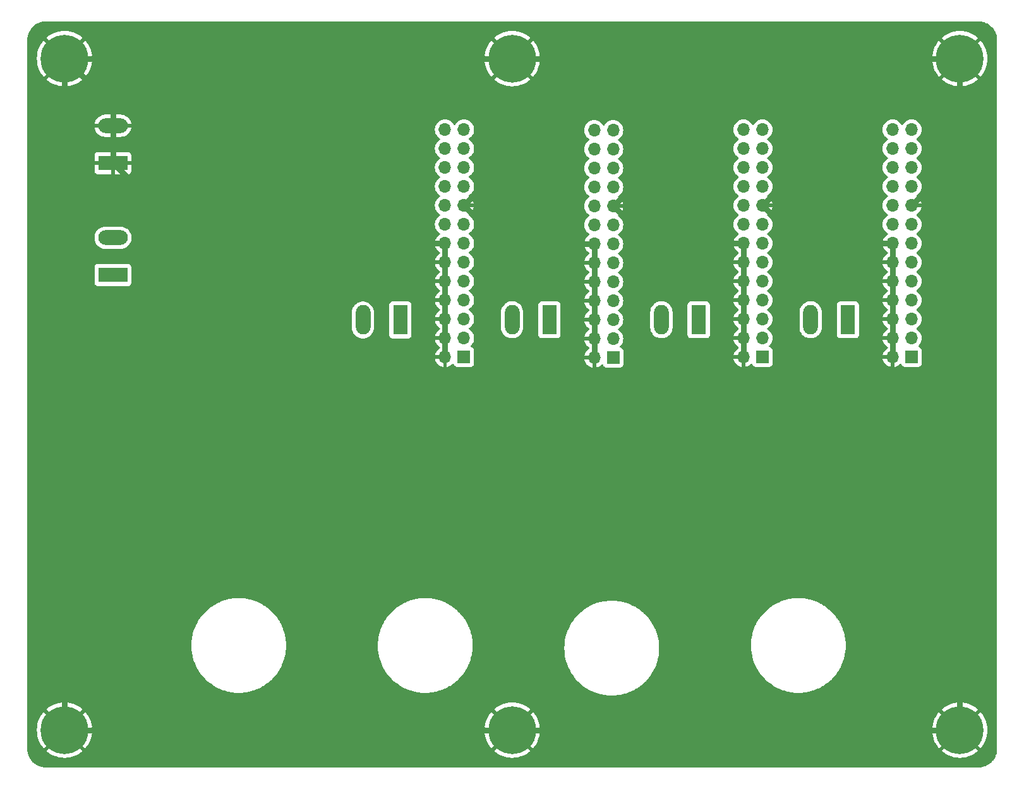
<source format=gbr>
%TF.GenerationSoftware,KiCad,Pcbnew,7.0.6-1.fc38*%
%TF.CreationDate,2023-08-16T20:18:50-04:00*%
%TF.ProjectId,atomic-pi-power-distribution,61746f6d-6963-42d7-9069-2d706f776572,rev?*%
%TF.SameCoordinates,Original*%
%TF.FileFunction,Copper,L2,Bot*%
%TF.FilePolarity,Positive*%
%FSLAX46Y46*%
G04 Gerber Fmt 4.6, Leading zero omitted, Abs format (unit mm)*
G04 Created by KiCad (PCBNEW 7.0.6-1.fc38) date 2023-08-16 20:18:50*
%MOMM*%
%LPD*%
G01*
G04 APERTURE LIST*
%TA.AperFunction,ConnectorPad*%
%ADD10C,6.400000*%
%TD*%
%TA.AperFunction,ComponentPad*%
%ADD11C,3.600000*%
%TD*%
%TA.AperFunction,ComponentPad*%
%ADD12R,1.980000X3.960000*%
%TD*%
%TA.AperFunction,ComponentPad*%
%ADD13O,1.980000X3.960000*%
%TD*%
%TA.AperFunction,ComponentPad*%
%ADD14R,1.700000X1.700000*%
%TD*%
%TA.AperFunction,ComponentPad*%
%ADD15O,1.700000X1.700000*%
%TD*%
%TA.AperFunction,ComponentPad*%
%ADD16R,3.960000X1.980000*%
%TD*%
%TA.AperFunction,ComponentPad*%
%ADD17O,3.960000X1.980000*%
%TD*%
%TA.AperFunction,ViaPad*%
%ADD18C,1.000000*%
%TD*%
%TA.AperFunction,Conductor*%
%ADD19C,0.750000*%
%TD*%
G04 APERTURE END LIST*
D10*
%TO.P,H5,1,1*%
%TO.N,GND*%
X175000000Y-55000000D03*
D11*
X175000000Y-55000000D03*
%TD*%
D10*
%TO.P,H6,1,1*%
%TO.N,GND*%
X175000000Y-145000000D03*
D11*
X175000000Y-145000000D03*
%TD*%
D10*
%TO.P,H4,1,1*%
%TO.N,GND*%
X115000000Y-145000000D03*
D11*
X115000000Y-145000000D03*
%TD*%
D10*
%TO.P,H3,1,1*%
%TO.N,GND*%
X115000000Y-55000000D03*
D11*
X115000000Y-55000000D03*
%TD*%
D10*
%TO.P,H2,1,1*%
%TO.N,GND*%
X55000000Y-145000000D03*
D11*
X55000000Y-145000000D03*
%TD*%
D10*
%TO.P,H1,1,1*%
%TO.N,GND*%
X55000000Y-55000000D03*
D11*
X55000000Y-55000000D03*
%TD*%
D12*
%TO.P,J5,1,Pin_1*%
%TO.N,Net-(J1-Pin_11)*%
X160000000Y-90000000D03*
D13*
%TO.P,J5,2,Pin_2*%
%TO.N,+5V*%
X155000000Y-90000000D03*
%TD*%
D12*
%TO.P,J7,1,Pin_1*%
%TO.N,Net-(J3-Pin_11)*%
X120000000Y-90000000D03*
D13*
%TO.P,J7,2,Pin_2*%
%TO.N,+5V*%
X115000000Y-90000000D03*
%TD*%
D12*
%TO.P,J8,1,Pin_1*%
%TO.N,Net-(J4-Pin_11)*%
X100000000Y-90020000D03*
D13*
%TO.P,J8,2,Pin_2*%
%TO.N,+5V*%
X95000000Y-90020000D03*
%TD*%
D14*
%TO.P,J4,1,Pin_1*%
%TO.N,unconnected-(J4-Pin_1-Pad1)*%
X108540000Y-95000000D03*
D15*
%TO.P,J4,2,Pin_2*%
%TO.N,GND*%
X106000000Y-95000000D03*
%TO.P,J4,3,Pin_3*%
%TO.N,Net-(J4-Pin_11)*%
X108540000Y-92460000D03*
%TO.P,J4,4,Pin_4*%
%TO.N,GND*%
X106000000Y-92460000D03*
%TO.P,J4,5,Pin_5*%
%TO.N,Net-(J4-Pin_11)*%
X108540000Y-89920000D03*
%TO.P,J4,6,Pin_6*%
%TO.N,GND*%
X106000000Y-89920000D03*
%TO.P,J4,7,Pin_7*%
%TO.N,Net-(J4-Pin_11)*%
X108540000Y-87380000D03*
%TO.P,J4,8,Pin_8*%
%TO.N,GND*%
X106000000Y-87380000D03*
%TO.P,J4,9,Pin_9*%
%TO.N,Net-(J4-Pin_11)*%
X108540000Y-84840000D03*
%TO.P,J4,10,Pin_10*%
%TO.N,GND*%
X106000000Y-84840000D03*
%TO.P,J4,11,Pin_11*%
%TO.N,Net-(J4-Pin_11)*%
X108540000Y-82300000D03*
%TO.P,J4,12,Pin_12*%
%TO.N,GND*%
X106000000Y-82300000D03*
%TO.P,J4,13,Pin_13*%
%TO.N,Net-(J4-Pin_11)*%
X108540000Y-79760000D03*
%TO.P,J4,14,Pin_14*%
%TO.N,GND*%
X106000000Y-79760000D03*
%TO.P,J4,15,Pin_15*%
%TO.N,unconnected-(J4-Pin_15-Pad15)*%
X108540000Y-77220000D03*
%TO.P,J4,16,Pin_16*%
%TO.N,unconnected-(J4-Pin_16-Pad16)*%
X106000000Y-77220000D03*
%TO.P,J4,17,Pin_17*%
%TO.N,GND*%
X108540000Y-74680000D03*
%TO.P,J4,18,Pin_18*%
%TO.N,unconnected-(J4-Pin_18-Pad18)*%
X106000000Y-74680000D03*
%TO.P,J4,19,Pin_19*%
%TO.N,unconnected-(J4-Pin_19-Pad19)*%
X108540000Y-72140000D03*
%TO.P,J4,20,Pin_20*%
%TO.N,unconnected-(J4-Pin_20-Pad20)*%
X106000000Y-72140000D03*
%TO.P,J4,21,Pin_21*%
%TO.N,unconnected-(J4-Pin_21-Pad21)*%
X108540000Y-69600000D03*
%TO.P,J4,22,Pin_22*%
%TO.N,unconnected-(J4-Pin_22-Pad22)*%
X106000000Y-69600000D03*
%TO.P,J4,23,Pin_23*%
%TO.N,unconnected-(J4-Pin_23-Pad23)*%
X108540000Y-67060000D03*
%TO.P,J4,24,Pin_24*%
%TO.N,unconnected-(J4-Pin_24-Pad24)*%
X106000000Y-67060000D03*
%TO.P,J4,25,Pin_25*%
%TO.N,unconnected-(J4-Pin_25-Pad25)*%
X108540000Y-64520000D03*
%TO.P,J4,26,Pin_26*%
%TO.N,unconnected-(J4-Pin_26-Pad26)*%
X106000000Y-64520000D03*
%TD*%
%TO.P,J2,26,Pin_26*%
%TO.N,unconnected-(J2-Pin_26-Pad26)*%
X146000000Y-64520000D03*
%TO.P,J2,25,Pin_25*%
%TO.N,unconnected-(J2-Pin_25-Pad25)*%
X148540000Y-64520000D03*
%TO.P,J2,24,Pin_24*%
%TO.N,unconnected-(J2-Pin_24-Pad24)*%
X146000000Y-67060000D03*
%TO.P,J2,23,Pin_23*%
%TO.N,unconnected-(J2-Pin_23-Pad23)*%
X148540000Y-67060000D03*
%TO.P,J2,22,Pin_22*%
%TO.N,unconnected-(J2-Pin_22-Pad22)*%
X146000000Y-69600000D03*
%TO.P,J2,21,Pin_21*%
%TO.N,unconnected-(J2-Pin_21-Pad21)*%
X148540000Y-69600000D03*
%TO.P,J2,20,Pin_20*%
%TO.N,unconnected-(J2-Pin_20-Pad20)*%
X146000000Y-72140000D03*
%TO.P,J2,19,Pin_19*%
%TO.N,unconnected-(J2-Pin_19-Pad19)*%
X148540000Y-72140000D03*
%TO.P,J2,18,Pin_18*%
%TO.N,unconnected-(J2-Pin_18-Pad18)*%
X146000000Y-74680000D03*
%TO.P,J2,17,Pin_17*%
%TO.N,GND*%
X148540000Y-74680000D03*
%TO.P,J2,16,Pin_16*%
%TO.N,unconnected-(J2-Pin_16-Pad16)*%
X146000000Y-77220000D03*
%TO.P,J2,15,Pin_15*%
%TO.N,unconnected-(J2-Pin_15-Pad15)*%
X148540000Y-77220000D03*
%TO.P,J2,14,Pin_14*%
%TO.N,GND*%
X146000000Y-79760000D03*
%TO.P,J2,13,Pin_13*%
%TO.N,Net-(J2-Pin_11)*%
X148540000Y-79760000D03*
%TO.P,J2,12,Pin_12*%
%TO.N,GND*%
X146000000Y-82300000D03*
%TO.P,J2,11,Pin_11*%
%TO.N,Net-(J2-Pin_11)*%
X148540000Y-82300000D03*
%TO.P,J2,10,Pin_10*%
%TO.N,GND*%
X146000000Y-84840000D03*
%TO.P,J2,9,Pin_9*%
%TO.N,Net-(J2-Pin_11)*%
X148540000Y-84840000D03*
%TO.P,J2,8,Pin_8*%
%TO.N,GND*%
X146000000Y-87380000D03*
%TO.P,J2,7,Pin_7*%
%TO.N,Net-(J2-Pin_11)*%
X148540000Y-87380000D03*
%TO.P,J2,6,Pin_6*%
%TO.N,GND*%
X146000000Y-89920000D03*
%TO.P,J2,5,Pin_5*%
%TO.N,Net-(J2-Pin_11)*%
X148540000Y-89920000D03*
%TO.P,J2,4,Pin_4*%
%TO.N,GND*%
X146000000Y-92460000D03*
%TO.P,J2,3,Pin_3*%
%TO.N,Net-(J2-Pin_11)*%
X148540000Y-92460000D03*
%TO.P,J2,2,Pin_2*%
%TO.N,GND*%
X146000000Y-95000000D03*
D14*
%TO.P,J2,1,Pin_1*%
%TO.N,unconnected-(J2-Pin_1-Pad1)*%
X148540000Y-95000000D03*
%TD*%
D16*
%TO.P,J10,1,Pin_1*%
%TO.N,GND*%
X61500000Y-69000000D03*
D17*
%TO.P,J10,2,Pin_2*%
X61500000Y-64000000D03*
%TD*%
D15*
%TO.P,J1,26,Pin_26*%
%TO.N,unconnected-(J1-Pin_26-Pad26)*%
X166000000Y-64520000D03*
%TO.P,J1,25,Pin_25*%
%TO.N,unconnected-(J1-Pin_25-Pad25)*%
X168540000Y-64520000D03*
%TO.P,J1,24,Pin_24*%
%TO.N,unconnected-(J1-Pin_24-Pad24)*%
X166000000Y-67060000D03*
%TO.P,J1,23,Pin_23*%
%TO.N,unconnected-(J1-Pin_23-Pad23)*%
X168540000Y-67060000D03*
%TO.P,J1,22,Pin_22*%
%TO.N,unconnected-(J1-Pin_22-Pad22)*%
X166000000Y-69600000D03*
%TO.P,J1,21,Pin_21*%
%TO.N,unconnected-(J1-Pin_21-Pad21)*%
X168540000Y-69600000D03*
%TO.P,J1,20,Pin_20*%
%TO.N,unconnected-(J1-Pin_20-Pad20)*%
X166000000Y-72140000D03*
%TO.P,J1,19,Pin_19*%
%TO.N,unconnected-(J1-Pin_19-Pad19)*%
X168540000Y-72140000D03*
%TO.P,J1,18,Pin_18*%
%TO.N,unconnected-(J1-Pin_18-Pad18)*%
X166000000Y-74680000D03*
%TO.P,J1,17,Pin_17*%
%TO.N,GND*%
X168540000Y-74680000D03*
%TO.P,J1,16,Pin_16*%
%TO.N,unconnected-(J1-Pin_16-Pad16)*%
X166000000Y-77220000D03*
%TO.P,J1,15,Pin_15*%
%TO.N,unconnected-(J1-Pin_15-Pad15)*%
X168540000Y-77220000D03*
%TO.P,J1,14,Pin_14*%
%TO.N,GND*%
X166000000Y-79760000D03*
%TO.P,J1,13,Pin_13*%
%TO.N,Net-(J1-Pin_11)*%
X168540000Y-79760000D03*
%TO.P,J1,12,Pin_12*%
%TO.N,GND*%
X166000000Y-82300000D03*
%TO.P,J1,11,Pin_11*%
%TO.N,Net-(J1-Pin_11)*%
X168540000Y-82300000D03*
%TO.P,J1,10,Pin_10*%
%TO.N,GND*%
X166000000Y-84840000D03*
%TO.P,J1,9,Pin_9*%
%TO.N,Net-(J1-Pin_11)*%
X168540000Y-84840000D03*
%TO.P,J1,8,Pin_8*%
%TO.N,GND*%
X166000000Y-87380000D03*
%TO.P,J1,7,Pin_7*%
%TO.N,Net-(J1-Pin_11)*%
X168540000Y-87380000D03*
%TO.P,J1,6,Pin_6*%
%TO.N,GND*%
X166000000Y-89920000D03*
%TO.P,J1,5,Pin_5*%
%TO.N,Net-(J1-Pin_11)*%
X168540000Y-89920000D03*
%TO.P,J1,4,Pin_4*%
%TO.N,GND*%
X166000000Y-92460000D03*
%TO.P,J1,3,Pin_3*%
%TO.N,Net-(J1-Pin_11)*%
X168540000Y-92460000D03*
%TO.P,J1,2,Pin_2*%
%TO.N,GND*%
X166000000Y-95000000D03*
D14*
%TO.P,J1,1,Pin_1*%
%TO.N,unconnected-(J1-Pin_1-Pad1)*%
X168540000Y-95000000D03*
%TD*%
D12*
%TO.P,J6,1,Pin_1*%
%TO.N,Net-(J2-Pin_11)*%
X140000000Y-90000000D03*
D13*
%TO.P,J6,2,Pin_2*%
%TO.N,+5V*%
X135000000Y-90000000D03*
%TD*%
D16*
%TO.P,J9,1,Pin_1*%
%TO.N,+5V*%
X61500000Y-84000000D03*
D17*
%TO.P,J9,2,Pin_2*%
X61500000Y-79000000D03*
%TD*%
D15*
%TO.P,J3,26,Pin_26*%
%TO.N,unconnected-(J3-Pin_26-Pad26)*%
X126000000Y-64600000D03*
%TO.P,J3,25,Pin_25*%
%TO.N,unconnected-(J3-Pin_25-Pad25)*%
X128540000Y-64600000D03*
%TO.P,J3,24,Pin_24*%
%TO.N,unconnected-(J3-Pin_24-Pad24)*%
X126000000Y-67140000D03*
%TO.P,J3,23,Pin_23*%
%TO.N,unconnected-(J3-Pin_23-Pad23)*%
X128540000Y-67140000D03*
%TO.P,J3,22,Pin_22*%
%TO.N,unconnected-(J3-Pin_22-Pad22)*%
X126000000Y-69680000D03*
%TO.P,J3,21,Pin_21*%
%TO.N,unconnected-(J3-Pin_21-Pad21)*%
X128540000Y-69680000D03*
%TO.P,J3,20,Pin_20*%
%TO.N,unconnected-(J3-Pin_20-Pad20)*%
X126000000Y-72220000D03*
%TO.P,J3,19,Pin_19*%
%TO.N,unconnected-(J3-Pin_19-Pad19)*%
X128540000Y-72220000D03*
%TO.P,J3,18,Pin_18*%
%TO.N,unconnected-(J3-Pin_18-Pad18)*%
X126000000Y-74760000D03*
%TO.P,J3,17,Pin_17*%
%TO.N,GND*%
X128540000Y-74760000D03*
%TO.P,J3,16,Pin_16*%
%TO.N,unconnected-(J3-Pin_16-Pad16)*%
X126000000Y-77300000D03*
%TO.P,J3,15,Pin_15*%
%TO.N,unconnected-(J3-Pin_15-Pad15)*%
X128540000Y-77300000D03*
%TO.P,J3,14,Pin_14*%
%TO.N,GND*%
X126000000Y-79840000D03*
%TO.P,J3,13,Pin_13*%
%TO.N,Net-(J3-Pin_11)*%
X128540000Y-79840000D03*
%TO.P,J3,12,Pin_12*%
%TO.N,GND*%
X126000000Y-82380000D03*
%TO.P,J3,11,Pin_11*%
%TO.N,Net-(J3-Pin_11)*%
X128540000Y-82380000D03*
%TO.P,J3,10,Pin_10*%
%TO.N,GND*%
X126000000Y-84920000D03*
%TO.P,J3,9,Pin_9*%
%TO.N,Net-(J3-Pin_11)*%
X128540000Y-84920000D03*
%TO.P,J3,8,Pin_8*%
%TO.N,GND*%
X126000000Y-87460000D03*
%TO.P,J3,7,Pin_7*%
%TO.N,Net-(J3-Pin_11)*%
X128540000Y-87460000D03*
%TO.P,J3,6,Pin_6*%
%TO.N,GND*%
X126000000Y-90000000D03*
%TO.P,J3,5,Pin_5*%
%TO.N,Net-(J3-Pin_11)*%
X128540000Y-90000000D03*
%TO.P,J3,4,Pin_4*%
%TO.N,GND*%
X126000000Y-92540000D03*
%TO.P,J3,3,Pin_3*%
%TO.N,Net-(J3-Pin_11)*%
X128540000Y-92540000D03*
%TO.P,J3,2,Pin_2*%
%TO.N,GND*%
X126000000Y-95080000D03*
D14*
%TO.P,J3,1,Pin_1*%
%TO.N,unconnected-(J3-Pin_1-Pad1)*%
X128540000Y-95080000D03*
%TD*%
D18*
%TO.N,GND*%
X55000000Y-141000000D03*
X59000000Y-145000000D03*
X111000000Y-145000000D03*
X119000000Y-145000000D03*
X171000000Y-145000000D03*
X175000000Y-141000000D03*
X175000000Y-59000000D03*
X171000000Y-55000000D03*
X119000000Y-55000000D03*
X111000000Y-55000000D03*
X55000000Y-59000000D03*
X59000000Y-55000000D03*
X58000000Y-58000000D03*
%TD*%
D19*
%TO.N,GND*%
X55000000Y-141000000D02*
X55000000Y-145000000D01*
X55000000Y-59000000D02*
X55000000Y-141000000D01*
X59000000Y-145000000D02*
X111000000Y-145000000D01*
X55000000Y-145000000D02*
X59000000Y-145000000D01*
X111000000Y-145000000D02*
X115000000Y-145000000D01*
X119000000Y-145000000D02*
X171000000Y-145000000D01*
X115000000Y-145000000D02*
X119000000Y-145000000D01*
X171000000Y-145000000D02*
X175000000Y-145000000D01*
X175000000Y-141000000D02*
X175000000Y-59000000D01*
X175000000Y-145000000D02*
X175000000Y-141000000D01*
X175000000Y-59000000D02*
X175000000Y-55000000D01*
X171000000Y-55000000D02*
X175000000Y-55000000D01*
X119000000Y-55000000D02*
X171000000Y-55000000D01*
X115000000Y-55000000D02*
X119000000Y-55000000D01*
X111000000Y-55000000D02*
X59000000Y-55000000D01*
X115000000Y-55000000D02*
X111000000Y-55000000D01*
X59000000Y-55000000D02*
X55000000Y-55000000D01*
X61500000Y-61500000D02*
X61500000Y-64000000D01*
X58000000Y-58000000D02*
X61500000Y-61500000D01*
X55000000Y-55000000D02*
X58000000Y-58000000D01*
X55000000Y-55000000D02*
X55000000Y-59000000D01*
X168540000Y-74680000D02*
X175000000Y-68220000D01*
X108540000Y-74680000D02*
X128220000Y-55000000D01*
X128540000Y-74760000D02*
X148300000Y-55000000D01*
X148540000Y-74680000D02*
X168220000Y-55000000D01*
X61500000Y-64000000D02*
X61500000Y-69000000D01*
X126000000Y-79840000D02*
X113700000Y-79840000D01*
X166000000Y-79760000D02*
X153620000Y-79760000D01*
X153620000Y-79760000D02*
X148540000Y-74680000D01*
X146000000Y-79760000D02*
X133540000Y-79760000D01*
X133540000Y-79760000D02*
X128540000Y-74760000D01*
X113700000Y-79840000D02*
X108540000Y-74680000D01*
X106000000Y-79760000D02*
X72260000Y-79760000D01*
X72260000Y-79760000D02*
X61500000Y-69000000D01*
X106000000Y-95000000D02*
X106000000Y-79760000D01*
X126000000Y-95080000D02*
X126000000Y-79840000D01*
X146000000Y-95000000D02*
X146000000Y-79760000D01*
X166000000Y-95000000D02*
X166000000Y-79760000D01*
%TD*%
%TA.AperFunction,Conductor*%
%TO.N,GND*%
G36*
X126250000Y-94644498D02*
G01*
X126142315Y-94595320D01*
X126035763Y-94580000D01*
X125964237Y-94580000D01*
X125857685Y-94595320D01*
X125750000Y-94644498D01*
X125750000Y-92975501D01*
X125857685Y-93024680D01*
X125964237Y-93040000D01*
X126035763Y-93040000D01*
X126142315Y-93024680D01*
X126250000Y-92975501D01*
X126250000Y-94644498D01*
G37*
%TD.AperFunction*%
%TA.AperFunction,Conductor*%
G36*
X126250000Y-92104498D02*
G01*
X126142315Y-92055320D01*
X126035763Y-92040000D01*
X125964237Y-92040000D01*
X125857685Y-92055320D01*
X125750000Y-92104498D01*
X125750000Y-90435501D01*
X125857685Y-90484680D01*
X125964237Y-90500000D01*
X126035763Y-90500000D01*
X126142315Y-90484680D01*
X126250000Y-90435501D01*
X126250000Y-92104498D01*
G37*
%TD.AperFunction*%
%TA.AperFunction,Conductor*%
G36*
X126250000Y-89564498D02*
G01*
X126142315Y-89515320D01*
X126035763Y-89500000D01*
X125964237Y-89500000D01*
X125857685Y-89515320D01*
X125750000Y-89564498D01*
X125750000Y-87895501D01*
X125857685Y-87944680D01*
X125964237Y-87960000D01*
X126035763Y-87960000D01*
X126142315Y-87944680D01*
X126250000Y-87895501D01*
X126250000Y-89564498D01*
G37*
%TD.AperFunction*%
%TA.AperFunction,Conductor*%
G36*
X126250000Y-87024498D02*
G01*
X126142315Y-86975320D01*
X126035763Y-86960000D01*
X125964237Y-86960000D01*
X125857685Y-86975320D01*
X125750000Y-87024498D01*
X125750000Y-85355501D01*
X125857685Y-85404680D01*
X125964237Y-85420000D01*
X126035763Y-85420000D01*
X126142315Y-85404680D01*
X126250000Y-85355501D01*
X126250000Y-87024498D01*
G37*
%TD.AperFunction*%
%TA.AperFunction,Conductor*%
G36*
X126250000Y-84484498D02*
G01*
X126142315Y-84435320D01*
X126035763Y-84420000D01*
X125964237Y-84420000D01*
X125857685Y-84435320D01*
X125750000Y-84484498D01*
X125750000Y-82815501D01*
X125857685Y-82864680D01*
X125964237Y-82880000D01*
X126035763Y-82880000D01*
X126142315Y-82864680D01*
X126250000Y-82815501D01*
X126250000Y-84484498D01*
G37*
%TD.AperFunction*%
%TA.AperFunction,Conductor*%
G36*
X126250000Y-81944498D02*
G01*
X126142315Y-81895320D01*
X126035763Y-81880000D01*
X125964237Y-81880000D01*
X125857685Y-81895320D01*
X125750000Y-81944498D01*
X125750000Y-80275501D01*
X125857685Y-80324680D01*
X125964237Y-80340000D01*
X126035763Y-80340000D01*
X126142315Y-80324680D01*
X126250000Y-80275501D01*
X126250000Y-81944498D01*
G37*
%TD.AperFunction*%
%TA.AperFunction,Conductor*%
G36*
X106250000Y-94564498D02*
G01*
X106142315Y-94515320D01*
X106035763Y-94500000D01*
X105964237Y-94500000D01*
X105857685Y-94515320D01*
X105750000Y-94564498D01*
X105750000Y-92895501D01*
X105857685Y-92944680D01*
X105964237Y-92960000D01*
X106035763Y-92960000D01*
X106142315Y-92944680D01*
X106250000Y-92895501D01*
X106250000Y-94564498D01*
G37*
%TD.AperFunction*%
%TA.AperFunction,Conductor*%
G36*
X106250000Y-92024498D02*
G01*
X106142315Y-91975320D01*
X106035763Y-91960000D01*
X105964237Y-91960000D01*
X105857685Y-91975320D01*
X105750000Y-92024498D01*
X105750000Y-90355501D01*
X105857685Y-90404680D01*
X105964237Y-90420000D01*
X106035763Y-90420000D01*
X106142315Y-90404680D01*
X106250000Y-90355501D01*
X106250000Y-92024498D01*
G37*
%TD.AperFunction*%
%TA.AperFunction,Conductor*%
G36*
X106250000Y-89484498D02*
G01*
X106142315Y-89435320D01*
X106035763Y-89420000D01*
X105964237Y-89420000D01*
X105857685Y-89435320D01*
X105750000Y-89484498D01*
X105750000Y-87815501D01*
X105857685Y-87864680D01*
X105964237Y-87880000D01*
X106035763Y-87880000D01*
X106142315Y-87864680D01*
X106250000Y-87815501D01*
X106250000Y-89484498D01*
G37*
%TD.AperFunction*%
%TA.AperFunction,Conductor*%
G36*
X106250000Y-86944498D02*
G01*
X106142315Y-86895320D01*
X106035763Y-86880000D01*
X105964237Y-86880000D01*
X105857685Y-86895320D01*
X105750000Y-86944498D01*
X105750000Y-85275501D01*
X105857685Y-85324680D01*
X105964237Y-85340000D01*
X106035763Y-85340000D01*
X106142315Y-85324680D01*
X106250000Y-85275501D01*
X106250000Y-86944498D01*
G37*
%TD.AperFunction*%
%TA.AperFunction,Conductor*%
G36*
X106250000Y-84404498D02*
G01*
X106142315Y-84355320D01*
X106035763Y-84340000D01*
X105964237Y-84340000D01*
X105857685Y-84355320D01*
X105750000Y-84404498D01*
X105750000Y-82735501D01*
X105857685Y-82784680D01*
X105964237Y-82800000D01*
X106035763Y-82800000D01*
X106142315Y-82784680D01*
X106250000Y-82735501D01*
X106250000Y-84404498D01*
G37*
%TD.AperFunction*%
%TA.AperFunction,Conductor*%
G36*
X106250000Y-81864498D02*
G01*
X106142315Y-81815320D01*
X106035763Y-81800000D01*
X105964237Y-81800000D01*
X105857685Y-81815320D01*
X105750000Y-81864498D01*
X105750000Y-80195501D01*
X105857685Y-80244680D01*
X105964237Y-80260000D01*
X106035763Y-80260000D01*
X106142315Y-80244680D01*
X106250000Y-80195501D01*
X106250000Y-81864498D01*
G37*
%TD.AperFunction*%
%TA.AperFunction,Conductor*%
G36*
X146250000Y-94564498D02*
G01*
X146142315Y-94515320D01*
X146035763Y-94500000D01*
X145964237Y-94500000D01*
X145857685Y-94515320D01*
X145750000Y-94564498D01*
X145750000Y-92895501D01*
X145857685Y-92944680D01*
X145964237Y-92960000D01*
X146035763Y-92960000D01*
X146142315Y-92944680D01*
X146250000Y-92895501D01*
X146250000Y-94564498D01*
G37*
%TD.AperFunction*%
%TA.AperFunction,Conductor*%
G36*
X146250000Y-92024498D02*
G01*
X146142315Y-91975320D01*
X146035763Y-91960000D01*
X145964237Y-91960000D01*
X145857685Y-91975320D01*
X145750000Y-92024498D01*
X145750000Y-90355501D01*
X145857685Y-90404680D01*
X145964237Y-90420000D01*
X146035763Y-90420000D01*
X146142315Y-90404680D01*
X146250000Y-90355501D01*
X146250000Y-92024498D01*
G37*
%TD.AperFunction*%
%TA.AperFunction,Conductor*%
G36*
X146250000Y-89484498D02*
G01*
X146142315Y-89435320D01*
X146035763Y-89420000D01*
X145964237Y-89420000D01*
X145857685Y-89435320D01*
X145750000Y-89484498D01*
X145750000Y-87815501D01*
X145857685Y-87864680D01*
X145964237Y-87880000D01*
X146035763Y-87880000D01*
X146142315Y-87864680D01*
X146250000Y-87815501D01*
X146250000Y-89484498D01*
G37*
%TD.AperFunction*%
%TA.AperFunction,Conductor*%
G36*
X146250000Y-86944498D02*
G01*
X146142315Y-86895320D01*
X146035763Y-86880000D01*
X145964237Y-86880000D01*
X145857685Y-86895320D01*
X145750000Y-86944498D01*
X145750000Y-85275501D01*
X145857685Y-85324680D01*
X145964237Y-85340000D01*
X146035763Y-85340000D01*
X146142315Y-85324680D01*
X146250000Y-85275501D01*
X146250000Y-86944498D01*
G37*
%TD.AperFunction*%
%TA.AperFunction,Conductor*%
G36*
X146250000Y-84404498D02*
G01*
X146142315Y-84355320D01*
X146035763Y-84340000D01*
X145964237Y-84340000D01*
X145857685Y-84355320D01*
X145750000Y-84404498D01*
X145750000Y-82735501D01*
X145857685Y-82784680D01*
X145964237Y-82800000D01*
X146035763Y-82800000D01*
X146142315Y-82784680D01*
X146250000Y-82735501D01*
X146250000Y-84404498D01*
G37*
%TD.AperFunction*%
%TA.AperFunction,Conductor*%
G36*
X146250000Y-81864498D02*
G01*
X146142315Y-81815320D01*
X146035763Y-81800000D01*
X145964237Y-81800000D01*
X145857685Y-81815320D01*
X145750000Y-81864498D01*
X145750000Y-80195501D01*
X145857685Y-80244680D01*
X145964237Y-80260000D01*
X146035763Y-80260000D01*
X146142315Y-80244680D01*
X146250000Y-80195501D01*
X146250000Y-81864498D01*
G37*
%TD.AperFunction*%
%TA.AperFunction,Conductor*%
G36*
X166250000Y-94564498D02*
G01*
X166142315Y-94515320D01*
X166035763Y-94500000D01*
X165964237Y-94500000D01*
X165857685Y-94515320D01*
X165750000Y-94564498D01*
X165750000Y-92895501D01*
X165857685Y-92944680D01*
X165964237Y-92960000D01*
X166035763Y-92960000D01*
X166142315Y-92944680D01*
X166250000Y-92895501D01*
X166250000Y-94564498D01*
G37*
%TD.AperFunction*%
%TA.AperFunction,Conductor*%
G36*
X166250000Y-92024498D02*
G01*
X166142315Y-91975320D01*
X166035763Y-91960000D01*
X165964237Y-91960000D01*
X165857685Y-91975320D01*
X165750000Y-92024498D01*
X165750000Y-90355501D01*
X165857685Y-90404680D01*
X165964237Y-90420000D01*
X166035763Y-90420000D01*
X166142315Y-90404680D01*
X166250000Y-90355501D01*
X166250000Y-92024498D01*
G37*
%TD.AperFunction*%
%TA.AperFunction,Conductor*%
G36*
X166250000Y-89484498D02*
G01*
X166142315Y-89435320D01*
X166035763Y-89420000D01*
X165964237Y-89420000D01*
X165857685Y-89435320D01*
X165750000Y-89484498D01*
X165750000Y-87815501D01*
X165857685Y-87864680D01*
X165964237Y-87880000D01*
X166035763Y-87880000D01*
X166142315Y-87864680D01*
X166250000Y-87815501D01*
X166250000Y-89484498D01*
G37*
%TD.AperFunction*%
%TA.AperFunction,Conductor*%
G36*
X166250000Y-86944498D02*
G01*
X166142315Y-86895320D01*
X166035763Y-86880000D01*
X165964237Y-86880000D01*
X165857685Y-86895320D01*
X165750000Y-86944498D01*
X165750000Y-85275501D01*
X165857685Y-85324680D01*
X165964237Y-85340000D01*
X166035763Y-85340000D01*
X166142315Y-85324680D01*
X166250000Y-85275501D01*
X166250000Y-86944498D01*
G37*
%TD.AperFunction*%
%TA.AperFunction,Conductor*%
G36*
X166250000Y-84404498D02*
G01*
X166142315Y-84355320D01*
X166035763Y-84340000D01*
X165964237Y-84340000D01*
X165857685Y-84355320D01*
X165750000Y-84404498D01*
X165750000Y-82735501D01*
X165857685Y-82784680D01*
X165964237Y-82800000D01*
X166035763Y-82800000D01*
X166142315Y-82784680D01*
X166250000Y-82735501D01*
X166250000Y-84404498D01*
G37*
%TD.AperFunction*%
%TA.AperFunction,Conductor*%
G36*
X166250000Y-81864498D02*
G01*
X166142315Y-81815320D01*
X166035763Y-81800000D01*
X165964237Y-81800000D01*
X165857685Y-81815320D01*
X165750000Y-81864498D01*
X165750000Y-80195501D01*
X165857685Y-80244680D01*
X165964237Y-80260000D01*
X166035763Y-80260000D01*
X166142315Y-80244680D01*
X166250000Y-80195501D01*
X166250000Y-81864498D01*
G37*
%TD.AperFunction*%
%TA.AperFunction,Conductor*%
G36*
X177501867Y-50000613D02*
G01*
X177518189Y-50001600D01*
X177598917Y-50006483D01*
X177806399Y-50020082D01*
X177813502Y-50020963D01*
X177949227Y-50045836D01*
X178115664Y-50078942D01*
X178121961Y-50080544D01*
X178252376Y-50121183D01*
X178261157Y-50123920D01*
X178415039Y-50176155D01*
X178420539Y-50178321D01*
X178556505Y-50239514D01*
X178699853Y-50310206D01*
X178704493Y-50312747D01*
X178832387Y-50390062D01*
X178834758Y-50391570D01*
X178965590Y-50478990D01*
X178969382Y-50481736D01*
X179087552Y-50574316D01*
X179090196Y-50576508D01*
X179208075Y-50679885D01*
X179211037Y-50682659D01*
X179317339Y-50788961D01*
X179320113Y-50791923D01*
X179423490Y-50909802D01*
X179425682Y-50912446D01*
X179518262Y-51030616D01*
X179521008Y-51034408D01*
X179608428Y-51165240D01*
X179609936Y-51167611D01*
X179687251Y-51295505D01*
X179689799Y-51300160D01*
X179760491Y-51443507D01*
X179821675Y-51579454D01*
X179823848Y-51584973D01*
X179876079Y-51738842D01*
X179919446Y-51878008D01*
X179921063Y-51884362D01*
X179954167Y-52050791D01*
X179979033Y-52186486D01*
X179979917Y-52193612D01*
X179993517Y-52401100D01*
X179999387Y-52498134D01*
X179999500Y-52501879D01*
X179999500Y-147498120D01*
X179999387Y-147501865D01*
X179993517Y-147598899D01*
X179979917Y-147806386D01*
X179979033Y-147813512D01*
X179954167Y-147949208D01*
X179921063Y-148115636D01*
X179919446Y-148121990D01*
X179876079Y-148261157D01*
X179823848Y-148415025D01*
X179821675Y-148420544D01*
X179760491Y-148556492D01*
X179689799Y-148699838D01*
X179687251Y-148704493D01*
X179609936Y-148832387D01*
X179608428Y-148834758D01*
X179521008Y-148965590D01*
X179518262Y-148969382D01*
X179425682Y-149087552D01*
X179423490Y-149090196D01*
X179320113Y-149208075D01*
X179317339Y-149211037D01*
X179211037Y-149317339D01*
X179208075Y-149320113D01*
X179090196Y-149423490D01*
X179087552Y-149425682D01*
X178969382Y-149518262D01*
X178965590Y-149521008D01*
X178834758Y-149608428D01*
X178832387Y-149609936D01*
X178704493Y-149687251D01*
X178699838Y-149689799D01*
X178556492Y-149760491D01*
X178420544Y-149821675D01*
X178415025Y-149823848D01*
X178261157Y-149876079D01*
X178121990Y-149919446D01*
X178115636Y-149921063D01*
X177949208Y-149954167D01*
X177813512Y-149979033D01*
X177806386Y-149979917D01*
X177598899Y-149993517D01*
X177501866Y-149999387D01*
X177498121Y-149999500D01*
X52501879Y-149999500D01*
X52498134Y-149999387D01*
X52401100Y-149993517D01*
X52193612Y-149979917D01*
X52186486Y-149979033D01*
X52050791Y-149954167D01*
X51985021Y-149941084D01*
X51884357Y-149921061D01*
X51878012Y-149919447D01*
X51844988Y-149909156D01*
X51738842Y-149876079D01*
X51584973Y-149823848D01*
X51579454Y-149821675D01*
X51443507Y-149760491D01*
X51300160Y-149689799D01*
X51295505Y-149687251D01*
X51167611Y-149609936D01*
X51165240Y-149608428D01*
X51034408Y-149521008D01*
X51030616Y-149518262D01*
X50912446Y-149425682D01*
X50909802Y-149423490D01*
X50791923Y-149320113D01*
X50788961Y-149317339D01*
X50682659Y-149211037D01*
X50679885Y-149208075D01*
X50576508Y-149090196D01*
X50574316Y-149087552D01*
X50481736Y-148969382D01*
X50478990Y-148965590D01*
X50391570Y-148834758D01*
X50390062Y-148832387D01*
X50312747Y-148704493D01*
X50310206Y-148699853D01*
X50239508Y-148556492D01*
X50178321Y-148420539D01*
X50176155Y-148415039D01*
X50123920Y-148261157D01*
X50107570Y-148208689D01*
X50080544Y-148121961D01*
X50078942Y-148115664D01*
X50045836Y-147949227D01*
X50020963Y-147813502D01*
X50020082Y-147806399D01*
X50006479Y-147598851D01*
X50000613Y-147501866D01*
X50000500Y-147498122D01*
X50000500Y-145000000D01*
X51294922Y-145000000D01*
X51315219Y-145387287D01*
X51375886Y-145770323D01*
X51375887Y-145770330D01*
X51476262Y-146144936D01*
X51615244Y-146506994D01*
X51791310Y-146852543D01*
X52002531Y-147177793D01*
X52211095Y-147435350D01*
X52211096Y-147435350D01*
X53702266Y-145944180D01*
X53865130Y-146134870D01*
X54055819Y-146297733D01*
X52564648Y-147788903D01*
X52564649Y-147788904D01*
X52822206Y-147997468D01*
X53147456Y-148208689D01*
X53493005Y-148384755D01*
X53855063Y-148523737D01*
X54229669Y-148624112D01*
X54229676Y-148624113D01*
X54612712Y-148684780D01*
X54999999Y-148705078D01*
X55000001Y-148705078D01*
X55387287Y-148684780D01*
X55770323Y-148624113D01*
X55770330Y-148624112D01*
X56144936Y-148523737D01*
X56506994Y-148384755D01*
X56852543Y-148208689D01*
X57177783Y-147997476D01*
X57177785Y-147997475D01*
X57435349Y-147788902D01*
X55944180Y-146297733D01*
X56134870Y-146134870D01*
X56297733Y-145944180D01*
X57788902Y-147435349D01*
X57997475Y-147177785D01*
X57997476Y-147177783D01*
X58208689Y-146852543D01*
X58384755Y-146506994D01*
X58523737Y-146144936D01*
X58624112Y-145770330D01*
X58624113Y-145770323D01*
X58684780Y-145387287D01*
X58705078Y-145000000D01*
X111294922Y-145000000D01*
X111315219Y-145387287D01*
X111375886Y-145770323D01*
X111375887Y-145770330D01*
X111476262Y-146144936D01*
X111615244Y-146506994D01*
X111791310Y-146852543D01*
X112002531Y-147177793D01*
X112211095Y-147435350D01*
X112211096Y-147435350D01*
X113702266Y-145944180D01*
X113865130Y-146134870D01*
X114055819Y-146297733D01*
X112564648Y-147788903D01*
X112564649Y-147788904D01*
X112822206Y-147997468D01*
X113147456Y-148208689D01*
X113493005Y-148384755D01*
X113855063Y-148523737D01*
X114229669Y-148624112D01*
X114229676Y-148624113D01*
X114612712Y-148684780D01*
X114999999Y-148705078D01*
X115000001Y-148705078D01*
X115387287Y-148684780D01*
X115770323Y-148624113D01*
X115770330Y-148624112D01*
X116144936Y-148523737D01*
X116506994Y-148384755D01*
X116852543Y-148208689D01*
X117177783Y-147997476D01*
X117177785Y-147997475D01*
X117435349Y-147788902D01*
X115944180Y-146297733D01*
X116134870Y-146134870D01*
X116297733Y-145944180D01*
X117788902Y-147435349D01*
X117997475Y-147177785D01*
X117997476Y-147177783D01*
X118208689Y-146852543D01*
X118384755Y-146506994D01*
X118523737Y-146144936D01*
X118624112Y-145770330D01*
X118624113Y-145770323D01*
X118684780Y-145387287D01*
X118705078Y-145000000D01*
X171294922Y-145000000D01*
X171315219Y-145387287D01*
X171375886Y-145770323D01*
X171375887Y-145770330D01*
X171476262Y-146144936D01*
X171615244Y-146506994D01*
X171791310Y-146852543D01*
X172002531Y-147177793D01*
X172211095Y-147435350D01*
X172211096Y-147435350D01*
X173702266Y-145944180D01*
X173865130Y-146134870D01*
X174055819Y-146297733D01*
X172564648Y-147788903D01*
X172564649Y-147788904D01*
X172822206Y-147997468D01*
X173147456Y-148208689D01*
X173493005Y-148384755D01*
X173855063Y-148523737D01*
X174229669Y-148624112D01*
X174229676Y-148624113D01*
X174612712Y-148684780D01*
X174999999Y-148705078D01*
X175000001Y-148705078D01*
X175387287Y-148684780D01*
X175770323Y-148624113D01*
X175770330Y-148624112D01*
X176144936Y-148523737D01*
X176506994Y-148384755D01*
X176852543Y-148208689D01*
X177177783Y-147997476D01*
X177177785Y-147997475D01*
X177435349Y-147788902D01*
X175944180Y-146297733D01*
X176134870Y-146134870D01*
X176297733Y-145944180D01*
X177788902Y-147435349D01*
X177997475Y-147177785D01*
X177997476Y-147177783D01*
X178208689Y-146852543D01*
X178384755Y-146506994D01*
X178523737Y-146144936D01*
X178624112Y-145770330D01*
X178624113Y-145770323D01*
X178684780Y-145387287D01*
X178705078Y-145000000D01*
X178705078Y-144999999D01*
X178684780Y-144612712D01*
X178624113Y-144229676D01*
X178624112Y-144229669D01*
X178523737Y-143855063D01*
X178384755Y-143493005D01*
X178208689Y-143147456D01*
X177997468Y-142822206D01*
X177788904Y-142564649D01*
X177788903Y-142564648D01*
X176297732Y-144055818D01*
X176134870Y-143865130D01*
X175944180Y-143702266D01*
X177435350Y-142211096D01*
X177435350Y-142211095D01*
X177177793Y-142002531D01*
X176852543Y-141791310D01*
X176506994Y-141615244D01*
X176144936Y-141476262D01*
X175770330Y-141375887D01*
X175770323Y-141375886D01*
X175387287Y-141315219D01*
X175000001Y-141294922D01*
X174999999Y-141294922D01*
X174612712Y-141315219D01*
X174229676Y-141375886D01*
X174229669Y-141375887D01*
X173855063Y-141476262D01*
X173493005Y-141615244D01*
X173147456Y-141791310D01*
X172822206Y-142002531D01*
X172564648Y-142211095D01*
X172564648Y-142211096D01*
X174055819Y-143702266D01*
X173865130Y-143865130D01*
X173702266Y-144055818D01*
X172211096Y-142564648D01*
X172211095Y-142564648D01*
X172002531Y-142822206D01*
X171791310Y-143147456D01*
X171615244Y-143493005D01*
X171476262Y-143855063D01*
X171375887Y-144229669D01*
X171375886Y-144229676D01*
X171315219Y-144612712D01*
X171294922Y-144999999D01*
X171294922Y-145000000D01*
X118705078Y-145000000D01*
X118705078Y-144999999D01*
X118684780Y-144612712D01*
X118624113Y-144229676D01*
X118624112Y-144229669D01*
X118523737Y-143855063D01*
X118384755Y-143493005D01*
X118208689Y-143147456D01*
X117997468Y-142822206D01*
X117788904Y-142564649D01*
X117788903Y-142564648D01*
X116297732Y-144055818D01*
X116134870Y-143865130D01*
X115944180Y-143702266D01*
X117435350Y-142211096D01*
X117435350Y-142211095D01*
X117177793Y-142002531D01*
X116852543Y-141791310D01*
X116506994Y-141615244D01*
X116144936Y-141476262D01*
X115770330Y-141375887D01*
X115770323Y-141375886D01*
X115387287Y-141315219D01*
X115000001Y-141294922D01*
X114999999Y-141294922D01*
X114612712Y-141315219D01*
X114229676Y-141375886D01*
X114229669Y-141375887D01*
X113855063Y-141476262D01*
X113493005Y-141615244D01*
X113147456Y-141791310D01*
X112822206Y-142002531D01*
X112564648Y-142211095D01*
X112564648Y-142211096D01*
X114055819Y-143702266D01*
X113865130Y-143865130D01*
X113702266Y-144055819D01*
X112211096Y-142564648D01*
X112211095Y-142564648D01*
X112002531Y-142822206D01*
X111791310Y-143147456D01*
X111615244Y-143493005D01*
X111476262Y-143855063D01*
X111375887Y-144229669D01*
X111375886Y-144229676D01*
X111315219Y-144612712D01*
X111294922Y-144999999D01*
X111294922Y-145000000D01*
X58705078Y-145000000D01*
X58705078Y-144999999D01*
X58684780Y-144612712D01*
X58624113Y-144229676D01*
X58624112Y-144229669D01*
X58523737Y-143855063D01*
X58384755Y-143493005D01*
X58208689Y-143147456D01*
X57997468Y-142822206D01*
X57788904Y-142564649D01*
X57788903Y-142564648D01*
X56297732Y-144055818D01*
X56134870Y-143865130D01*
X55944180Y-143702266D01*
X57435350Y-142211096D01*
X57435350Y-142211095D01*
X57177793Y-142002531D01*
X56852543Y-141791310D01*
X56506994Y-141615244D01*
X56144936Y-141476262D01*
X55770330Y-141375887D01*
X55770323Y-141375886D01*
X55387287Y-141315219D01*
X55000001Y-141294922D01*
X54999999Y-141294922D01*
X54612712Y-141315219D01*
X54229676Y-141375886D01*
X54229669Y-141375887D01*
X53855063Y-141476262D01*
X53493005Y-141615244D01*
X53147456Y-141791310D01*
X52822206Y-142002531D01*
X52564648Y-142211095D01*
X52564648Y-142211096D01*
X54055819Y-143702266D01*
X53865130Y-143865130D01*
X53702266Y-144055818D01*
X52211096Y-142564648D01*
X52211095Y-142564648D01*
X52002531Y-142822206D01*
X51791310Y-143147456D01*
X51615244Y-143493005D01*
X51476262Y-143855063D01*
X51375887Y-144229669D01*
X51375886Y-144229676D01*
X51315219Y-144612712D01*
X51294922Y-144999999D01*
X51294922Y-145000000D01*
X50000500Y-145000000D01*
X50000500Y-133650000D01*
X71994600Y-133650000D01*
X72014192Y-134148639D01*
X72072846Y-134644204D01*
X72170200Y-135133639D01*
X72305655Y-135613927D01*
X72478376Y-136082106D01*
X72687297Y-136535291D01*
X72687299Y-136535294D01*
X72687299Y-136535295D01*
X72931127Y-136970681D01*
X72931130Y-136970686D01*
X72931131Y-136970687D01*
X73208373Y-137385610D01*
X73517316Y-137777502D01*
X73856054Y-138143946D01*
X74222498Y-138482684D01*
X74614390Y-138791627D01*
X74976188Y-139033372D01*
X75029319Y-139068873D01*
X75464705Y-139312701D01*
X75464709Y-139312703D01*
X75917894Y-139521624D01*
X75917897Y-139521625D01*
X75917899Y-139521626D01*
X76003032Y-139553033D01*
X76006719Y-139554530D01*
X76024435Y-139562390D01*
X76031307Y-139563464D01*
X76370861Y-139688733D01*
X76386084Y-139694349D01*
X76462657Y-139715944D01*
X76477274Y-139720066D01*
X76481005Y-139721247D01*
X76498354Y-139727345D01*
X76504847Y-139727842D01*
X76866361Y-139829800D01*
X76963121Y-139849046D01*
X76966870Y-139849914D01*
X76982813Y-139854130D01*
X76987689Y-139854075D01*
X76995544Y-139855496D01*
X77355796Y-139927154D01*
X77457766Y-139939223D01*
X77461485Y-139939779D01*
X77477284Y-139942637D01*
X77480957Y-139942305D01*
X77499050Y-139944110D01*
X77851360Y-139985808D01*
X77851359Y-139985808D01*
X77860619Y-139986171D01*
X77957973Y-139989996D01*
X77961644Y-139990251D01*
X77971294Y-139991214D01*
X77971306Y-139991214D01*
X77977171Y-139991799D01*
X77979622Y-139991379D01*
X78007005Y-139991923D01*
X78350000Y-140005400D01*
X78460676Y-140001051D01*
X78464249Y-140001016D01*
X78476302Y-140001256D01*
X78476305Y-140001255D01*
X78476515Y-140001260D01*
X78476539Y-140001260D01*
X78479357Y-140001316D01*
X78480599Y-140001000D01*
X78502652Y-139999682D01*
X78516350Y-139998863D01*
X78812994Y-139987208D01*
X78848641Y-139985808D01*
X78848640Y-139985808D01*
X78862040Y-139984221D01*
X78962621Y-139972317D01*
X78966185Y-139972000D01*
X78974010Y-139971532D01*
X78980511Y-139971144D01*
X78980515Y-139971143D01*
X78980689Y-139971133D01*
X78980762Y-139971108D01*
X79023929Y-139965061D01*
X79344204Y-139927154D01*
X79460801Y-139903961D01*
X79464254Y-139903376D01*
X79480734Y-139901068D01*
X79480745Y-139901065D01*
X79481712Y-139900930D01*
X79481888Y-139900859D01*
X79480774Y-139901059D01*
X79526576Y-139890878D01*
X79833639Y-139829800D01*
X79952050Y-139796404D01*
X79955361Y-139795570D01*
X79973808Y-139791470D01*
X79973806Y-139791470D01*
X79973813Y-139791469D01*
X79973811Y-139791469D01*
X80021096Y-139776931D01*
X80222731Y-139720065D01*
X80313916Y-139694349D01*
X80313915Y-139694349D01*
X80313922Y-139694346D01*
X80313927Y-139694345D01*
X80433276Y-139650314D01*
X80436411Y-139649255D01*
X80452006Y-139644460D01*
X80454485Y-139643699D01*
X80454486Y-139643703D01*
X80454509Y-139643691D01*
X80456615Y-139643044D01*
X80504543Y-139624022D01*
X80782106Y-139521624D01*
X80901423Y-139466617D01*
X80904438Y-139465325D01*
X80926102Y-139456728D01*
X80926102Y-139456729D01*
X80926560Y-139456503D01*
X80973900Y-139433205D01*
X81235291Y-139312703D01*
X81353631Y-139246428D01*
X81356440Y-139244952D01*
X81379307Y-139233700D01*
X81379308Y-139233699D01*
X81379321Y-139233693D01*
X81379316Y-139233695D01*
X81393043Y-139225524D01*
X81426255Y-139205757D01*
X81593663Y-139112004D01*
X81670681Y-139068873D01*
X81695339Y-139052397D01*
X81786975Y-138991167D01*
X81789654Y-138989477D01*
X81813356Y-138975371D01*
X81858752Y-138943208D01*
X82085610Y-138791627D01*
X82085615Y-138791622D01*
X82085621Y-138791619D01*
X82113387Y-138769729D01*
X82198845Y-138702359D01*
X82201321Y-138700509D01*
X82225510Y-138683372D01*
X82268738Y-138647260D01*
X82468507Y-138489775D01*
X82477506Y-138482681D01*
X82505109Y-138457163D01*
X82586571Y-138381861D01*
X82588851Y-138379857D01*
X82613161Y-138359551D01*
X82653718Y-138319790D01*
X82843946Y-138143946D01*
X82947761Y-138031639D01*
X82949821Y-138029518D01*
X82973859Y-138005954D01*
X82973859Y-138005953D01*
X82973866Y-138005947D01*
X82973865Y-138005947D01*
X83011263Y-137962943D01*
X83182684Y-137777502D01*
X83182686Y-137777500D01*
X83182687Y-137777499D01*
X83215706Y-137735614D01*
X83280119Y-137653905D01*
X83281999Y-137651636D01*
X83282643Y-137650896D01*
X83284112Y-137649209D01*
X83284114Y-137649204D01*
X83305323Y-137624818D01*
X83339185Y-137578981D01*
X83429828Y-137464001D01*
X83491626Y-137385613D01*
X83538940Y-137314800D01*
X83581558Y-137251017D01*
X83583209Y-137248669D01*
X83605455Y-137218558D01*
X83605455Y-137218559D01*
X83611438Y-137208945D01*
X83635464Y-137170341D01*
X83768869Y-136970687D01*
X83850204Y-136825452D01*
X83851617Y-136823060D01*
X83872367Y-136789724D01*
X83898286Y-136739597D01*
X84012701Y-136535295D01*
X84012703Y-136535291D01*
X84084323Y-136379933D01*
X84085504Y-136377516D01*
X84104362Y-136341046D01*
X84126003Y-136289522D01*
X84221624Y-136082106D01*
X84282914Y-135915971D01*
X84299979Y-135875347D01*
X84306313Y-135856110D01*
X84317243Y-135822918D01*
X84394345Y-135613927D01*
X84394345Y-135613926D01*
X84394349Y-135613916D01*
X84410506Y-135556621D01*
X84443702Y-135438917D01*
X84457971Y-135395593D01*
X84470814Y-135342786D01*
X84529800Y-135133639D01*
X84566207Y-134950605D01*
X84577351Y-134904795D01*
X84585813Y-134852038D01*
X84627154Y-134644204D01*
X84649658Y-134454062D01*
X84657359Y-134406066D01*
X84657359Y-134406064D01*
X84661523Y-134353825D01*
X84685808Y-134148642D01*
X84685808Y-134148641D01*
X84686347Y-134134919D01*
X84693520Y-133952358D01*
X84697490Y-133902554D01*
X84698170Y-133833999D01*
X84705400Y-133650000D01*
X96994600Y-133650000D01*
X97014192Y-134148639D01*
X97072846Y-134644204D01*
X97170200Y-135133639D01*
X97305655Y-135613927D01*
X97478376Y-136082106D01*
X97687297Y-136535291D01*
X97687299Y-136535294D01*
X97687299Y-136535295D01*
X97931127Y-136970681D01*
X97931130Y-136970686D01*
X97931131Y-136970687D01*
X98208373Y-137385610D01*
X98517316Y-137777502D01*
X98856054Y-138143946D01*
X99222498Y-138482684D01*
X99614390Y-138791627D01*
X99976188Y-139033372D01*
X100029319Y-139068873D01*
X100464705Y-139312701D01*
X100464709Y-139312703D01*
X100917894Y-139521624D01*
X100917897Y-139521625D01*
X100917899Y-139521626D01*
X101003032Y-139553033D01*
X101006719Y-139554530D01*
X101024435Y-139562390D01*
X101031307Y-139563464D01*
X101370861Y-139688733D01*
X101386084Y-139694349D01*
X101462657Y-139715944D01*
X101477274Y-139720066D01*
X101481005Y-139721247D01*
X101498354Y-139727345D01*
X101504847Y-139727842D01*
X101866361Y-139829800D01*
X101963121Y-139849046D01*
X101966870Y-139849914D01*
X101982813Y-139854130D01*
X101987689Y-139854075D01*
X101995544Y-139855496D01*
X102355796Y-139927154D01*
X102457766Y-139939223D01*
X102461485Y-139939779D01*
X102477284Y-139942637D01*
X102480957Y-139942305D01*
X102499050Y-139944110D01*
X102851360Y-139985808D01*
X102851359Y-139985808D01*
X102860619Y-139986171D01*
X102957973Y-139989996D01*
X102961644Y-139990251D01*
X102971294Y-139991214D01*
X102971306Y-139991214D01*
X102977171Y-139991799D01*
X102979622Y-139991379D01*
X103007005Y-139991923D01*
X103350000Y-140005400D01*
X103460676Y-140001051D01*
X103464249Y-140001016D01*
X103476302Y-140001256D01*
X103476305Y-140001255D01*
X103476515Y-140001260D01*
X103476539Y-140001260D01*
X103479357Y-140001316D01*
X103480599Y-140001000D01*
X103502652Y-139999682D01*
X103516350Y-139998863D01*
X103812994Y-139987208D01*
X103848641Y-139985808D01*
X103848640Y-139985808D01*
X103862040Y-139984221D01*
X103962621Y-139972317D01*
X103966185Y-139972000D01*
X103974010Y-139971532D01*
X103980511Y-139971144D01*
X103980515Y-139971143D01*
X103980689Y-139971133D01*
X103980762Y-139971108D01*
X104023929Y-139965061D01*
X104344204Y-139927154D01*
X104460801Y-139903961D01*
X104464254Y-139903376D01*
X104480734Y-139901068D01*
X104480745Y-139901065D01*
X104481712Y-139900930D01*
X104481888Y-139900859D01*
X104480774Y-139901059D01*
X104526576Y-139890878D01*
X104833639Y-139829800D01*
X104952050Y-139796404D01*
X104955361Y-139795570D01*
X104973808Y-139791470D01*
X104973806Y-139791470D01*
X104973813Y-139791469D01*
X104973811Y-139791469D01*
X105021096Y-139776931D01*
X105222731Y-139720065D01*
X105313916Y-139694349D01*
X105313915Y-139694349D01*
X105313922Y-139694346D01*
X105313927Y-139694345D01*
X105433276Y-139650314D01*
X105436411Y-139649255D01*
X105452006Y-139644460D01*
X105454485Y-139643699D01*
X105454486Y-139643703D01*
X105454509Y-139643691D01*
X105456615Y-139643044D01*
X105504543Y-139624022D01*
X105782106Y-139521624D01*
X105901423Y-139466617D01*
X105904438Y-139465325D01*
X105926102Y-139456728D01*
X105926102Y-139456729D01*
X105926560Y-139456503D01*
X105973900Y-139433205D01*
X106235291Y-139312703D01*
X106353631Y-139246428D01*
X106356440Y-139244952D01*
X106379307Y-139233700D01*
X106379308Y-139233699D01*
X106379321Y-139233693D01*
X106379316Y-139233695D01*
X106393043Y-139225524D01*
X106426255Y-139205757D01*
X106593663Y-139112004D01*
X106670681Y-139068873D01*
X106695339Y-139052397D01*
X106786975Y-138991167D01*
X106789654Y-138989477D01*
X106813356Y-138975371D01*
X106858752Y-138943208D01*
X107085610Y-138791627D01*
X107085615Y-138791622D01*
X107085621Y-138791619D01*
X107113387Y-138769729D01*
X107198845Y-138702359D01*
X107201321Y-138700509D01*
X107225510Y-138683372D01*
X107268738Y-138647260D01*
X107468507Y-138489775D01*
X107477506Y-138482681D01*
X107505109Y-138457163D01*
X107586571Y-138381861D01*
X107588851Y-138379857D01*
X107613161Y-138359551D01*
X107653718Y-138319790D01*
X107843946Y-138143946D01*
X107947761Y-138031639D01*
X107949821Y-138029518D01*
X107973859Y-138005954D01*
X107973859Y-138005953D01*
X107973866Y-138005947D01*
X107973865Y-138005947D01*
X108011263Y-137962943D01*
X108182684Y-137777502D01*
X108182686Y-137777500D01*
X108182687Y-137777499D01*
X108215706Y-137735614D01*
X108280119Y-137653905D01*
X108281999Y-137651636D01*
X108282643Y-137650896D01*
X108284112Y-137649209D01*
X108284114Y-137649204D01*
X108305323Y-137624818D01*
X108339185Y-137578981D01*
X108429828Y-137464001D01*
X108491626Y-137385613D01*
X108538940Y-137314800D01*
X108581558Y-137251017D01*
X108583209Y-137248669D01*
X108605455Y-137218558D01*
X108605455Y-137218559D01*
X108611438Y-137208945D01*
X108635464Y-137170341D01*
X108768869Y-136970687D01*
X108850204Y-136825452D01*
X108851617Y-136823060D01*
X108872367Y-136789724D01*
X108898286Y-136739597D01*
X109012701Y-136535295D01*
X109012703Y-136535291D01*
X109084323Y-136379933D01*
X109085504Y-136377516D01*
X109104362Y-136341046D01*
X109126003Y-136289522D01*
X109221624Y-136082106D01*
X109282914Y-135915971D01*
X109299979Y-135875347D01*
X109306313Y-135856110D01*
X109317243Y-135822918D01*
X109394345Y-135613927D01*
X109394345Y-135613926D01*
X109394349Y-135613916D01*
X109410506Y-135556621D01*
X109443702Y-135438917D01*
X109457971Y-135395593D01*
X109470814Y-135342786D01*
X109529800Y-135133639D01*
X109566207Y-134950605D01*
X109577351Y-134904795D01*
X109585813Y-134852038D01*
X109627154Y-134644204D01*
X109649658Y-134454062D01*
X109657359Y-134406066D01*
X109657359Y-134406064D01*
X109661523Y-134353825D01*
X109685808Y-134148642D01*
X109685808Y-134148641D01*
X109686347Y-134134919D01*
X109691648Y-134000000D01*
X121994600Y-134000000D01*
X122014192Y-134498640D01*
X122031421Y-134644202D01*
X122072846Y-134994204D01*
X122170200Y-135483639D01*
X122305655Y-135963927D01*
X122305657Y-135963934D01*
X122305659Y-135963939D01*
X122459145Y-136379978D01*
X122478376Y-136432106D01*
X122687297Y-136885291D01*
X122687299Y-136885294D01*
X122687299Y-136885295D01*
X122931127Y-137320681D01*
X122931130Y-137320686D01*
X122931131Y-137320687D01*
X123208373Y-137735610D01*
X123517316Y-138127502D01*
X123856054Y-138493946D01*
X124222498Y-138832684D01*
X124614390Y-139141627D01*
X124870421Y-139312701D01*
X125029319Y-139418873D01*
X125464705Y-139662701D01*
X125464709Y-139662703D01*
X125917894Y-139871624D01*
X125997705Y-139901068D01*
X126003032Y-139903033D01*
X126006719Y-139904530D01*
X126024435Y-139912390D01*
X126031307Y-139913464D01*
X126370861Y-140038733D01*
X126386084Y-140044349D01*
X126462657Y-140065944D01*
X126477274Y-140070066D01*
X126481005Y-140071247D01*
X126498354Y-140077345D01*
X126504847Y-140077842D01*
X126866361Y-140179800D01*
X126963121Y-140199046D01*
X126966870Y-140199914D01*
X126982813Y-140204130D01*
X126987689Y-140204075D01*
X126995544Y-140205496D01*
X127355796Y-140277154D01*
X127457766Y-140289223D01*
X127461485Y-140289779D01*
X127477284Y-140292637D01*
X127480957Y-140292305D01*
X127499050Y-140294110D01*
X127851360Y-140335808D01*
X127851359Y-140335808D01*
X127860619Y-140336171D01*
X127957973Y-140339996D01*
X127961644Y-140340251D01*
X127971294Y-140341214D01*
X127971306Y-140341214D01*
X127977171Y-140341799D01*
X127979622Y-140341379D01*
X128007005Y-140341923D01*
X128350000Y-140355400D01*
X128460676Y-140351051D01*
X128464249Y-140351016D01*
X128476302Y-140351256D01*
X128476305Y-140351255D01*
X128476515Y-140351260D01*
X128476539Y-140351260D01*
X128479357Y-140351316D01*
X128480599Y-140351000D01*
X128502652Y-140349682D01*
X128516350Y-140348863D01*
X128812994Y-140337208D01*
X128848641Y-140335808D01*
X128848640Y-140335808D01*
X128862040Y-140334221D01*
X128962621Y-140322317D01*
X128966185Y-140322000D01*
X128974010Y-140321532D01*
X128980511Y-140321144D01*
X128980515Y-140321143D01*
X128980689Y-140321133D01*
X128980762Y-140321108D01*
X129023929Y-140315061D01*
X129344204Y-140277154D01*
X129460801Y-140253961D01*
X129464254Y-140253376D01*
X129480734Y-140251068D01*
X129480745Y-140251065D01*
X129481712Y-140250930D01*
X129481888Y-140250859D01*
X129480774Y-140251059D01*
X129526576Y-140240878D01*
X129833639Y-140179800D01*
X129952050Y-140146404D01*
X129955361Y-140145570D01*
X129973808Y-140141470D01*
X129973806Y-140141470D01*
X129973813Y-140141469D01*
X129973811Y-140141469D01*
X130021096Y-140126931D01*
X130222731Y-140070065D01*
X130313916Y-140044349D01*
X130313915Y-140044349D01*
X130313922Y-140044346D01*
X130313927Y-140044345D01*
X130433276Y-140000314D01*
X130436411Y-139999255D01*
X130452006Y-139994460D01*
X130454485Y-139993699D01*
X130454486Y-139993703D01*
X130454509Y-139993691D01*
X130456615Y-139993044D01*
X130504543Y-139974022D01*
X130782106Y-139871624D01*
X130901423Y-139816617D01*
X130904438Y-139815325D01*
X130926102Y-139806728D01*
X130926102Y-139806729D01*
X130926560Y-139806503D01*
X130973900Y-139783205D01*
X131235291Y-139662703D01*
X131353631Y-139596428D01*
X131356440Y-139594952D01*
X131379307Y-139583700D01*
X131379308Y-139583699D01*
X131379321Y-139583693D01*
X131379316Y-139583695D01*
X131393043Y-139575524D01*
X131426255Y-139555757D01*
X131603487Y-139456503D01*
X131670681Y-139418873D01*
X131678215Y-139413839D01*
X131786975Y-139341167D01*
X131789654Y-139339477D01*
X131813356Y-139325371D01*
X131858752Y-139293208D01*
X132085610Y-139141627D01*
X132085615Y-139141622D01*
X132085621Y-139141619D01*
X132113387Y-139119729D01*
X132198845Y-139052359D01*
X132201321Y-139050509D01*
X132225510Y-139033372D01*
X132268738Y-138997260D01*
X132463557Y-138843676D01*
X132477506Y-138832681D01*
X132521921Y-138791623D01*
X132586571Y-138731861D01*
X132588851Y-138729857D01*
X132613161Y-138709551D01*
X132653718Y-138669790D01*
X132843946Y-138493946D01*
X132947761Y-138381639D01*
X132949821Y-138379518D01*
X132973859Y-138355954D01*
X132973859Y-138355953D01*
X132973866Y-138355947D01*
X132973865Y-138355947D01*
X133011263Y-138312943D01*
X133182684Y-138127502D01*
X133182686Y-138127500D01*
X133182687Y-138127499D01*
X133203410Y-138101210D01*
X133280119Y-138003905D01*
X133281999Y-138001636D01*
X133282643Y-138000896D01*
X133284112Y-137999209D01*
X133284114Y-137999204D01*
X133305323Y-137974818D01*
X133339185Y-137928981D01*
X133429828Y-137814001D01*
X133491626Y-137735613D01*
X133549358Y-137649209D01*
X133581558Y-137601017D01*
X133583209Y-137598669D01*
X133605455Y-137568558D01*
X133605455Y-137568559D01*
X133611438Y-137558945D01*
X133635464Y-137520341D01*
X133768869Y-137320687D01*
X133850204Y-137175452D01*
X133851617Y-137173060D01*
X133872367Y-137139724D01*
X133898286Y-137089597D01*
X134012701Y-136885295D01*
X134012703Y-136885291D01*
X134084323Y-136729933D01*
X134085504Y-136727516D01*
X134104362Y-136691046D01*
X134126003Y-136639522D01*
X134221624Y-136432106D01*
X134282914Y-136265971D01*
X134299979Y-136225347D01*
X134306313Y-136206110D01*
X134317243Y-136172918D01*
X134394345Y-135963927D01*
X134394345Y-135963926D01*
X134394349Y-135963916D01*
X134424752Y-135856110D01*
X134443702Y-135788917D01*
X134457971Y-135745593D01*
X134470814Y-135692786D01*
X134529800Y-135483639D01*
X134566207Y-135300605D01*
X134577351Y-135254795D01*
X134585813Y-135202038D01*
X134627154Y-134994204D01*
X134649658Y-134804062D01*
X134657359Y-134756066D01*
X134657359Y-134756064D01*
X134661523Y-134703825D01*
X134685808Y-134498642D01*
X134685808Y-134498641D01*
X134689445Y-134406064D01*
X134693520Y-134302358D01*
X134697490Y-134252554D01*
X134698170Y-134183999D01*
X134705400Y-134000000D01*
X134698170Y-133816001D01*
X134697490Y-133747446D01*
X134693520Y-133697641D01*
X134691648Y-133650000D01*
X146994600Y-133650000D01*
X147014192Y-134148639D01*
X147072846Y-134644204D01*
X147170200Y-135133639D01*
X147305655Y-135613927D01*
X147478376Y-136082106D01*
X147687297Y-136535291D01*
X147687299Y-136535294D01*
X147687299Y-136535295D01*
X147931127Y-136970681D01*
X147931130Y-136970686D01*
X147931131Y-136970687D01*
X148208373Y-137385610D01*
X148517316Y-137777502D01*
X148856054Y-138143946D01*
X149222498Y-138482684D01*
X149614390Y-138791627D01*
X149976188Y-139033372D01*
X150029319Y-139068873D01*
X150464705Y-139312701D01*
X150464709Y-139312703D01*
X150917894Y-139521624D01*
X150917897Y-139521625D01*
X150917899Y-139521626D01*
X151003032Y-139553033D01*
X151006719Y-139554530D01*
X151024435Y-139562390D01*
X151031307Y-139563464D01*
X151370861Y-139688733D01*
X151386084Y-139694349D01*
X151462657Y-139715944D01*
X151477274Y-139720066D01*
X151481005Y-139721247D01*
X151498354Y-139727345D01*
X151504847Y-139727842D01*
X151866361Y-139829800D01*
X151963121Y-139849046D01*
X151966870Y-139849914D01*
X151982813Y-139854130D01*
X151987689Y-139854075D01*
X151995544Y-139855496D01*
X152355796Y-139927154D01*
X152457766Y-139939223D01*
X152461485Y-139939779D01*
X152477284Y-139942637D01*
X152480957Y-139942305D01*
X152499050Y-139944110D01*
X152851360Y-139985808D01*
X152851359Y-139985808D01*
X152860619Y-139986171D01*
X152957973Y-139989996D01*
X152961644Y-139990251D01*
X152971294Y-139991214D01*
X152971306Y-139991214D01*
X152977171Y-139991799D01*
X152979622Y-139991379D01*
X153007005Y-139991923D01*
X153350000Y-140005400D01*
X153460676Y-140001051D01*
X153464249Y-140001016D01*
X153476302Y-140001256D01*
X153476305Y-140001255D01*
X153476515Y-140001260D01*
X153476539Y-140001260D01*
X153479357Y-140001316D01*
X153480599Y-140001000D01*
X153502652Y-139999682D01*
X153516350Y-139998863D01*
X153812994Y-139987208D01*
X153848641Y-139985808D01*
X153848640Y-139985808D01*
X153862040Y-139984221D01*
X153962621Y-139972317D01*
X153966185Y-139972000D01*
X153974010Y-139971532D01*
X153980511Y-139971144D01*
X153980515Y-139971143D01*
X153980689Y-139971133D01*
X153980762Y-139971108D01*
X154023929Y-139965061D01*
X154344204Y-139927154D01*
X154460801Y-139903961D01*
X154464254Y-139903376D01*
X154480734Y-139901068D01*
X154480745Y-139901065D01*
X154481712Y-139900930D01*
X154481888Y-139900859D01*
X154480774Y-139901059D01*
X154526576Y-139890878D01*
X154833639Y-139829800D01*
X154952050Y-139796404D01*
X154955361Y-139795570D01*
X154973808Y-139791470D01*
X154973806Y-139791470D01*
X154973813Y-139791469D01*
X154973811Y-139791469D01*
X155021096Y-139776931D01*
X155222731Y-139720065D01*
X155313916Y-139694349D01*
X155313915Y-139694349D01*
X155313922Y-139694346D01*
X155313927Y-139694345D01*
X155433276Y-139650314D01*
X155436411Y-139649255D01*
X155452006Y-139644460D01*
X155454485Y-139643699D01*
X155454486Y-139643703D01*
X155454509Y-139643691D01*
X155456615Y-139643044D01*
X155504543Y-139624022D01*
X155782106Y-139521624D01*
X155901423Y-139466617D01*
X155904438Y-139465325D01*
X155926102Y-139456728D01*
X155926102Y-139456729D01*
X155926560Y-139456503D01*
X155973900Y-139433205D01*
X156235291Y-139312703D01*
X156353631Y-139246428D01*
X156356440Y-139244952D01*
X156379307Y-139233700D01*
X156379308Y-139233699D01*
X156379321Y-139233693D01*
X156379316Y-139233695D01*
X156393043Y-139225524D01*
X156426255Y-139205757D01*
X156593663Y-139112004D01*
X156670681Y-139068873D01*
X156695339Y-139052397D01*
X156786975Y-138991167D01*
X156789654Y-138989477D01*
X156813356Y-138975371D01*
X156858752Y-138943208D01*
X157085610Y-138791627D01*
X157085615Y-138791622D01*
X157085621Y-138791619D01*
X157113387Y-138769729D01*
X157198845Y-138702359D01*
X157201321Y-138700509D01*
X157225510Y-138683372D01*
X157268738Y-138647260D01*
X157468507Y-138489775D01*
X157477506Y-138482681D01*
X157505109Y-138457163D01*
X157586571Y-138381861D01*
X157588851Y-138379857D01*
X157613161Y-138359551D01*
X157653718Y-138319790D01*
X157843946Y-138143946D01*
X157947761Y-138031639D01*
X157949821Y-138029518D01*
X157973859Y-138005954D01*
X157973859Y-138005953D01*
X157973866Y-138005947D01*
X157973865Y-138005947D01*
X158011263Y-137962943D01*
X158182684Y-137777502D01*
X158182686Y-137777500D01*
X158182687Y-137777499D01*
X158215706Y-137735614D01*
X158280119Y-137653905D01*
X158281999Y-137651636D01*
X158282643Y-137650896D01*
X158284112Y-137649209D01*
X158284114Y-137649204D01*
X158305323Y-137624818D01*
X158339185Y-137578981D01*
X158429828Y-137464001D01*
X158491626Y-137385613D01*
X158538940Y-137314800D01*
X158581558Y-137251017D01*
X158583209Y-137248669D01*
X158605455Y-137218558D01*
X158605455Y-137218559D01*
X158611438Y-137208945D01*
X158635464Y-137170341D01*
X158768869Y-136970687D01*
X158850204Y-136825452D01*
X158851617Y-136823060D01*
X158872367Y-136789724D01*
X158898286Y-136739597D01*
X159012701Y-136535295D01*
X159012703Y-136535291D01*
X159084323Y-136379933D01*
X159085504Y-136377516D01*
X159104362Y-136341046D01*
X159126003Y-136289522D01*
X159221624Y-136082106D01*
X159282914Y-135915971D01*
X159299979Y-135875347D01*
X159306313Y-135856110D01*
X159317243Y-135822918D01*
X159394345Y-135613927D01*
X159394345Y-135613926D01*
X159394349Y-135613916D01*
X159410506Y-135556621D01*
X159443702Y-135438917D01*
X159457971Y-135395593D01*
X159470814Y-135342786D01*
X159529800Y-135133639D01*
X159566207Y-134950605D01*
X159577351Y-134904795D01*
X159585813Y-134852038D01*
X159627154Y-134644204D01*
X159649658Y-134454062D01*
X159657359Y-134406066D01*
X159657359Y-134406064D01*
X159661523Y-134353825D01*
X159685808Y-134148642D01*
X159685808Y-134148641D01*
X159686347Y-134134919D01*
X159693520Y-133952358D01*
X159697490Y-133902554D01*
X159698170Y-133833999D01*
X159705400Y-133650000D01*
X159698170Y-133466001D01*
X159697490Y-133397446D01*
X159693520Y-133347641D01*
X159685808Y-133151361D01*
X159661521Y-132946166D01*
X159657359Y-132893936D01*
X159649660Y-132845950D01*
X159627154Y-132655796D01*
X159585818Y-132447984D01*
X159577350Y-132395199D01*
X159577350Y-132395200D01*
X159566206Y-132349388D01*
X159529800Y-132166361D01*
X159470821Y-131957236D01*
X159457971Y-131904407D01*
X159457969Y-131904401D01*
X159457970Y-131904402D01*
X159452079Y-131886518D01*
X159443700Y-131861075D01*
X159403407Y-131718205D01*
X159394345Y-131686072D01*
X159394345Y-131686073D01*
X159317245Y-131477086D01*
X159299976Y-131424646D01*
X159299973Y-131424639D01*
X159299974Y-131424640D01*
X159282913Y-131384025D01*
X159221624Y-131217894D01*
X159221623Y-131217894D01*
X159126007Y-131010485D01*
X159104364Y-130958960D01*
X159104362Y-130958954D01*
X159085507Y-130922490D01*
X159084320Y-130920060D01*
X159012703Y-130764709D01*
X158898283Y-130560399D01*
X158883268Y-130531359D01*
X158872365Y-130510271D01*
X158872365Y-130510272D01*
X158851632Y-130476961D01*
X158850174Y-130474493D01*
X158768873Y-130329319D01*
X158635484Y-130129688D01*
X158605459Y-130081448D01*
X158605458Y-130081447D01*
X158597761Y-130071028D01*
X158583209Y-130051330D01*
X158581552Y-130048973D01*
X158491627Y-129914390D01*
X158491622Y-129914384D01*
X158491619Y-129914379D01*
X158339200Y-129721038D01*
X158305323Y-129675182D01*
X158281996Y-129648359D01*
X158280089Y-129646056D01*
X158278504Y-129644046D01*
X158185705Y-129526330D01*
X158182686Y-129522500D01*
X158182686Y-129522501D01*
X158182684Y-129522498D01*
X158011276Y-129337070D01*
X157995664Y-129319119D01*
X157973860Y-129294046D01*
X157949856Y-129270516D01*
X157947729Y-129268326D01*
X157854356Y-129167316D01*
X157843946Y-129156054D01*
X157757942Y-129076552D01*
X157653739Y-128980227D01*
X157613158Y-128940446D01*
X157613157Y-128940446D01*
X157588869Y-128920157D01*
X157586531Y-128918101D01*
X157540518Y-128875568D01*
X157477502Y-128817316D01*
X157296502Y-128674627D01*
X157268768Y-128652763D01*
X157225505Y-128616624D01*
X157201346Y-128599508D01*
X157198803Y-128597607D01*
X157173758Y-128577864D01*
X157085610Y-128508373D01*
X156975602Y-128434868D01*
X156858777Y-128356807D01*
X156813353Y-128324627D01*
X156813351Y-128324625D01*
X156800571Y-128317019D01*
X156789658Y-128310524D01*
X156786921Y-128308796D01*
X156670681Y-128231127D01*
X156426271Y-128094251D01*
X156379305Y-128066299D01*
X156379304Y-128066298D01*
X156356488Y-128055069D01*
X156353571Y-128053536D01*
X156294296Y-128020341D01*
X156235291Y-127987297D01*
X156108308Y-127928757D01*
X155973933Y-127866809D01*
X155926109Y-127843274D01*
X155926110Y-127843275D01*
X155926104Y-127843272D01*
X155904465Y-127834684D01*
X155901399Y-127833370D01*
X155793930Y-127783827D01*
X155782106Y-127778376D01*
X155702794Y-127749116D01*
X155504581Y-127675991D01*
X155493289Y-127671510D01*
X155456615Y-127656956D01*
X155456606Y-127656953D01*
X155456603Y-127656952D01*
X155456597Y-127656950D01*
X155454459Y-127656292D01*
X155454457Y-127656290D01*
X155436451Y-127650755D01*
X155433212Y-127649661D01*
X155313939Y-127605659D01*
X155313934Y-127605657D01*
X155313927Y-127605655D01*
X155112403Y-127548819D01*
X155021128Y-127523077D01*
X154999504Y-127516429D01*
X154973808Y-127508530D01*
X154970218Y-127507732D01*
X154955398Y-127504437D01*
X154952025Y-127503587D01*
X154833648Y-127470202D01*
X154833641Y-127470200D01*
X154833639Y-127470200D01*
X154526586Y-127409123D01*
X154512386Y-127405967D01*
X154480732Y-127398931D01*
X154480735Y-127398931D01*
X154481758Y-127399116D01*
X154481643Y-127399058D01*
X154480735Y-127398931D01*
X154480732Y-127398931D01*
X154480723Y-127398929D01*
X154464264Y-127396624D01*
X154460772Y-127396032D01*
X154371318Y-127378239D01*
X154344204Y-127372846D01*
X154270027Y-127364066D01*
X154023953Y-127334941D01*
X153980763Y-127328891D01*
X153980705Y-127328864D01*
X153966186Y-127327998D01*
X153962595Y-127327678D01*
X153848639Y-127314192D01*
X153848640Y-127314192D01*
X153516365Y-127301136D01*
X153480595Y-127298999D01*
X153479696Y-127298675D01*
X153464281Y-127298982D01*
X153460614Y-127298946D01*
X153350000Y-127294600D01*
X153007043Y-127308075D01*
X152979624Y-127308620D01*
X152977833Y-127308132D01*
X152961658Y-127309746D01*
X152957937Y-127310004D01*
X152851360Y-127314192D01*
X152851361Y-127314192D01*
X152499045Y-127355891D01*
X152480945Y-127357696D01*
X152478245Y-127357187D01*
X152461480Y-127360220D01*
X152457730Y-127360781D01*
X152410010Y-127366429D01*
X152355796Y-127372846D01*
X152131012Y-127417557D01*
X151995542Y-127444504D01*
X151987680Y-127445926D01*
X151984061Y-127445538D01*
X151966864Y-127450086D01*
X151963111Y-127450954D01*
X151895841Y-127464336D01*
X151866361Y-127470200D01*
X151730453Y-127508530D01*
X151504831Y-127572161D01*
X151499902Y-127572108D01*
X151480985Y-127578757D01*
X151477254Y-127579938D01*
X151386077Y-127605654D01*
X151386076Y-127605654D01*
X151031243Y-127736558D01*
X151025999Y-127736914D01*
X151006708Y-127745473D01*
X151003024Y-127746968D01*
X150917899Y-127778374D01*
X150917898Y-127778374D01*
X150880667Y-127795538D01*
X150464709Y-127987297D01*
X150464705Y-127987299D01*
X150029319Y-128231127D01*
X150029313Y-128231130D01*
X150029313Y-128231131D01*
X149614390Y-128508373D01*
X149222498Y-128817316D01*
X148856054Y-129156054D01*
X148517316Y-129522498D01*
X148208373Y-129914390D01*
X147974514Y-130264386D01*
X147931127Y-130329319D01*
X147733395Y-130682395D01*
X147687297Y-130764709D01*
X147478376Y-131217894D01*
X147478374Y-131217899D01*
X147348421Y-131570152D01*
X147305655Y-131686073D01*
X147170200Y-132166361D01*
X147072846Y-132655796D01*
X147056017Y-132797984D01*
X147031312Y-133006719D01*
X147014192Y-133151361D01*
X146994600Y-133650000D01*
X134691648Y-133650000D01*
X134685808Y-133501361D01*
X134661521Y-133296166D01*
X134657359Y-133243936D01*
X134649660Y-133195950D01*
X134627154Y-133005796D01*
X134585818Y-132797984D01*
X134577350Y-132745199D01*
X134577350Y-132745200D01*
X134566206Y-132699388D01*
X134529800Y-132516361D01*
X134470821Y-132307236D01*
X134457971Y-132254407D01*
X134457969Y-132254401D01*
X134457970Y-132254402D01*
X134452079Y-132236518D01*
X134443700Y-132211075D01*
X134403407Y-132068205D01*
X134394345Y-132036072D01*
X134394345Y-132036073D01*
X134317245Y-131827086D01*
X134299976Y-131774646D01*
X134299973Y-131774639D01*
X134299974Y-131774640D01*
X134282913Y-131734025D01*
X134265895Y-131687897D01*
X134221624Y-131567894D01*
X134126007Y-131360485D01*
X134104364Y-131308960D01*
X134104362Y-131308954D01*
X134085507Y-131272490D01*
X134084320Y-131270060D01*
X134012703Y-131114709D01*
X133898283Y-130910399D01*
X133883268Y-130881359D01*
X133872365Y-130860271D01*
X133872365Y-130860272D01*
X133851632Y-130826961D01*
X133850174Y-130824493D01*
X133768873Y-130679319D01*
X133689427Y-130560419D01*
X133635481Y-130479684D01*
X133605459Y-130431448D01*
X133605458Y-130431447D01*
X133583209Y-130401330D01*
X133581552Y-130398973D01*
X133491627Y-130264390D01*
X133491622Y-130264384D01*
X133491619Y-130264379D01*
X133339200Y-130071038D01*
X133305323Y-130025182D01*
X133281996Y-129998359D01*
X133280089Y-129996056D01*
X133182686Y-129872500D01*
X133182686Y-129872501D01*
X133182684Y-129872498D01*
X133011276Y-129687070D01*
X132995664Y-129669119D01*
X132973860Y-129644046D01*
X132949856Y-129620516D01*
X132947729Y-129618326D01*
X132843946Y-129506054D01*
X132757942Y-129426552D01*
X132653739Y-129330227D01*
X132613158Y-129290446D01*
X132613157Y-129290446D01*
X132588869Y-129270157D01*
X132586531Y-129268101D01*
X132540518Y-129225568D01*
X132477502Y-129167316D01*
X132268768Y-129002763D01*
X132225505Y-128966624D01*
X132201346Y-128949508D01*
X132198803Y-128947607D01*
X132173758Y-128927864D01*
X132085610Y-128858373D01*
X131975602Y-128784868D01*
X131858777Y-128706807D01*
X131813353Y-128674627D01*
X131813351Y-128674625D01*
X131800571Y-128667019D01*
X131789658Y-128660524D01*
X131786921Y-128658796D01*
X131670681Y-128581127D01*
X131426271Y-128444251D01*
X131379305Y-128416299D01*
X131379304Y-128416298D01*
X131356488Y-128405069D01*
X131353571Y-128403536D01*
X131294296Y-128370341D01*
X131235291Y-128337297D01*
X131207808Y-128324627D01*
X130973933Y-128216809D01*
X130926109Y-128193274D01*
X130926110Y-128193275D01*
X130926104Y-128193272D01*
X130904465Y-128184684D01*
X130901399Y-128183370D01*
X130793930Y-128133827D01*
X130782106Y-128128376D01*
X130782101Y-128128374D01*
X130504581Y-128025991D01*
X130493289Y-128021510D01*
X130456615Y-128006956D01*
X130456606Y-128006953D01*
X130456603Y-128006952D01*
X130456597Y-128006950D01*
X130454459Y-128006292D01*
X130454457Y-128006290D01*
X130436451Y-128000755D01*
X130433212Y-127999661D01*
X130313939Y-127955659D01*
X130313934Y-127955657D01*
X130313927Y-127955655D01*
X130112403Y-127898819D01*
X130021128Y-127873077D01*
X129999504Y-127866429D01*
X129973808Y-127858530D01*
X129970218Y-127857732D01*
X129955398Y-127854437D01*
X129952025Y-127853587D01*
X129833648Y-127820202D01*
X129833641Y-127820200D01*
X129833639Y-127820200D01*
X129526586Y-127759123D01*
X129512386Y-127755967D01*
X129480732Y-127748931D01*
X129480735Y-127748931D01*
X129481758Y-127749116D01*
X129481643Y-127749058D01*
X129480735Y-127748931D01*
X129480732Y-127748931D01*
X129480723Y-127748929D01*
X129464264Y-127746624D01*
X129460772Y-127746032D01*
X129371318Y-127728239D01*
X129344204Y-127722846D01*
X129270027Y-127714066D01*
X129023953Y-127684941D01*
X128980763Y-127678891D01*
X128980705Y-127678864D01*
X128966186Y-127677998D01*
X128962595Y-127677678D01*
X128848639Y-127664192D01*
X128848640Y-127664192D01*
X128516365Y-127651136D01*
X128480595Y-127648999D01*
X128479696Y-127648675D01*
X128464281Y-127648982D01*
X128460614Y-127648946D01*
X128350000Y-127644600D01*
X128007043Y-127658075D01*
X127979624Y-127658620D01*
X127977833Y-127658132D01*
X127961658Y-127659746D01*
X127957937Y-127660004D01*
X127851360Y-127664192D01*
X127851361Y-127664192D01*
X127499045Y-127705891D01*
X127480945Y-127707696D01*
X127478245Y-127707187D01*
X127461480Y-127710220D01*
X127457730Y-127710781D01*
X127410010Y-127716429D01*
X127355796Y-127722846D01*
X127131012Y-127767557D01*
X126995542Y-127794504D01*
X126987680Y-127795926D01*
X126984061Y-127795538D01*
X126966864Y-127800086D01*
X126963111Y-127800954D01*
X126895841Y-127814336D01*
X126866361Y-127820200D01*
X126730453Y-127858530D01*
X126504831Y-127922161D01*
X126499902Y-127922108D01*
X126480985Y-127928757D01*
X126477254Y-127929938D01*
X126386077Y-127955654D01*
X126386076Y-127955654D01*
X126031243Y-128086558D01*
X126025999Y-128086914D01*
X126006708Y-128095473D01*
X126003024Y-128096968D01*
X125917899Y-128128374D01*
X125917898Y-128128374D01*
X125917892Y-128128376D01*
X125917894Y-128128376D01*
X125464709Y-128337297D01*
X125464705Y-128337299D01*
X125029319Y-128581127D01*
X125029313Y-128581130D01*
X125029313Y-128581131D01*
X124614390Y-128858373D01*
X124222498Y-129167316D01*
X123856054Y-129506054D01*
X123517316Y-129872498D01*
X123208373Y-130264390D01*
X123010573Y-130560419D01*
X122931127Y-130679319D01*
X122745660Y-131010494D01*
X122687297Y-131114709D01*
X122520237Y-131477091D01*
X122478374Y-131567899D01*
X122334738Y-131957241D01*
X122305655Y-132036073D01*
X122170200Y-132516361D01*
X122072846Y-133005796D01*
X122050342Y-133195930D01*
X122014192Y-133501360D01*
X121994600Y-134000000D01*
X109691648Y-134000000D01*
X109693520Y-133952358D01*
X109697490Y-133902554D01*
X109698170Y-133833999D01*
X109705400Y-133650000D01*
X109698170Y-133466001D01*
X109697490Y-133397446D01*
X109693520Y-133347641D01*
X109685808Y-133151361D01*
X109661521Y-132946166D01*
X109657359Y-132893936D01*
X109649660Y-132845950D01*
X109627154Y-132655796D01*
X109585818Y-132447984D01*
X109577350Y-132395199D01*
X109577350Y-132395200D01*
X109566206Y-132349388D01*
X109529800Y-132166361D01*
X109470821Y-131957236D01*
X109457971Y-131904407D01*
X109457969Y-131904401D01*
X109457970Y-131904402D01*
X109452079Y-131886518D01*
X109443700Y-131861075D01*
X109403407Y-131718205D01*
X109394345Y-131686072D01*
X109394345Y-131686073D01*
X109317245Y-131477086D01*
X109299976Y-131424646D01*
X109299973Y-131424639D01*
X109299974Y-131424640D01*
X109282913Y-131384025D01*
X109221624Y-131217894D01*
X109221623Y-131217893D01*
X109126007Y-131010485D01*
X109104364Y-130958960D01*
X109104362Y-130958954D01*
X109085507Y-130922490D01*
X109084320Y-130920060D01*
X109012703Y-130764709D01*
X108898283Y-130560399D01*
X108883268Y-130531359D01*
X108872365Y-130510271D01*
X108872365Y-130510272D01*
X108851632Y-130476961D01*
X108850174Y-130474493D01*
X108768873Y-130329319D01*
X108635484Y-130129688D01*
X108605459Y-130081448D01*
X108605458Y-130081447D01*
X108597761Y-130071028D01*
X108583209Y-130051330D01*
X108581552Y-130048973D01*
X108491627Y-129914390D01*
X108491622Y-129914384D01*
X108491619Y-129914379D01*
X108339200Y-129721038D01*
X108305323Y-129675182D01*
X108281996Y-129648359D01*
X108280089Y-129646056D01*
X108278504Y-129644046D01*
X108185705Y-129526330D01*
X108182686Y-129522500D01*
X108182686Y-129522501D01*
X108182684Y-129522498D01*
X108011276Y-129337070D01*
X107995664Y-129319119D01*
X107973860Y-129294046D01*
X107949856Y-129270516D01*
X107947729Y-129268326D01*
X107854356Y-129167316D01*
X107843946Y-129156054D01*
X107757942Y-129076552D01*
X107653739Y-128980227D01*
X107613158Y-128940446D01*
X107613157Y-128940446D01*
X107588869Y-128920157D01*
X107586531Y-128918101D01*
X107540518Y-128875568D01*
X107477502Y-128817316D01*
X107296502Y-128674627D01*
X107268768Y-128652763D01*
X107225505Y-128616624D01*
X107201346Y-128599508D01*
X107198803Y-128597607D01*
X107173758Y-128577864D01*
X107085610Y-128508373D01*
X106975602Y-128434868D01*
X106858777Y-128356807D01*
X106813353Y-128324627D01*
X106813351Y-128324625D01*
X106800571Y-128317019D01*
X106789658Y-128310524D01*
X106786921Y-128308796D01*
X106670681Y-128231127D01*
X106426271Y-128094251D01*
X106379305Y-128066299D01*
X106379304Y-128066298D01*
X106356488Y-128055069D01*
X106353571Y-128053536D01*
X106294296Y-128020341D01*
X106235291Y-127987297D01*
X106108308Y-127928757D01*
X105973933Y-127866809D01*
X105926109Y-127843274D01*
X105926110Y-127843275D01*
X105926104Y-127843272D01*
X105904465Y-127834684D01*
X105901399Y-127833370D01*
X105793930Y-127783827D01*
X105782106Y-127778376D01*
X105702794Y-127749116D01*
X105504581Y-127675991D01*
X105493289Y-127671510D01*
X105456615Y-127656956D01*
X105456606Y-127656953D01*
X105456603Y-127656952D01*
X105456597Y-127656950D01*
X105454459Y-127656292D01*
X105454457Y-127656290D01*
X105436451Y-127650755D01*
X105433212Y-127649661D01*
X105313939Y-127605659D01*
X105313934Y-127605657D01*
X105313927Y-127605655D01*
X105112403Y-127548819D01*
X105021128Y-127523077D01*
X104999504Y-127516429D01*
X104973808Y-127508530D01*
X104970218Y-127507732D01*
X104955398Y-127504437D01*
X104952025Y-127503587D01*
X104833648Y-127470202D01*
X104833641Y-127470200D01*
X104833639Y-127470200D01*
X104526586Y-127409123D01*
X104512386Y-127405967D01*
X104480732Y-127398931D01*
X104480735Y-127398931D01*
X104481758Y-127399116D01*
X104481643Y-127399058D01*
X104480735Y-127398931D01*
X104480732Y-127398931D01*
X104480723Y-127398929D01*
X104464264Y-127396624D01*
X104460772Y-127396032D01*
X104371318Y-127378239D01*
X104344204Y-127372846D01*
X104270027Y-127364066D01*
X104023953Y-127334941D01*
X103980763Y-127328891D01*
X103980705Y-127328864D01*
X103966186Y-127327998D01*
X103962595Y-127327678D01*
X103848639Y-127314192D01*
X103848640Y-127314192D01*
X103516365Y-127301136D01*
X103480595Y-127298999D01*
X103479696Y-127298675D01*
X103464281Y-127298982D01*
X103460614Y-127298946D01*
X103350000Y-127294600D01*
X103007043Y-127308075D01*
X102979624Y-127308620D01*
X102977833Y-127308132D01*
X102961658Y-127309746D01*
X102957937Y-127310004D01*
X102851360Y-127314192D01*
X102851361Y-127314192D01*
X102499045Y-127355891D01*
X102480945Y-127357696D01*
X102478245Y-127357187D01*
X102461480Y-127360220D01*
X102457730Y-127360781D01*
X102410010Y-127366429D01*
X102355796Y-127372846D01*
X102131012Y-127417557D01*
X101995542Y-127444504D01*
X101987680Y-127445926D01*
X101984061Y-127445538D01*
X101966864Y-127450086D01*
X101963111Y-127450954D01*
X101895841Y-127464336D01*
X101866361Y-127470200D01*
X101730453Y-127508530D01*
X101504831Y-127572161D01*
X101499902Y-127572108D01*
X101480985Y-127578757D01*
X101477254Y-127579938D01*
X101386077Y-127605654D01*
X101386076Y-127605654D01*
X101031243Y-127736558D01*
X101025999Y-127736914D01*
X101006708Y-127745473D01*
X101003024Y-127746968D01*
X100917899Y-127778374D01*
X100917898Y-127778374D01*
X100880667Y-127795538D01*
X100464709Y-127987297D01*
X100464705Y-127987299D01*
X100029319Y-128231127D01*
X100029313Y-128231130D01*
X100029313Y-128231131D01*
X99614390Y-128508373D01*
X99222498Y-128817316D01*
X98856054Y-129156054D01*
X98517316Y-129522498D01*
X98208373Y-129914390D01*
X97974514Y-130264386D01*
X97931127Y-130329319D01*
X97733395Y-130682395D01*
X97687297Y-130764709D01*
X97478376Y-131217894D01*
X97478374Y-131217899D01*
X97348421Y-131570152D01*
X97305655Y-131686073D01*
X97170200Y-132166361D01*
X97072846Y-132655796D01*
X97056017Y-132797984D01*
X97031312Y-133006719D01*
X97014192Y-133151361D01*
X96994600Y-133650000D01*
X84705400Y-133650000D01*
X84698170Y-133466001D01*
X84697490Y-133397446D01*
X84693520Y-133347641D01*
X84685808Y-133151361D01*
X84661521Y-132946166D01*
X84657359Y-132893936D01*
X84649660Y-132845950D01*
X84627154Y-132655796D01*
X84585818Y-132447984D01*
X84577350Y-132395199D01*
X84577350Y-132395200D01*
X84566206Y-132349388D01*
X84529800Y-132166361D01*
X84470821Y-131957236D01*
X84457971Y-131904407D01*
X84457969Y-131904401D01*
X84457970Y-131904402D01*
X84452079Y-131886518D01*
X84443700Y-131861075D01*
X84403407Y-131718205D01*
X84394345Y-131686072D01*
X84394345Y-131686073D01*
X84317245Y-131477086D01*
X84299976Y-131424646D01*
X84299973Y-131424639D01*
X84299974Y-131424640D01*
X84282913Y-131384025D01*
X84221624Y-131217894D01*
X84221623Y-131217893D01*
X84126007Y-131010485D01*
X84104364Y-130958960D01*
X84104362Y-130958954D01*
X84085507Y-130922490D01*
X84084320Y-130920060D01*
X84012703Y-130764709D01*
X83898283Y-130560399D01*
X83883268Y-130531359D01*
X83872365Y-130510271D01*
X83872365Y-130510272D01*
X83851632Y-130476961D01*
X83850174Y-130474493D01*
X83768873Y-130329319D01*
X83635484Y-130129688D01*
X83605459Y-130081448D01*
X83605458Y-130081447D01*
X83597761Y-130071028D01*
X83583209Y-130051330D01*
X83581552Y-130048973D01*
X83491627Y-129914390D01*
X83491622Y-129914384D01*
X83491619Y-129914379D01*
X83339200Y-129721038D01*
X83305323Y-129675182D01*
X83281996Y-129648359D01*
X83280089Y-129646056D01*
X83278504Y-129644046D01*
X83185705Y-129526330D01*
X83182686Y-129522500D01*
X83182686Y-129522501D01*
X83182684Y-129522498D01*
X83011276Y-129337070D01*
X82995664Y-129319119D01*
X82973860Y-129294046D01*
X82949856Y-129270516D01*
X82947729Y-129268326D01*
X82854356Y-129167316D01*
X82843946Y-129156054D01*
X82757942Y-129076552D01*
X82653739Y-128980227D01*
X82613158Y-128940446D01*
X82613157Y-128940446D01*
X82588869Y-128920157D01*
X82586531Y-128918101D01*
X82540518Y-128875568D01*
X82477502Y-128817316D01*
X82296502Y-128674627D01*
X82268768Y-128652763D01*
X82225505Y-128616624D01*
X82201346Y-128599508D01*
X82198803Y-128597607D01*
X82173758Y-128577864D01*
X82085610Y-128508373D01*
X81975602Y-128434868D01*
X81858777Y-128356807D01*
X81813353Y-128324627D01*
X81813351Y-128324625D01*
X81800571Y-128317019D01*
X81789658Y-128310524D01*
X81786921Y-128308796D01*
X81670681Y-128231127D01*
X81426271Y-128094251D01*
X81379305Y-128066299D01*
X81379304Y-128066298D01*
X81356488Y-128055069D01*
X81353571Y-128053536D01*
X81294296Y-128020341D01*
X81235291Y-127987297D01*
X81108308Y-127928757D01*
X80973933Y-127866809D01*
X80926109Y-127843274D01*
X80926110Y-127843275D01*
X80926104Y-127843272D01*
X80904465Y-127834684D01*
X80901399Y-127833370D01*
X80793930Y-127783827D01*
X80782106Y-127778376D01*
X80702794Y-127749116D01*
X80504581Y-127675991D01*
X80493289Y-127671510D01*
X80456615Y-127656956D01*
X80456606Y-127656953D01*
X80456603Y-127656952D01*
X80456597Y-127656950D01*
X80454459Y-127656292D01*
X80454457Y-127656290D01*
X80436451Y-127650755D01*
X80433212Y-127649661D01*
X80313939Y-127605659D01*
X80313934Y-127605657D01*
X80313927Y-127605655D01*
X80112403Y-127548819D01*
X80021128Y-127523077D01*
X79999504Y-127516429D01*
X79973808Y-127508530D01*
X79970218Y-127507732D01*
X79955398Y-127504437D01*
X79952025Y-127503587D01*
X79833648Y-127470202D01*
X79833641Y-127470200D01*
X79833639Y-127470200D01*
X79526586Y-127409123D01*
X79512386Y-127405967D01*
X79480732Y-127398931D01*
X79480735Y-127398931D01*
X79481758Y-127399116D01*
X79481643Y-127399058D01*
X79480735Y-127398931D01*
X79480732Y-127398931D01*
X79480723Y-127398929D01*
X79464264Y-127396624D01*
X79460772Y-127396032D01*
X79371318Y-127378239D01*
X79344204Y-127372846D01*
X79270027Y-127364066D01*
X79023953Y-127334941D01*
X78980763Y-127328891D01*
X78980705Y-127328864D01*
X78966186Y-127327998D01*
X78962595Y-127327678D01*
X78848639Y-127314192D01*
X78848640Y-127314192D01*
X78516365Y-127301136D01*
X78480595Y-127298999D01*
X78479696Y-127298675D01*
X78464281Y-127298982D01*
X78460614Y-127298946D01*
X78350000Y-127294600D01*
X78007043Y-127308075D01*
X77979624Y-127308620D01*
X77977833Y-127308132D01*
X77961658Y-127309746D01*
X77957937Y-127310004D01*
X77851360Y-127314192D01*
X77851361Y-127314192D01*
X77499045Y-127355891D01*
X77480945Y-127357696D01*
X77478245Y-127357187D01*
X77461480Y-127360220D01*
X77457730Y-127360781D01*
X77410010Y-127366429D01*
X77355796Y-127372846D01*
X77131012Y-127417557D01*
X76995542Y-127444504D01*
X76987680Y-127445926D01*
X76984061Y-127445538D01*
X76966864Y-127450086D01*
X76963111Y-127450954D01*
X76895841Y-127464336D01*
X76866361Y-127470200D01*
X76730453Y-127508530D01*
X76504831Y-127572161D01*
X76499902Y-127572108D01*
X76480985Y-127578757D01*
X76477254Y-127579938D01*
X76386077Y-127605654D01*
X76386076Y-127605654D01*
X76031243Y-127736558D01*
X76025999Y-127736914D01*
X76006708Y-127745473D01*
X76003024Y-127746968D01*
X75917899Y-127778374D01*
X75917898Y-127778374D01*
X75880667Y-127795538D01*
X75464709Y-127987297D01*
X75464705Y-127987299D01*
X75029319Y-128231127D01*
X75029313Y-128231130D01*
X75029313Y-128231131D01*
X74614390Y-128508373D01*
X74222498Y-128817316D01*
X73856054Y-129156054D01*
X73517316Y-129522498D01*
X73208373Y-129914390D01*
X72974514Y-130264386D01*
X72931127Y-130329319D01*
X72733395Y-130682395D01*
X72687297Y-130764709D01*
X72478376Y-131217894D01*
X72478374Y-131217899D01*
X72348421Y-131570152D01*
X72305655Y-131686073D01*
X72170200Y-132166361D01*
X72072846Y-132655796D01*
X72056017Y-132797984D01*
X72031312Y-133006719D01*
X72014192Y-133151361D01*
X71994600Y-133650000D01*
X50000500Y-133650000D01*
X50000500Y-91071645D01*
X93509500Y-91071645D01*
X93511355Y-91094035D01*
X93524789Y-91256165D01*
X93524789Y-91256168D01*
X93524790Y-91256169D01*
X93585428Y-91495623D01*
X93684652Y-91721831D01*
X93724237Y-91782420D01*
X93806685Y-91908617D01*
X93819755Y-91928621D01*
X93987052Y-92110355D01*
X93987055Y-92110357D01*
X93987058Y-92110360D01*
X94181971Y-92262067D01*
X94181977Y-92262071D01*
X94181980Y-92262073D01*
X94399221Y-92379638D01*
X94520536Y-92421285D01*
X94632846Y-92459842D01*
X94632848Y-92459842D01*
X94632850Y-92459843D01*
X94876494Y-92500500D01*
X94876495Y-92500500D01*
X95123505Y-92500500D01*
X95123506Y-92500500D01*
X95367150Y-92459843D01*
X95600779Y-92379638D01*
X95818020Y-92262073D01*
X95843380Y-92242335D01*
X96006918Y-92115048D01*
X96012948Y-92110355D01*
X96070469Y-92047870D01*
X98509500Y-92047870D01*
X98509501Y-92047876D01*
X98515908Y-92107483D01*
X98566202Y-92242328D01*
X98566206Y-92242335D01*
X98652452Y-92357544D01*
X98652455Y-92357547D01*
X98767664Y-92443793D01*
X98767671Y-92443797D01*
X98902517Y-92494091D01*
X98902516Y-92494091D01*
X98909444Y-92494835D01*
X98962127Y-92500500D01*
X101037872Y-92500499D01*
X101097483Y-92494091D01*
X101232331Y-92443796D01*
X101347546Y-92357546D01*
X101433796Y-92242331D01*
X101484091Y-92107483D01*
X101490500Y-92047873D01*
X101490499Y-87992128D01*
X101484091Y-87932517D01*
X101476631Y-87912517D01*
X101433797Y-87797671D01*
X101433793Y-87797664D01*
X101347547Y-87682455D01*
X101347544Y-87682452D01*
X101232335Y-87596206D01*
X101232328Y-87596202D01*
X101097482Y-87545908D01*
X101097483Y-87545908D01*
X101037883Y-87539501D01*
X101037881Y-87539500D01*
X101037873Y-87539500D01*
X101037864Y-87539500D01*
X98962129Y-87539500D01*
X98962123Y-87539501D01*
X98902516Y-87545908D01*
X98767671Y-87596202D01*
X98767664Y-87596206D01*
X98652455Y-87682452D01*
X98652452Y-87682455D01*
X98566206Y-87797664D01*
X98566202Y-87797671D01*
X98515908Y-87932517D01*
X98511650Y-87972127D01*
X98509501Y-87992123D01*
X98509500Y-87992135D01*
X98509500Y-92047870D01*
X96070469Y-92047870D01*
X96180245Y-91928621D01*
X96315348Y-91721831D01*
X96414572Y-91495623D01*
X96475210Y-91256169D01*
X96490500Y-91071645D01*
X96490500Y-88968355D01*
X96475210Y-88783831D01*
X96414572Y-88544377D01*
X96315348Y-88318169D01*
X96180245Y-88111379D01*
X96012948Y-87929645D01*
X96012943Y-87929641D01*
X96012941Y-87929639D01*
X95818028Y-87777932D01*
X95818022Y-87777928D01*
X95600780Y-87660362D01*
X95600771Y-87660359D01*
X95367153Y-87580157D01*
X95161907Y-87545908D01*
X95123506Y-87539500D01*
X94876494Y-87539500D01*
X94838093Y-87545908D01*
X94632846Y-87580157D01*
X94399228Y-87660359D01*
X94399219Y-87660362D01*
X94181977Y-87777928D01*
X94181971Y-87777932D01*
X93987058Y-87929639D01*
X93987055Y-87929642D01*
X93987052Y-87929644D01*
X93987052Y-87929645D01*
X93929544Y-87992116D01*
X93819752Y-88111382D01*
X93684650Y-88318172D01*
X93585428Y-88544376D01*
X93524789Y-88783834D01*
X93516664Y-88881894D01*
X93509500Y-88968355D01*
X93509500Y-91071645D01*
X50000500Y-91071645D01*
X50000500Y-85037870D01*
X59019500Y-85037870D01*
X59019501Y-85037876D01*
X59025908Y-85097483D01*
X59076202Y-85232328D01*
X59076206Y-85232335D01*
X59162452Y-85347544D01*
X59162455Y-85347547D01*
X59277664Y-85433793D01*
X59277671Y-85433797D01*
X59412517Y-85484091D01*
X59412516Y-85484091D01*
X59419444Y-85484835D01*
X59472127Y-85490500D01*
X63527872Y-85490499D01*
X63587483Y-85484091D01*
X63722331Y-85433796D01*
X63837546Y-85347546D01*
X63923796Y-85232331D01*
X63974091Y-85097483D01*
X63980500Y-85037873D01*
X63980499Y-82962128D01*
X63974091Y-82902517D01*
X63952140Y-82843664D01*
X63923797Y-82767671D01*
X63923793Y-82767664D01*
X63837547Y-82652455D01*
X63837544Y-82652452D01*
X63722335Y-82566206D01*
X63722328Y-82566202D01*
X63587482Y-82515908D01*
X63587483Y-82515908D01*
X63527883Y-82509501D01*
X63527881Y-82509500D01*
X63527873Y-82509500D01*
X63527864Y-82509500D01*
X59472129Y-82509500D01*
X59472123Y-82509501D01*
X59412516Y-82515908D01*
X59277671Y-82566202D01*
X59277664Y-82566206D01*
X59162455Y-82652452D01*
X59162452Y-82652455D01*
X59076206Y-82767664D01*
X59076202Y-82767671D01*
X59025908Y-82902517D01*
X59019501Y-82962116D01*
X59019501Y-82962123D01*
X59019500Y-82962135D01*
X59019500Y-85037870D01*
X50000500Y-85037870D01*
X50000500Y-79123504D01*
X59019500Y-79123504D01*
X59060157Y-79367153D01*
X59140359Y-79600771D01*
X59140362Y-79600780D01*
X59257928Y-79818022D01*
X59257932Y-79818028D01*
X59409639Y-80012941D01*
X59409641Y-80012943D01*
X59409645Y-80012948D01*
X59591379Y-80180245D01*
X59798169Y-80315348D01*
X60024377Y-80414572D01*
X60263831Y-80475210D01*
X60448355Y-80490500D01*
X60448357Y-80490500D01*
X62551643Y-80490500D01*
X62551645Y-80490500D01*
X62736169Y-80475210D01*
X62975623Y-80414572D01*
X63201831Y-80315348D01*
X63408621Y-80180245D01*
X63590355Y-80012948D01*
X63724966Y-79839999D01*
X63742067Y-79818028D01*
X63742071Y-79818022D01*
X63742073Y-79818020D01*
X63859638Y-79600779D01*
X63939843Y-79367150D01*
X63980500Y-79123506D01*
X63980500Y-78876494D01*
X63939843Y-78632850D01*
X63934505Y-78617302D01*
X63883396Y-78468425D01*
X63859638Y-78399221D01*
X63856831Y-78394035D01*
X63742071Y-78181977D01*
X63742067Y-78181971D01*
X63590360Y-77987058D01*
X63590357Y-77987055D01*
X63590355Y-77987052D01*
X63408621Y-77819755D01*
X63408618Y-77819753D01*
X63408617Y-77819752D01*
X63322754Y-77763655D01*
X63201831Y-77684652D01*
X63201828Y-77684650D01*
X63201827Y-77684650D01*
X62975623Y-77585428D01*
X62778118Y-77535413D01*
X62736169Y-77524790D01*
X62736168Y-77524789D01*
X62736165Y-77524789D01*
X62588297Y-77512537D01*
X62551645Y-77509500D01*
X60448355Y-77509500D01*
X60415014Y-77512262D01*
X60263834Y-77524789D01*
X60024376Y-77585428D01*
X59798172Y-77684650D01*
X59591382Y-77819752D01*
X59545253Y-77862217D01*
X59410960Y-77985842D01*
X59409642Y-77987055D01*
X59409639Y-77987058D01*
X59257932Y-78181971D01*
X59257928Y-78181977D01*
X59140362Y-78399219D01*
X59140359Y-78399228D01*
X59060157Y-78632846D01*
X59019500Y-78876495D01*
X59019500Y-79123504D01*
X50000500Y-79123504D01*
X50000500Y-77220000D01*
X104644341Y-77220000D01*
X104664936Y-77455403D01*
X104664938Y-77455413D01*
X104726094Y-77683655D01*
X104726096Y-77683659D01*
X104726097Y-77683663D01*
X104789557Y-77819752D01*
X104825965Y-77897830D01*
X104825967Y-77897834D01*
X104888439Y-77987052D01*
X104961501Y-78091396D01*
X104961506Y-78091402D01*
X105128597Y-78258493D01*
X105128603Y-78258498D01*
X105314594Y-78388730D01*
X105358219Y-78443307D01*
X105365413Y-78512805D01*
X105333890Y-78575160D01*
X105314595Y-78591880D01*
X105128922Y-78721890D01*
X105128920Y-78721891D01*
X104961891Y-78888920D01*
X104961886Y-78888926D01*
X104826400Y-79082420D01*
X104826399Y-79082422D01*
X104726570Y-79296507D01*
X104726567Y-79296513D01*
X104669364Y-79509999D01*
X104669364Y-79510000D01*
X105566314Y-79510000D01*
X105540507Y-79550156D01*
X105500000Y-79688111D01*
X105500000Y-79831889D01*
X105540507Y-79969844D01*
X105566314Y-80010000D01*
X104669364Y-80010000D01*
X104726567Y-80223486D01*
X104726570Y-80223492D01*
X104826399Y-80437578D01*
X104961894Y-80631082D01*
X105128917Y-80798105D01*
X105315031Y-80928425D01*
X105358656Y-80983003D01*
X105365848Y-81052501D01*
X105334326Y-81114856D01*
X105315031Y-81131575D01*
X105128922Y-81261890D01*
X105128920Y-81261891D01*
X104961891Y-81428920D01*
X104961886Y-81428926D01*
X104826400Y-81622420D01*
X104826399Y-81622422D01*
X104726570Y-81836507D01*
X104726567Y-81836513D01*
X104669364Y-82049999D01*
X104669364Y-82050000D01*
X105566314Y-82050000D01*
X105540507Y-82090156D01*
X105500000Y-82228111D01*
X105500000Y-82371889D01*
X105540507Y-82509844D01*
X105566314Y-82550000D01*
X104669364Y-82550000D01*
X104726567Y-82763486D01*
X104726570Y-82763492D01*
X104826399Y-82977578D01*
X104961894Y-83171082D01*
X105128917Y-83338105D01*
X105315031Y-83468425D01*
X105358656Y-83523003D01*
X105365848Y-83592501D01*
X105334326Y-83654856D01*
X105315031Y-83671575D01*
X105128922Y-83801890D01*
X105128920Y-83801891D01*
X104961891Y-83968920D01*
X104961886Y-83968926D01*
X104826400Y-84162420D01*
X104826399Y-84162422D01*
X104726570Y-84376507D01*
X104726567Y-84376513D01*
X104669364Y-84589999D01*
X104669364Y-84590000D01*
X105566314Y-84590000D01*
X105540507Y-84630156D01*
X105500000Y-84768111D01*
X105500000Y-84911889D01*
X105540507Y-85049844D01*
X105566314Y-85090000D01*
X104669364Y-85090000D01*
X104726567Y-85303486D01*
X104726570Y-85303492D01*
X104826399Y-85517578D01*
X104961894Y-85711082D01*
X105128917Y-85878105D01*
X105315031Y-86008425D01*
X105358656Y-86063003D01*
X105365848Y-86132501D01*
X105334326Y-86194856D01*
X105315031Y-86211575D01*
X105128922Y-86341890D01*
X105128920Y-86341891D01*
X104961891Y-86508920D01*
X104961886Y-86508926D01*
X104826400Y-86702420D01*
X104826399Y-86702422D01*
X104726570Y-86916507D01*
X104726567Y-86916513D01*
X104669364Y-87129999D01*
X104669364Y-87130000D01*
X105566314Y-87130000D01*
X105540507Y-87170156D01*
X105500000Y-87308111D01*
X105500000Y-87451889D01*
X105540507Y-87589844D01*
X105566314Y-87630000D01*
X104669364Y-87630000D01*
X104726567Y-87843486D01*
X104726570Y-87843492D01*
X104826399Y-88057578D01*
X104961894Y-88251082D01*
X105128917Y-88418105D01*
X105315031Y-88548425D01*
X105358656Y-88603003D01*
X105365848Y-88672501D01*
X105334326Y-88734856D01*
X105315031Y-88751575D01*
X105128922Y-88881890D01*
X105128920Y-88881891D01*
X104961891Y-89048920D01*
X104961886Y-89048926D01*
X104826400Y-89242420D01*
X104826399Y-89242422D01*
X104726570Y-89456507D01*
X104726567Y-89456513D01*
X104669364Y-89669999D01*
X104669364Y-89670000D01*
X105566314Y-89670000D01*
X105540507Y-89710156D01*
X105500000Y-89848111D01*
X105500000Y-89991889D01*
X105540507Y-90129844D01*
X105566314Y-90170000D01*
X104669364Y-90170000D01*
X104726567Y-90383486D01*
X104726570Y-90383492D01*
X104826399Y-90597578D01*
X104961894Y-90791082D01*
X105128917Y-90958105D01*
X105315031Y-91088425D01*
X105358656Y-91143003D01*
X105365848Y-91212501D01*
X105334326Y-91274856D01*
X105315031Y-91291575D01*
X105128922Y-91421890D01*
X105128920Y-91421891D01*
X104961891Y-91588920D01*
X104961886Y-91588926D01*
X104826400Y-91782420D01*
X104826399Y-91782422D01*
X104726570Y-91996507D01*
X104726567Y-91996513D01*
X104669364Y-92209999D01*
X104669364Y-92210000D01*
X105566314Y-92210000D01*
X105540507Y-92250156D01*
X105500000Y-92388111D01*
X105500000Y-92531889D01*
X105540507Y-92669844D01*
X105566314Y-92710000D01*
X104669364Y-92710000D01*
X104726567Y-92923486D01*
X104726570Y-92923492D01*
X104826399Y-93137578D01*
X104961894Y-93331082D01*
X105128917Y-93498105D01*
X105315031Y-93628425D01*
X105358656Y-93683003D01*
X105365848Y-93752501D01*
X105334326Y-93814856D01*
X105315031Y-93831575D01*
X105128922Y-93961890D01*
X105128920Y-93961891D01*
X104961891Y-94128920D01*
X104961886Y-94128926D01*
X104826400Y-94322420D01*
X104826399Y-94322422D01*
X104726570Y-94536507D01*
X104726567Y-94536513D01*
X104669364Y-94749999D01*
X104669364Y-94750000D01*
X105566314Y-94750000D01*
X105540507Y-94790156D01*
X105500000Y-94928111D01*
X105500000Y-95071889D01*
X105540507Y-95209844D01*
X105566314Y-95250000D01*
X104669364Y-95250000D01*
X104726567Y-95463486D01*
X104726570Y-95463492D01*
X104826399Y-95677578D01*
X104961894Y-95871082D01*
X105128917Y-96038105D01*
X105322421Y-96173600D01*
X105536507Y-96273429D01*
X105536516Y-96273433D01*
X105750000Y-96330634D01*
X105750000Y-95435501D01*
X105857685Y-95484680D01*
X105964237Y-95500000D01*
X106035763Y-95500000D01*
X106142315Y-95484680D01*
X106250000Y-95435501D01*
X106250000Y-96330633D01*
X106463483Y-96273433D01*
X106463492Y-96273429D01*
X106677578Y-96173600D01*
X106871078Y-96038108D01*
X106993133Y-95916053D01*
X107054456Y-95882568D01*
X107124148Y-95887552D01*
X107180082Y-95929423D01*
X107196997Y-95960401D01*
X107246202Y-96092328D01*
X107246206Y-96092335D01*
X107332452Y-96207544D01*
X107332455Y-96207547D01*
X107447664Y-96293793D01*
X107447671Y-96293797D01*
X107582517Y-96344091D01*
X107582516Y-96344091D01*
X107589444Y-96344835D01*
X107642127Y-96350500D01*
X109437872Y-96350499D01*
X109497483Y-96344091D01*
X109632331Y-96293796D01*
X109747546Y-96207546D01*
X109833796Y-96092331D01*
X109884091Y-95957483D01*
X109890500Y-95897873D01*
X109890499Y-94102128D01*
X109884091Y-94042517D01*
X109883857Y-94041890D01*
X109833797Y-93907671D01*
X109833793Y-93907664D01*
X109747547Y-93792455D01*
X109747544Y-93792452D01*
X109632335Y-93706206D01*
X109632328Y-93706202D01*
X109500917Y-93657189D01*
X109444983Y-93615318D01*
X109420566Y-93549853D01*
X109435418Y-93481580D01*
X109456563Y-93453332D01*
X109578495Y-93331401D01*
X109714035Y-93137830D01*
X109813903Y-92923663D01*
X109875063Y-92695408D01*
X109895659Y-92460000D01*
X109893895Y-92439843D01*
X109886695Y-92357544D01*
X109875063Y-92224592D01*
X109813903Y-91996337D01*
X109714035Y-91782171D01*
X109708731Y-91774595D01*
X109578494Y-91588597D01*
X109411402Y-91421506D01*
X109411401Y-91421505D01*
X109262148Y-91316997D01*
X109225841Y-91291574D01*
X109182216Y-91236997D01*
X109175024Y-91167498D01*
X109206546Y-91105144D01*
X109225836Y-91088428D01*
X109278371Y-91051643D01*
X113509500Y-91051643D01*
X113524789Y-91236165D01*
X113585428Y-91475623D01*
X113670218Y-91668926D01*
X113684652Y-91701831D01*
X113697719Y-91721831D01*
X113789571Y-91862422D01*
X113819755Y-91908621D01*
X113987052Y-92090355D01*
X113987055Y-92090357D01*
X113987058Y-92090360D01*
X114181971Y-92242067D01*
X114181977Y-92242071D01*
X114181980Y-92242073D01*
X114344743Y-92330156D01*
X114395351Y-92357544D01*
X114399221Y-92359638D01*
X114457485Y-92379640D01*
X114632846Y-92439842D01*
X114632848Y-92439842D01*
X114632850Y-92439843D01*
X114876494Y-92480500D01*
X114876495Y-92480500D01*
X115123505Y-92480500D01*
X115123506Y-92480500D01*
X115367150Y-92439843D01*
X115600779Y-92359638D01*
X115818020Y-92242073D01*
X115840488Y-92224586D01*
X115987249Y-92110357D01*
X116012948Y-92090355D01*
X116070469Y-92027870D01*
X118509500Y-92027870D01*
X118509501Y-92027876D01*
X118515908Y-92087483D01*
X118566202Y-92222328D01*
X118566206Y-92222335D01*
X118652452Y-92337544D01*
X118652455Y-92337547D01*
X118767664Y-92423793D01*
X118767671Y-92423797D01*
X118902517Y-92474091D01*
X118902516Y-92474091D01*
X118909444Y-92474835D01*
X118962127Y-92480500D01*
X121037872Y-92480499D01*
X121097483Y-92474091D01*
X121232331Y-92423796D01*
X121347546Y-92337546D01*
X121433796Y-92222331D01*
X121484091Y-92087483D01*
X121490500Y-92027873D01*
X121490499Y-87972128D01*
X121484091Y-87912517D01*
X121458346Y-87843492D01*
X121433797Y-87777671D01*
X121433793Y-87777664D01*
X121347547Y-87662455D01*
X121347544Y-87662452D01*
X121232335Y-87576206D01*
X121232328Y-87576202D01*
X121097482Y-87525908D01*
X121097483Y-87525908D01*
X121037883Y-87519501D01*
X121037881Y-87519500D01*
X121037873Y-87519500D01*
X121037864Y-87519500D01*
X118962129Y-87519500D01*
X118962123Y-87519501D01*
X118902516Y-87525908D01*
X118767671Y-87576202D01*
X118767664Y-87576206D01*
X118652455Y-87662452D01*
X118652452Y-87662455D01*
X118566206Y-87777664D01*
X118566202Y-87777671D01*
X118515908Y-87912517D01*
X118509501Y-87972116D01*
X118509501Y-87972123D01*
X118509500Y-87972135D01*
X118509500Y-92027870D01*
X116070469Y-92027870D01*
X116180245Y-91908621D01*
X116315348Y-91701831D01*
X116414572Y-91475623D01*
X116475210Y-91236169D01*
X116490500Y-91051645D01*
X116490500Y-88948355D01*
X116475210Y-88763831D01*
X116414572Y-88524377D01*
X116315348Y-88298169D01*
X116180245Y-88091379D01*
X116012948Y-87909645D01*
X116012943Y-87909641D01*
X116012941Y-87909639D01*
X115818028Y-87757932D01*
X115818022Y-87757928D01*
X115600780Y-87640362D01*
X115600771Y-87640359D01*
X115367153Y-87560157D01*
X115161907Y-87525908D01*
X115123506Y-87519500D01*
X114876494Y-87519500D01*
X114838093Y-87525908D01*
X114632846Y-87560157D01*
X114399228Y-87640359D01*
X114399219Y-87640362D01*
X114181977Y-87757928D01*
X114181971Y-87757932D01*
X113987058Y-87909639D01*
X113987055Y-87909642D01*
X113987052Y-87909644D01*
X113987052Y-87909645D01*
X113968644Y-87929642D01*
X113819752Y-88091382D01*
X113684650Y-88298172D01*
X113585428Y-88524376D01*
X113524789Y-88763834D01*
X113509500Y-88948357D01*
X113509500Y-91051643D01*
X109278371Y-91051643D01*
X109411401Y-90958495D01*
X109578495Y-90791401D01*
X109714035Y-90597830D01*
X109813903Y-90383663D01*
X109875063Y-90155408D01*
X109895659Y-89920000D01*
X109875063Y-89684592D01*
X109813903Y-89456337D01*
X109714035Y-89242171D01*
X109708731Y-89234595D01*
X109578494Y-89048597D01*
X109411402Y-88881506D01*
X109411396Y-88881501D01*
X109225842Y-88751575D01*
X109182217Y-88696998D01*
X109175023Y-88627500D01*
X109206546Y-88565145D01*
X109225842Y-88548425D01*
X109297706Y-88498105D01*
X109411401Y-88418495D01*
X109578495Y-88251401D01*
X109714035Y-88057830D01*
X109813903Y-87843663D01*
X109875063Y-87615408D01*
X109895659Y-87380000D01*
X109875063Y-87144592D01*
X109813903Y-86916337D01*
X109714035Y-86702171D01*
X109708731Y-86694595D01*
X109578494Y-86508597D01*
X109411402Y-86341506D01*
X109411401Y-86341505D01*
X109262148Y-86236997D01*
X109225841Y-86211574D01*
X109182216Y-86156997D01*
X109175024Y-86087498D01*
X109206546Y-86025144D01*
X109225836Y-86008428D01*
X109411401Y-85878495D01*
X109578495Y-85711401D01*
X109714035Y-85517830D01*
X109813903Y-85303663D01*
X109875063Y-85075408D01*
X109895659Y-84840000D01*
X109875063Y-84604592D01*
X109813903Y-84376337D01*
X109714035Y-84162171D01*
X109708731Y-84154595D01*
X109578494Y-83968597D01*
X109411402Y-83801506D01*
X109411396Y-83801501D01*
X109225842Y-83671575D01*
X109182217Y-83616998D01*
X109175023Y-83547500D01*
X109206546Y-83485145D01*
X109225842Y-83468425D01*
X109297706Y-83418105D01*
X109411401Y-83338495D01*
X109578495Y-83171401D01*
X109714035Y-82977830D01*
X109813903Y-82763663D01*
X109875063Y-82535408D01*
X109895659Y-82300000D01*
X109875063Y-82064592D01*
X109813903Y-81836337D01*
X109714035Y-81622171D01*
X109708731Y-81614595D01*
X109578494Y-81428597D01*
X109411402Y-81261506D01*
X109411396Y-81261501D01*
X109225842Y-81131575D01*
X109182217Y-81076998D01*
X109175023Y-81007500D01*
X109206546Y-80945145D01*
X109225842Y-80928425D01*
X109297706Y-80878105D01*
X109411401Y-80798495D01*
X109578495Y-80631401D01*
X109714035Y-80437830D01*
X109813903Y-80223663D01*
X109875063Y-79995408D01*
X109895659Y-79760000D01*
X109875063Y-79524592D01*
X109813903Y-79296337D01*
X109714035Y-79082171D01*
X109708731Y-79074595D01*
X109578494Y-78888597D01*
X109411402Y-78721506D01*
X109411396Y-78721501D01*
X109225842Y-78591575D01*
X109182217Y-78536998D01*
X109175023Y-78467500D01*
X109206546Y-78405145D01*
X109225842Y-78388425D01*
X109297152Y-78338493D01*
X109411401Y-78258495D01*
X109578495Y-78091401D01*
X109714035Y-77897830D01*
X109813903Y-77683663D01*
X109875063Y-77455408D01*
X109888660Y-77300000D01*
X124644341Y-77300000D01*
X124664936Y-77535403D01*
X124664938Y-77535413D01*
X124726094Y-77763655D01*
X124726096Y-77763659D01*
X124726097Y-77763663D01*
X124806004Y-77935023D01*
X124825965Y-77977830D01*
X124825967Y-77977834D01*
X124905484Y-78091395D01*
X124961505Y-78171401D01*
X125128599Y-78338495D01*
X125313271Y-78467804D01*
X125314594Y-78468730D01*
X125358219Y-78523307D01*
X125365413Y-78592805D01*
X125333890Y-78655160D01*
X125314595Y-78671880D01*
X125128922Y-78801890D01*
X125128920Y-78801891D01*
X124961891Y-78968920D01*
X124961886Y-78968926D01*
X124826400Y-79162420D01*
X124826399Y-79162422D01*
X124726570Y-79376507D01*
X124726567Y-79376513D01*
X124669364Y-79589999D01*
X124669364Y-79590000D01*
X125566314Y-79590000D01*
X125540507Y-79630156D01*
X125500000Y-79768111D01*
X125500000Y-79911889D01*
X125540507Y-80049844D01*
X125566314Y-80090000D01*
X124669364Y-80090000D01*
X124726567Y-80303486D01*
X124726570Y-80303492D01*
X124826399Y-80517578D01*
X124961894Y-80711082D01*
X125128917Y-80878105D01*
X125315031Y-81008425D01*
X125358656Y-81063003D01*
X125365848Y-81132501D01*
X125334326Y-81194856D01*
X125315031Y-81211575D01*
X125128922Y-81341890D01*
X125128920Y-81341891D01*
X124961891Y-81508920D01*
X124961886Y-81508926D01*
X124826400Y-81702420D01*
X124826399Y-81702422D01*
X124726570Y-81916507D01*
X124726567Y-81916513D01*
X124669364Y-82129999D01*
X124669364Y-82130000D01*
X125566314Y-82130000D01*
X125540507Y-82170156D01*
X125500000Y-82308111D01*
X125500000Y-82451889D01*
X125540507Y-82589844D01*
X125566314Y-82630000D01*
X124669364Y-82630000D01*
X124726567Y-82843486D01*
X124726570Y-82843492D01*
X124826399Y-83057578D01*
X124961894Y-83251082D01*
X125128917Y-83418105D01*
X125315031Y-83548425D01*
X125358656Y-83603003D01*
X125365848Y-83672501D01*
X125334326Y-83734856D01*
X125315031Y-83751575D01*
X125128922Y-83881890D01*
X125128920Y-83881891D01*
X124961891Y-84048920D01*
X124961886Y-84048926D01*
X124826400Y-84242420D01*
X124826399Y-84242422D01*
X124726570Y-84456507D01*
X124726567Y-84456513D01*
X124669364Y-84669999D01*
X124669364Y-84670000D01*
X125566314Y-84670000D01*
X125540507Y-84710156D01*
X125500000Y-84848111D01*
X125500000Y-84991889D01*
X125540507Y-85129844D01*
X125566314Y-85170000D01*
X124669364Y-85170000D01*
X124726567Y-85383486D01*
X124726570Y-85383492D01*
X124826399Y-85597578D01*
X124961894Y-85791082D01*
X125128917Y-85958105D01*
X125315031Y-86088425D01*
X125358656Y-86143003D01*
X125365848Y-86212501D01*
X125334326Y-86274856D01*
X125315031Y-86291575D01*
X125128922Y-86421890D01*
X125128920Y-86421891D01*
X124961891Y-86588920D01*
X124961886Y-86588926D01*
X124826400Y-86782420D01*
X124826399Y-86782422D01*
X124726570Y-86996507D01*
X124726567Y-86996513D01*
X124669364Y-87209999D01*
X124669364Y-87210000D01*
X125566314Y-87210000D01*
X125540507Y-87250156D01*
X125500000Y-87388111D01*
X125500000Y-87531889D01*
X125540507Y-87669844D01*
X125566314Y-87710000D01*
X124669364Y-87710000D01*
X124726567Y-87923486D01*
X124726570Y-87923492D01*
X124826399Y-88137578D01*
X124961894Y-88331082D01*
X125128917Y-88498105D01*
X125315031Y-88628425D01*
X125358656Y-88683003D01*
X125365848Y-88752501D01*
X125334326Y-88814856D01*
X125315031Y-88831575D01*
X125128922Y-88961890D01*
X125128920Y-88961891D01*
X124961891Y-89128920D01*
X124961886Y-89128926D01*
X124826400Y-89322420D01*
X124826399Y-89322422D01*
X124726570Y-89536507D01*
X124726567Y-89536513D01*
X124669364Y-89749999D01*
X124669364Y-89750000D01*
X125566314Y-89750000D01*
X125540507Y-89790156D01*
X125500000Y-89928111D01*
X125500000Y-90071889D01*
X125540507Y-90209844D01*
X125566314Y-90250000D01*
X124669364Y-90250000D01*
X124726567Y-90463486D01*
X124726570Y-90463492D01*
X124826399Y-90677578D01*
X124961894Y-90871082D01*
X125128917Y-91038105D01*
X125315031Y-91168425D01*
X125358656Y-91223003D01*
X125365848Y-91292501D01*
X125334326Y-91354856D01*
X125315031Y-91371575D01*
X125128922Y-91501890D01*
X125128920Y-91501891D01*
X124961891Y-91668920D01*
X124961886Y-91668926D01*
X124826400Y-91862420D01*
X124826399Y-91862422D01*
X124726570Y-92076507D01*
X124726567Y-92076513D01*
X124669364Y-92289999D01*
X124669364Y-92290000D01*
X125566314Y-92290000D01*
X125540507Y-92330156D01*
X125500000Y-92468111D01*
X125500000Y-92611889D01*
X125540507Y-92749844D01*
X125566314Y-92790000D01*
X124669364Y-92790000D01*
X124726567Y-93003486D01*
X124726570Y-93003492D01*
X124826399Y-93217578D01*
X124961894Y-93411082D01*
X125128917Y-93578105D01*
X125315031Y-93708425D01*
X125358656Y-93763003D01*
X125365848Y-93832501D01*
X125334326Y-93894856D01*
X125315031Y-93911575D01*
X125128922Y-94041890D01*
X125128920Y-94041891D01*
X124961891Y-94208920D01*
X124961886Y-94208926D01*
X124826400Y-94402420D01*
X124826399Y-94402422D01*
X124726570Y-94616507D01*
X124726567Y-94616513D01*
X124669364Y-94829999D01*
X124669364Y-94830000D01*
X125566314Y-94830000D01*
X125540507Y-94870156D01*
X125500000Y-95008111D01*
X125500000Y-95151889D01*
X125540507Y-95289844D01*
X125566314Y-95330000D01*
X124669364Y-95330000D01*
X124726567Y-95543486D01*
X124726570Y-95543492D01*
X124826399Y-95757578D01*
X124961894Y-95951082D01*
X125128917Y-96118105D01*
X125322421Y-96253600D01*
X125536507Y-96353429D01*
X125536516Y-96353433D01*
X125750000Y-96410634D01*
X125750000Y-95515501D01*
X125857685Y-95564680D01*
X125964237Y-95580000D01*
X126035763Y-95580000D01*
X126142315Y-95564680D01*
X126250000Y-95515501D01*
X126250000Y-96410633D01*
X126463483Y-96353433D01*
X126463492Y-96353429D01*
X126677578Y-96253600D01*
X126871078Y-96118108D01*
X126993133Y-95996053D01*
X127054456Y-95962568D01*
X127124148Y-95967552D01*
X127180082Y-96009423D01*
X127196997Y-96040401D01*
X127246202Y-96172328D01*
X127246206Y-96172335D01*
X127332452Y-96287544D01*
X127332455Y-96287547D01*
X127447664Y-96373793D01*
X127447671Y-96373797D01*
X127582517Y-96424091D01*
X127582516Y-96424091D01*
X127589444Y-96424835D01*
X127642127Y-96430500D01*
X129437872Y-96430499D01*
X129497483Y-96424091D01*
X129632331Y-96373796D01*
X129747546Y-96287546D01*
X129833796Y-96172331D01*
X129884091Y-96037483D01*
X129890500Y-95977873D01*
X129890499Y-94182128D01*
X129884091Y-94122517D01*
X129883133Y-94119949D01*
X129833797Y-93987671D01*
X129833793Y-93987664D01*
X129747547Y-93872455D01*
X129747544Y-93872452D01*
X129632335Y-93786206D01*
X129632328Y-93786202D01*
X129500917Y-93737189D01*
X129444983Y-93695318D01*
X129420566Y-93629853D01*
X129435418Y-93561580D01*
X129456563Y-93533332D01*
X129578495Y-93411401D01*
X129714035Y-93217830D01*
X129813903Y-93003663D01*
X129875063Y-92775408D01*
X129895659Y-92540000D01*
X129875063Y-92304592D01*
X129813903Y-92076337D01*
X129714035Y-91862171D01*
X129708731Y-91854595D01*
X129578494Y-91668597D01*
X129411402Y-91501506D01*
X129411401Y-91501505D01*
X129225842Y-91371575D01*
X129225841Y-91371574D01*
X129182216Y-91316997D01*
X129175024Y-91247498D01*
X129206546Y-91185144D01*
X129225836Y-91168428D01*
X129392624Y-91051643D01*
X133509500Y-91051643D01*
X133524789Y-91236165D01*
X133585428Y-91475623D01*
X133670218Y-91668926D01*
X133684652Y-91701831D01*
X133697719Y-91721831D01*
X133789571Y-91862422D01*
X133819755Y-91908621D01*
X133987052Y-92090355D01*
X133987055Y-92090357D01*
X133987058Y-92090360D01*
X134181971Y-92242067D01*
X134181977Y-92242071D01*
X134181980Y-92242073D01*
X134344743Y-92330156D01*
X134395351Y-92357544D01*
X134399221Y-92359638D01*
X134457485Y-92379640D01*
X134632846Y-92439842D01*
X134632848Y-92439842D01*
X134632850Y-92439843D01*
X134876494Y-92480500D01*
X134876495Y-92480500D01*
X135123505Y-92480500D01*
X135123506Y-92480500D01*
X135367150Y-92439843D01*
X135600779Y-92359638D01*
X135818020Y-92242073D01*
X135840488Y-92224586D01*
X135987249Y-92110357D01*
X136012948Y-92090355D01*
X136070469Y-92027870D01*
X138509500Y-92027870D01*
X138509501Y-92027876D01*
X138515908Y-92087483D01*
X138566202Y-92222328D01*
X138566206Y-92222335D01*
X138652452Y-92337544D01*
X138652455Y-92337547D01*
X138767664Y-92423793D01*
X138767671Y-92423797D01*
X138902517Y-92474091D01*
X138902516Y-92474091D01*
X138909444Y-92474835D01*
X138962127Y-92480500D01*
X141037872Y-92480499D01*
X141097483Y-92474091D01*
X141232331Y-92423796D01*
X141347546Y-92337546D01*
X141433796Y-92222331D01*
X141484091Y-92087483D01*
X141490500Y-92027873D01*
X141490499Y-87972128D01*
X141484091Y-87912517D01*
X141458346Y-87843492D01*
X141433797Y-87777671D01*
X141433793Y-87777664D01*
X141347547Y-87662455D01*
X141347544Y-87662452D01*
X141232335Y-87576206D01*
X141232328Y-87576202D01*
X141097482Y-87525908D01*
X141097483Y-87525908D01*
X141037883Y-87519501D01*
X141037881Y-87519500D01*
X141037873Y-87519500D01*
X141037864Y-87519500D01*
X138962129Y-87519500D01*
X138962123Y-87519501D01*
X138902516Y-87525908D01*
X138767671Y-87576202D01*
X138767664Y-87576206D01*
X138652455Y-87662452D01*
X138652452Y-87662455D01*
X138566206Y-87777664D01*
X138566202Y-87777671D01*
X138515908Y-87912517D01*
X138509501Y-87972116D01*
X138509501Y-87972123D01*
X138509500Y-87972135D01*
X138509500Y-92027870D01*
X136070469Y-92027870D01*
X136180245Y-91908621D01*
X136315348Y-91701831D01*
X136414572Y-91475623D01*
X136475210Y-91236169D01*
X136490500Y-91051645D01*
X136490500Y-88948355D01*
X136475210Y-88763831D01*
X136414572Y-88524377D01*
X136315348Y-88298169D01*
X136180245Y-88091379D01*
X136012948Y-87909645D01*
X136012943Y-87909641D01*
X136012941Y-87909639D01*
X135818028Y-87757932D01*
X135818022Y-87757928D01*
X135600780Y-87640362D01*
X135600771Y-87640359D01*
X135367153Y-87560157D01*
X135161907Y-87525908D01*
X135123506Y-87519500D01*
X134876494Y-87519500D01*
X134838093Y-87525908D01*
X134632846Y-87560157D01*
X134399228Y-87640359D01*
X134399219Y-87640362D01*
X134181977Y-87757928D01*
X134181971Y-87757932D01*
X133987058Y-87909639D01*
X133987055Y-87909642D01*
X133987052Y-87909644D01*
X133987052Y-87909645D01*
X133968644Y-87929642D01*
X133819752Y-88091382D01*
X133684650Y-88298172D01*
X133585428Y-88524376D01*
X133524789Y-88763834D01*
X133509500Y-88948357D01*
X133509500Y-91051643D01*
X129392624Y-91051643D01*
X129411401Y-91038495D01*
X129578495Y-90871401D01*
X129714035Y-90677830D01*
X129813903Y-90463663D01*
X129875063Y-90235408D01*
X129895659Y-90000000D01*
X129875063Y-89764592D01*
X129813903Y-89536337D01*
X129714035Y-89322171D01*
X129708731Y-89314595D01*
X129578494Y-89128597D01*
X129411402Y-88961506D01*
X129411396Y-88961501D01*
X129225842Y-88831575D01*
X129182217Y-88776998D01*
X129175023Y-88707500D01*
X129206546Y-88645145D01*
X129225842Y-88628425D01*
X129316215Y-88565145D01*
X129411401Y-88498495D01*
X129578495Y-88331401D01*
X129714035Y-88137830D01*
X129813903Y-87923663D01*
X129875063Y-87695408D01*
X129895659Y-87460000D01*
X129875063Y-87224592D01*
X129813903Y-86996337D01*
X129714035Y-86782171D01*
X129708731Y-86774595D01*
X129578494Y-86588597D01*
X129411402Y-86421506D01*
X129411401Y-86421505D01*
X129225842Y-86291575D01*
X129225841Y-86291574D01*
X129182216Y-86236997D01*
X129175024Y-86167498D01*
X129206546Y-86105144D01*
X129225836Y-86088428D01*
X129411401Y-85958495D01*
X129578495Y-85791401D01*
X129714035Y-85597830D01*
X129813903Y-85383663D01*
X129875063Y-85155408D01*
X129895659Y-84920000D01*
X129875063Y-84684592D01*
X129813903Y-84456337D01*
X129714035Y-84242171D01*
X129708731Y-84234595D01*
X129578494Y-84048597D01*
X129411402Y-83881506D01*
X129411396Y-83881501D01*
X129225842Y-83751575D01*
X129182217Y-83696998D01*
X129175023Y-83627500D01*
X129206546Y-83565145D01*
X129225842Y-83548425D01*
X129316215Y-83485145D01*
X129411401Y-83418495D01*
X129578495Y-83251401D01*
X129714035Y-83057830D01*
X129813903Y-82843663D01*
X129875063Y-82615408D01*
X129895659Y-82380000D01*
X129875063Y-82144592D01*
X129813903Y-81916337D01*
X129714035Y-81702171D01*
X129708731Y-81694595D01*
X129578494Y-81508597D01*
X129411402Y-81341506D01*
X129411401Y-81341505D01*
X129225842Y-81211575D01*
X129225841Y-81211574D01*
X129182216Y-81156997D01*
X129175024Y-81087498D01*
X129206546Y-81025144D01*
X129225836Y-81008428D01*
X129411401Y-80878495D01*
X129578495Y-80711401D01*
X129714035Y-80517830D01*
X129813903Y-80303663D01*
X129875063Y-80075408D01*
X129895659Y-79840000D01*
X129875063Y-79604592D01*
X129813903Y-79376337D01*
X129714035Y-79162171D01*
X129708731Y-79154595D01*
X129578494Y-78968597D01*
X129411402Y-78801506D01*
X129411396Y-78801501D01*
X129225842Y-78671575D01*
X129182217Y-78616998D01*
X129175023Y-78547500D01*
X129206546Y-78485145D01*
X129225842Y-78468425D01*
X129324678Y-78399219D01*
X129411401Y-78338495D01*
X129578495Y-78171401D01*
X129714035Y-77977830D01*
X129813903Y-77763663D01*
X129875063Y-77535408D01*
X129895659Y-77300000D01*
X129888660Y-77220000D01*
X144644341Y-77220000D01*
X144664936Y-77455403D01*
X144664938Y-77455413D01*
X144726094Y-77683655D01*
X144726096Y-77683659D01*
X144726097Y-77683663D01*
X144789557Y-77819752D01*
X144825965Y-77897830D01*
X144825967Y-77897834D01*
X144888439Y-77987052D01*
X144961501Y-78091396D01*
X144961506Y-78091402D01*
X145128597Y-78258493D01*
X145128603Y-78258498D01*
X145314594Y-78388730D01*
X145358219Y-78443307D01*
X145365413Y-78512805D01*
X145333890Y-78575160D01*
X145314595Y-78591880D01*
X145128922Y-78721890D01*
X145128920Y-78721891D01*
X144961891Y-78888920D01*
X144961886Y-78888926D01*
X144826400Y-79082420D01*
X144826399Y-79082422D01*
X144726570Y-79296507D01*
X144726567Y-79296513D01*
X144669364Y-79509999D01*
X144669364Y-79510000D01*
X145566314Y-79510000D01*
X145540507Y-79550156D01*
X145500000Y-79688111D01*
X145500000Y-79831889D01*
X145540507Y-79969844D01*
X145566314Y-80010000D01*
X144669364Y-80010000D01*
X144726567Y-80223486D01*
X144726570Y-80223492D01*
X144826399Y-80437578D01*
X144961894Y-80631082D01*
X145128917Y-80798105D01*
X145315031Y-80928425D01*
X145358656Y-80983003D01*
X145365848Y-81052501D01*
X145334326Y-81114856D01*
X145315031Y-81131575D01*
X145128922Y-81261890D01*
X145128920Y-81261891D01*
X144961891Y-81428920D01*
X144961886Y-81428926D01*
X144826400Y-81622420D01*
X144826399Y-81622422D01*
X144726570Y-81836507D01*
X144726567Y-81836513D01*
X144669364Y-82049999D01*
X144669364Y-82050000D01*
X145566314Y-82050000D01*
X145540507Y-82090156D01*
X145500000Y-82228111D01*
X145500000Y-82371889D01*
X145540507Y-82509844D01*
X145566314Y-82550000D01*
X144669364Y-82550000D01*
X144726567Y-82763486D01*
X144726570Y-82763492D01*
X144826399Y-82977578D01*
X144961894Y-83171082D01*
X145128917Y-83338105D01*
X145315031Y-83468425D01*
X145358656Y-83523003D01*
X145365848Y-83592501D01*
X145334326Y-83654856D01*
X145315031Y-83671575D01*
X145128922Y-83801890D01*
X145128920Y-83801891D01*
X144961891Y-83968920D01*
X144961886Y-83968926D01*
X144826400Y-84162420D01*
X144826399Y-84162422D01*
X144726570Y-84376507D01*
X144726567Y-84376513D01*
X144669364Y-84589999D01*
X144669364Y-84590000D01*
X145566314Y-84590000D01*
X145540507Y-84630156D01*
X145500000Y-84768111D01*
X145500000Y-84911889D01*
X145540507Y-85049844D01*
X145566314Y-85090000D01*
X144669364Y-85090000D01*
X144726567Y-85303486D01*
X144726570Y-85303492D01*
X144826399Y-85517578D01*
X144961894Y-85711082D01*
X145128917Y-85878105D01*
X145315031Y-86008425D01*
X145358656Y-86063003D01*
X145365848Y-86132501D01*
X145334326Y-86194856D01*
X145315031Y-86211575D01*
X145128922Y-86341890D01*
X145128920Y-86341891D01*
X144961891Y-86508920D01*
X144961886Y-86508926D01*
X144826400Y-86702420D01*
X144826399Y-86702422D01*
X144726570Y-86916507D01*
X144726567Y-86916513D01*
X144669364Y-87129999D01*
X144669364Y-87130000D01*
X145566314Y-87130000D01*
X145540507Y-87170156D01*
X145500000Y-87308111D01*
X145500000Y-87451889D01*
X145540507Y-87589844D01*
X145566314Y-87630000D01*
X144669364Y-87630000D01*
X144726567Y-87843486D01*
X144726570Y-87843492D01*
X144826399Y-88057578D01*
X144961894Y-88251082D01*
X145128917Y-88418105D01*
X145315031Y-88548425D01*
X145358656Y-88603003D01*
X145365848Y-88672501D01*
X145334326Y-88734856D01*
X145315031Y-88751575D01*
X145128922Y-88881890D01*
X145128920Y-88881891D01*
X144961891Y-89048920D01*
X144961886Y-89048926D01*
X144826400Y-89242420D01*
X144826399Y-89242422D01*
X144726570Y-89456507D01*
X144726567Y-89456513D01*
X144669364Y-89669999D01*
X144669364Y-89670000D01*
X145566314Y-89670000D01*
X145540507Y-89710156D01*
X145500000Y-89848111D01*
X145500000Y-89991889D01*
X145540507Y-90129844D01*
X145566314Y-90170000D01*
X144669364Y-90170000D01*
X144726567Y-90383486D01*
X144726570Y-90383492D01*
X144826399Y-90597578D01*
X144961894Y-90791082D01*
X145128917Y-90958105D01*
X145315031Y-91088425D01*
X145358656Y-91143003D01*
X145365848Y-91212501D01*
X145334326Y-91274856D01*
X145315031Y-91291575D01*
X145128922Y-91421890D01*
X145128920Y-91421891D01*
X144961891Y-91588920D01*
X144961886Y-91588926D01*
X144826400Y-91782420D01*
X144826399Y-91782422D01*
X144726570Y-91996507D01*
X144726567Y-91996513D01*
X144669364Y-92209999D01*
X144669364Y-92210000D01*
X145566314Y-92210000D01*
X145540507Y-92250156D01*
X145500000Y-92388111D01*
X145500000Y-92531889D01*
X145540507Y-92669844D01*
X145566314Y-92710000D01*
X144669364Y-92710000D01*
X144726567Y-92923486D01*
X144726570Y-92923492D01*
X144826399Y-93137578D01*
X144961894Y-93331082D01*
X145128917Y-93498105D01*
X145315031Y-93628425D01*
X145358656Y-93683003D01*
X145365848Y-93752501D01*
X145334326Y-93814856D01*
X145315031Y-93831575D01*
X145128922Y-93961890D01*
X145128920Y-93961891D01*
X144961891Y-94128920D01*
X144961886Y-94128926D01*
X144826400Y-94322420D01*
X144826399Y-94322422D01*
X144726570Y-94536507D01*
X144726567Y-94536513D01*
X144669364Y-94749999D01*
X144669364Y-94750000D01*
X145566314Y-94750000D01*
X145540507Y-94790156D01*
X145500000Y-94928111D01*
X145500000Y-95071889D01*
X145540507Y-95209844D01*
X145566314Y-95250000D01*
X144669364Y-95250000D01*
X144726567Y-95463486D01*
X144726570Y-95463492D01*
X144826399Y-95677578D01*
X144961894Y-95871082D01*
X145128917Y-96038105D01*
X145322421Y-96173600D01*
X145536507Y-96273429D01*
X145536516Y-96273433D01*
X145750000Y-96330634D01*
X145750000Y-95435501D01*
X145857685Y-95484680D01*
X145964237Y-95500000D01*
X146035763Y-95500000D01*
X146142315Y-95484680D01*
X146250000Y-95435501D01*
X146250000Y-96330633D01*
X146463483Y-96273433D01*
X146463492Y-96273429D01*
X146677578Y-96173600D01*
X146871078Y-96038108D01*
X146993133Y-95916053D01*
X147054456Y-95882568D01*
X147124148Y-95887552D01*
X147180082Y-95929423D01*
X147196997Y-95960401D01*
X147246202Y-96092328D01*
X147246206Y-96092335D01*
X147332452Y-96207544D01*
X147332455Y-96207547D01*
X147447664Y-96293793D01*
X147447671Y-96293797D01*
X147582517Y-96344091D01*
X147582516Y-96344091D01*
X147589444Y-96344835D01*
X147642127Y-96350500D01*
X149437872Y-96350499D01*
X149497483Y-96344091D01*
X149632331Y-96293796D01*
X149747546Y-96207546D01*
X149833796Y-96092331D01*
X149884091Y-95957483D01*
X149890500Y-95897873D01*
X149890499Y-94102128D01*
X149884091Y-94042517D01*
X149883857Y-94041890D01*
X149833797Y-93907671D01*
X149833793Y-93907664D01*
X149747547Y-93792455D01*
X149747544Y-93792452D01*
X149632335Y-93706206D01*
X149632328Y-93706202D01*
X149500917Y-93657189D01*
X149444983Y-93615318D01*
X149420566Y-93549853D01*
X149435418Y-93481580D01*
X149456563Y-93453332D01*
X149578495Y-93331401D01*
X149714035Y-93137830D01*
X149813903Y-92923663D01*
X149875063Y-92695408D01*
X149895659Y-92460000D01*
X149893895Y-92439843D01*
X149886695Y-92357544D01*
X149875063Y-92224592D01*
X149813903Y-91996337D01*
X149714035Y-91782171D01*
X149708731Y-91774595D01*
X149578494Y-91588597D01*
X149411402Y-91421506D01*
X149411401Y-91421505D01*
X149262148Y-91316997D01*
X149225841Y-91291574D01*
X149182216Y-91236997D01*
X149175024Y-91167498D01*
X149206546Y-91105144D01*
X149225836Y-91088428D01*
X149278371Y-91051643D01*
X153509500Y-91051643D01*
X153524789Y-91236165D01*
X153585428Y-91475623D01*
X153670218Y-91668926D01*
X153684652Y-91701831D01*
X153697719Y-91721831D01*
X153789571Y-91862422D01*
X153819755Y-91908621D01*
X153987052Y-92090355D01*
X153987055Y-92090357D01*
X153987058Y-92090360D01*
X154181971Y-92242067D01*
X154181977Y-92242071D01*
X154181980Y-92242073D01*
X154344743Y-92330156D01*
X154395351Y-92357544D01*
X154399221Y-92359638D01*
X154457485Y-92379640D01*
X154632846Y-92439842D01*
X154632848Y-92439842D01*
X154632850Y-92439843D01*
X154876494Y-92480500D01*
X154876495Y-92480500D01*
X155123505Y-92480500D01*
X155123506Y-92480500D01*
X155367150Y-92439843D01*
X155600779Y-92359638D01*
X155818020Y-92242073D01*
X155840488Y-92224586D01*
X155987249Y-92110357D01*
X156012948Y-92090355D01*
X156070469Y-92027870D01*
X158509500Y-92027870D01*
X158509501Y-92027876D01*
X158515908Y-92087483D01*
X158566202Y-92222328D01*
X158566206Y-92222335D01*
X158652452Y-92337544D01*
X158652455Y-92337547D01*
X158767664Y-92423793D01*
X158767671Y-92423797D01*
X158902517Y-92474091D01*
X158902516Y-92474091D01*
X158909444Y-92474835D01*
X158962127Y-92480500D01*
X161037872Y-92480499D01*
X161097483Y-92474091D01*
X161232331Y-92423796D01*
X161347546Y-92337546D01*
X161433796Y-92222331D01*
X161484091Y-92087483D01*
X161490500Y-92027873D01*
X161490499Y-87972128D01*
X161484091Y-87912517D01*
X161458346Y-87843492D01*
X161433797Y-87777671D01*
X161433793Y-87777664D01*
X161347547Y-87662455D01*
X161347544Y-87662452D01*
X161232335Y-87576206D01*
X161232328Y-87576202D01*
X161097482Y-87525908D01*
X161097483Y-87525908D01*
X161037883Y-87519501D01*
X161037881Y-87519500D01*
X161037873Y-87519500D01*
X161037864Y-87519500D01*
X158962129Y-87519500D01*
X158962123Y-87519501D01*
X158902516Y-87525908D01*
X158767671Y-87576202D01*
X158767664Y-87576206D01*
X158652455Y-87662452D01*
X158652452Y-87662455D01*
X158566206Y-87777664D01*
X158566202Y-87777671D01*
X158515908Y-87912517D01*
X158509501Y-87972116D01*
X158509501Y-87972123D01*
X158509500Y-87972135D01*
X158509500Y-92027870D01*
X156070469Y-92027870D01*
X156180245Y-91908621D01*
X156315348Y-91701831D01*
X156414572Y-91475623D01*
X156475210Y-91236169D01*
X156490500Y-91051645D01*
X156490500Y-88948355D01*
X156475210Y-88763831D01*
X156414572Y-88524377D01*
X156315348Y-88298169D01*
X156180245Y-88091379D01*
X156012948Y-87909645D01*
X156012943Y-87909641D01*
X156012941Y-87909639D01*
X155818028Y-87757932D01*
X155818022Y-87757928D01*
X155600780Y-87640362D01*
X155600771Y-87640359D01*
X155367153Y-87560157D01*
X155161907Y-87525908D01*
X155123506Y-87519500D01*
X154876494Y-87519500D01*
X154838093Y-87525908D01*
X154632846Y-87560157D01*
X154399228Y-87640359D01*
X154399219Y-87640362D01*
X154181977Y-87757928D01*
X154181971Y-87757932D01*
X153987058Y-87909639D01*
X153987055Y-87909642D01*
X153987052Y-87909644D01*
X153987052Y-87909645D01*
X153968644Y-87929642D01*
X153819752Y-88091382D01*
X153684650Y-88298172D01*
X153585428Y-88524376D01*
X153524789Y-88763834D01*
X153509500Y-88948357D01*
X153509500Y-91051643D01*
X149278371Y-91051643D01*
X149411401Y-90958495D01*
X149578495Y-90791401D01*
X149714035Y-90597830D01*
X149813903Y-90383663D01*
X149875063Y-90155408D01*
X149895659Y-89920000D01*
X149875063Y-89684592D01*
X149813903Y-89456337D01*
X149714035Y-89242171D01*
X149708731Y-89234595D01*
X149578494Y-89048597D01*
X149411402Y-88881506D01*
X149411396Y-88881501D01*
X149225842Y-88751575D01*
X149182217Y-88696998D01*
X149175023Y-88627500D01*
X149206546Y-88565145D01*
X149225842Y-88548425D01*
X149297706Y-88498105D01*
X149411401Y-88418495D01*
X149578495Y-88251401D01*
X149714035Y-88057830D01*
X149813903Y-87843663D01*
X149875063Y-87615408D01*
X149895659Y-87380000D01*
X149875063Y-87144592D01*
X149813903Y-86916337D01*
X149714035Y-86702171D01*
X149708731Y-86694595D01*
X149578494Y-86508597D01*
X149411402Y-86341506D01*
X149411401Y-86341505D01*
X149262148Y-86236997D01*
X149225841Y-86211574D01*
X149182216Y-86156997D01*
X149175024Y-86087498D01*
X149206546Y-86025144D01*
X149225836Y-86008428D01*
X149411401Y-85878495D01*
X149578495Y-85711401D01*
X149714035Y-85517830D01*
X149813903Y-85303663D01*
X149875063Y-85075408D01*
X149895659Y-84840000D01*
X149875063Y-84604592D01*
X149813903Y-84376337D01*
X149714035Y-84162171D01*
X149708731Y-84154595D01*
X149578494Y-83968597D01*
X149411402Y-83801506D01*
X149411396Y-83801501D01*
X149225842Y-83671575D01*
X149182217Y-83616998D01*
X149175023Y-83547500D01*
X149206546Y-83485145D01*
X149225842Y-83468425D01*
X149297706Y-83418105D01*
X149411401Y-83338495D01*
X149578495Y-83171401D01*
X149714035Y-82977830D01*
X149813903Y-82763663D01*
X149875063Y-82535408D01*
X149895659Y-82300000D01*
X149875063Y-82064592D01*
X149813903Y-81836337D01*
X149714035Y-81622171D01*
X149708731Y-81614595D01*
X149578494Y-81428597D01*
X149411402Y-81261506D01*
X149411401Y-81261505D01*
X149262148Y-81156997D01*
X149225841Y-81131574D01*
X149182216Y-81076997D01*
X149175024Y-81007498D01*
X149206546Y-80945144D01*
X149225836Y-80928428D01*
X149411401Y-80798495D01*
X149578495Y-80631401D01*
X149714035Y-80437830D01*
X149813903Y-80223663D01*
X149875063Y-79995408D01*
X149895659Y-79760000D01*
X149875063Y-79524592D01*
X149813903Y-79296337D01*
X149714035Y-79082171D01*
X149708731Y-79074595D01*
X149578494Y-78888597D01*
X149411402Y-78721506D01*
X149411396Y-78721501D01*
X149225842Y-78591575D01*
X149182217Y-78536998D01*
X149175023Y-78467500D01*
X149206546Y-78405145D01*
X149225842Y-78388425D01*
X149297152Y-78338493D01*
X149411401Y-78258495D01*
X149578495Y-78091401D01*
X149714035Y-77897830D01*
X149813903Y-77683663D01*
X149875063Y-77455408D01*
X149895659Y-77220000D01*
X164644341Y-77220000D01*
X164664936Y-77455403D01*
X164664938Y-77455413D01*
X164726094Y-77683655D01*
X164726096Y-77683659D01*
X164726097Y-77683663D01*
X164789557Y-77819752D01*
X164825965Y-77897830D01*
X164825967Y-77897834D01*
X164888439Y-77987052D01*
X164961501Y-78091396D01*
X164961506Y-78091402D01*
X165128597Y-78258493D01*
X165128603Y-78258498D01*
X165314594Y-78388730D01*
X165358219Y-78443307D01*
X165365413Y-78512805D01*
X165333890Y-78575160D01*
X165314595Y-78591880D01*
X165128922Y-78721890D01*
X165128920Y-78721891D01*
X164961891Y-78888920D01*
X164961886Y-78888926D01*
X164826400Y-79082420D01*
X164826399Y-79082422D01*
X164726570Y-79296507D01*
X164726567Y-79296513D01*
X164669364Y-79509999D01*
X164669364Y-79510000D01*
X165566314Y-79510000D01*
X165540507Y-79550156D01*
X165500000Y-79688111D01*
X165500000Y-79831889D01*
X165540507Y-79969844D01*
X165566314Y-80010000D01*
X164669364Y-80010000D01*
X164726567Y-80223486D01*
X164726570Y-80223492D01*
X164826399Y-80437578D01*
X164961894Y-80631082D01*
X165128917Y-80798105D01*
X165315031Y-80928425D01*
X165358656Y-80983003D01*
X165365848Y-81052501D01*
X165334326Y-81114856D01*
X165315031Y-81131575D01*
X165128922Y-81261890D01*
X165128920Y-81261891D01*
X164961891Y-81428920D01*
X164961886Y-81428926D01*
X164826400Y-81622420D01*
X164826399Y-81622422D01*
X164726570Y-81836507D01*
X164726567Y-81836513D01*
X164669364Y-82049999D01*
X164669364Y-82050000D01*
X165566314Y-82050000D01*
X165540507Y-82090156D01*
X165500000Y-82228111D01*
X165500000Y-82371889D01*
X165540507Y-82509844D01*
X165566314Y-82550000D01*
X164669364Y-82550000D01*
X164726567Y-82763486D01*
X164726570Y-82763492D01*
X164826399Y-82977578D01*
X164961894Y-83171082D01*
X165128917Y-83338105D01*
X165315031Y-83468425D01*
X165358656Y-83523003D01*
X165365848Y-83592501D01*
X165334326Y-83654856D01*
X165315031Y-83671575D01*
X165128922Y-83801890D01*
X165128920Y-83801891D01*
X164961891Y-83968920D01*
X164961886Y-83968926D01*
X164826400Y-84162420D01*
X164826399Y-84162422D01*
X164726570Y-84376507D01*
X164726567Y-84376513D01*
X164669364Y-84589999D01*
X164669364Y-84590000D01*
X165566314Y-84590000D01*
X165540507Y-84630156D01*
X165500000Y-84768111D01*
X165500000Y-84911889D01*
X165540507Y-85049844D01*
X165566314Y-85090000D01*
X164669364Y-85090000D01*
X164726567Y-85303486D01*
X164726570Y-85303492D01*
X164826399Y-85517578D01*
X164961894Y-85711082D01*
X165128917Y-85878105D01*
X165315031Y-86008425D01*
X165358656Y-86063003D01*
X165365848Y-86132501D01*
X165334326Y-86194856D01*
X165315031Y-86211575D01*
X165128922Y-86341890D01*
X165128920Y-86341891D01*
X164961891Y-86508920D01*
X164961886Y-86508926D01*
X164826400Y-86702420D01*
X164826399Y-86702422D01*
X164726570Y-86916507D01*
X164726567Y-86916513D01*
X164669364Y-87129999D01*
X164669364Y-87130000D01*
X165566314Y-87130000D01*
X165540507Y-87170156D01*
X165500000Y-87308111D01*
X165500000Y-87451889D01*
X165540507Y-87589844D01*
X165566314Y-87630000D01*
X164669364Y-87630000D01*
X164726567Y-87843486D01*
X164726570Y-87843492D01*
X164826399Y-88057578D01*
X164961894Y-88251082D01*
X165128917Y-88418105D01*
X165315031Y-88548425D01*
X165358656Y-88603003D01*
X165365848Y-88672501D01*
X165334326Y-88734856D01*
X165315031Y-88751575D01*
X165128922Y-88881890D01*
X165128920Y-88881891D01*
X164961891Y-89048920D01*
X164961886Y-89048926D01*
X164826400Y-89242420D01*
X164826399Y-89242422D01*
X164726570Y-89456507D01*
X164726567Y-89456513D01*
X164669364Y-89669999D01*
X164669364Y-89670000D01*
X165566314Y-89670000D01*
X165540507Y-89710156D01*
X165500000Y-89848111D01*
X165500000Y-89991889D01*
X165540507Y-90129844D01*
X165566314Y-90170000D01*
X164669364Y-90170000D01*
X164726567Y-90383486D01*
X164726570Y-90383492D01*
X164826399Y-90597578D01*
X164961894Y-90791082D01*
X165128917Y-90958105D01*
X165315031Y-91088425D01*
X165358656Y-91143003D01*
X165365848Y-91212501D01*
X165334326Y-91274856D01*
X165315031Y-91291575D01*
X165128922Y-91421890D01*
X165128920Y-91421891D01*
X164961891Y-91588920D01*
X164961886Y-91588926D01*
X164826400Y-91782420D01*
X164826399Y-91782422D01*
X164726570Y-91996507D01*
X164726567Y-91996513D01*
X164669364Y-92209999D01*
X164669364Y-92210000D01*
X165566314Y-92210000D01*
X165540507Y-92250156D01*
X165500000Y-92388111D01*
X165500000Y-92531889D01*
X165540507Y-92669844D01*
X165566314Y-92710000D01*
X164669364Y-92710000D01*
X164726567Y-92923486D01*
X164726570Y-92923492D01*
X164826399Y-93137578D01*
X164961894Y-93331082D01*
X165128917Y-93498105D01*
X165315031Y-93628425D01*
X165358656Y-93683003D01*
X165365848Y-93752501D01*
X165334326Y-93814856D01*
X165315031Y-93831575D01*
X165128922Y-93961890D01*
X165128920Y-93961891D01*
X164961891Y-94128920D01*
X164961886Y-94128926D01*
X164826400Y-94322420D01*
X164826399Y-94322422D01*
X164726570Y-94536507D01*
X164726567Y-94536513D01*
X164669364Y-94749999D01*
X164669364Y-94750000D01*
X165566314Y-94750000D01*
X165540507Y-94790156D01*
X165500000Y-94928111D01*
X165500000Y-95071889D01*
X165540507Y-95209844D01*
X165566314Y-95250000D01*
X164669364Y-95250000D01*
X164726567Y-95463486D01*
X164726570Y-95463492D01*
X164826399Y-95677578D01*
X164961894Y-95871082D01*
X165128917Y-96038105D01*
X165322421Y-96173600D01*
X165536507Y-96273429D01*
X165536516Y-96273433D01*
X165750000Y-96330634D01*
X165750000Y-95435501D01*
X165857685Y-95484680D01*
X165964237Y-95500000D01*
X166035763Y-95500000D01*
X166142315Y-95484680D01*
X166250000Y-95435501D01*
X166250000Y-96330634D01*
X166463483Y-96273433D01*
X166463492Y-96273429D01*
X166677578Y-96173600D01*
X166871078Y-96038108D01*
X166993133Y-95916053D01*
X167054456Y-95882568D01*
X167124148Y-95887552D01*
X167180082Y-95929423D01*
X167196997Y-95960401D01*
X167246202Y-96092328D01*
X167246206Y-96092335D01*
X167332452Y-96207544D01*
X167332455Y-96207547D01*
X167447664Y-96293793D01*
X167447671Y-96293797D01*
X167582517Y-96344091D01*
X167582516Y-96344091D01*
X167589444Y-96344835D01*
X167642127Y-96350500D01*
X169437872Y-96350499D01*
X169497483Y-96344091D01*
X169632331Y-96293796D01*
X169747546Y-96207546D01*
X169833796Y-96092331D01*
X169884091Y-95957483D01*
X169890500Y-95897873D01*
X169890499Y-94102128D01*
X169884091Y-94042517D01*
X169883857Y-94041890D01*
X169833797Y-93907671D01*
X169833793Y-93907664D01*
X169747547Y-93792455D01*
X169747544Y-93792452D01*
X169632335Y-93706206D01*
X169632328Y-93706202D01*
X169500917Y-93657189D01*
X169444983Y-93615318D01*
X169420566Y-93549853D01*
X169435418Y-93481580D01*
X169456563Y-93453332D01*
X169578495Y-93331401D01*
X169714035Y-93137830D01*
X169813903Y-92923663D01*
X169875063Y-92695408D01*
X169895659Y-92460000D01*
X169893895Y-92439843D01*
X169886695Y-92357544D01*
X169875063Y-92224592D01*
X169813903Y-91996337D01*
X169714035Y-91782171D01*
X169708731Y-91774595D01*
X169578494Y-91588597D01*
X169411402Y-91421506D01*
X169411401Y-91421505D01*
X169262148Y-91316997D01*
X169225841Y-91291574D01*
X169182216Y-91236997D01*
X169175024Y-91167498D01*
X169206546Y-91105144D01*
X169225836Y-91088428D01*
X169411401Y-90958495D01*
X169578495Y-90791401D01*
X169714035Y-90597830D01*
X169813903Y-90383663D01*
X169875063Y-90155408D01*
X169895659Y-89920000D01*
X169875063Y-89684592D01*
X169813903Y-89456337D01*
X169714035Y-89242171D01*
X169708731Y-89234595D01*
X169578494Y-89048597D01*
X169411402Y-88881506D01*
X169411396Y-88881501D01*
X169225842Y-88751575D01*
X169182217Y-88696998D01*
X169175023Y-88627500D01*
X169206546Y-88565145D01*
X169225842Y-88548425D01*
X169297706Y-88498105D01*
X169411401Y-88418495D01*
X169578495Y-88251401D01*
X169714035Y-88057830D01*
X169813903Y-87843663D01*
X169875063Y-87615408D01*
X169895659Y-87380000D01*
X169875063Y-87144592D01*
X169813903Y-86916337D01*
X169714035Y-86702171D01*
X169708731Y-86694595D01*
X169578494Y-86508597D01*
X169411402Y-86341506D01*
X169411401Y-86341505D01*
X169262148Y-86236997D01*
X169225841Y-86211574D01*
X169182216Y-86156997D01*
X169175024Y-86087498D01*
X169206546Y-86025144D01*
X169225836Y-86008428D01*
X169411401Y-85878495D01*
X169578495Y-85711401D01*
X169714035Y-85517830D01*
X169813903Y-85303663D01*
X169875063Y-85075408D01*
X169895659Y-84840000D01*
X169875063Y-84604592D01*
X169813903Y-84376337D01*
X169714035Y-84162171D01*
X169708731Y-84154595D01*
X169578494Y-83968597D01*
X169411402Y-83801506D01*
X169411396Y-83801501D01*
X169225842Y-83671575D01*
X169182217Y-83616998D01*
X169175023Y-83547500D01*
X169206546Y-83485145D01*
X169225842Y-83468425D01*
X169297706Y-83418105D01*
X169411401Y-83338495D01*
X169578495Y-83171401D01*
X169714035Y-82977830D01*
X169813903Y-82763663D01*
X169875063Y-82535408D01*
X169895659Y-82300000D01*
X169875063Y-82064592D01*
X169813903Y-81836337D01*
X169714035Y-81622171D01*
X169708731Y-81614595D01*
X169578494Y-81428597D01*
X169411402Y-81261506D01*
X169411401Y-81261505D01*
X169262148Y-81156997D01*
X169225841Y-81131574D01*
X169182216Y-81076997D01*
X169175024Y-81007498D01*
X169206546Y-80945144D01*
X169225836Y-80928428D01*
X169411401Y-80798495D01*
X169578495Y-80631401D01*
X169714035Y-80437830D01*
X169813903Y-80223663D01*
X169875063Y-79995408D01*
X169895659Y-79760000D01*
X169875063Y-79524592D01*
X169813903Y-79296337D01*
X169714035Y-79082171D01*
X169708731Y-79074595D01*
X169578494Y-78888597D01*
X169411402Y-78721506D01*
X169411396Y-78721501D01*
X169225842Y-78591575D01*
X169182217Y-78536998D01*
X169175023Y-78467500D01*
X169206546Y-78405145D01*
X169225842Y-78388425D01*
X169297152Y-78338493D01*
X169411401Y-78258495D01*
X169578495Y-78091401D01*
X169714035Y-77897830D01*
X169813903Y-77683663D01*
X169875063Y-77455408D01*
X169895659Y-77220000D01*
X169875063Y-76984592D01*
X169813903Y-76756337D01*
X169714035Y-76542171D01*
X169708425Y-76534158D01*
X169578494Y-76348597D01*
X169411402Y-76181506D01*
X169411401Y-76181505D01*
X169225842Y-76051575D01*
X169225405Y-76051269D01*
X169181781Y-75996692D01*
X169174588Y-75927193D01*
X169206110Y-75864839D01*
X169225405Y-75848119D01*
X169411082Y-75718105D01*
X169578105Y-75551082D01*
X169713600Y-75357578D01*
X169813429Y-75143492D01*
X169813432Y-75143486D01*
X169870636Y-74930000D01*
X168973686Y-74930000D01*
X168999493Y-74889844D01*
X169040000Y-74751889D01*
X169040000Y-74608111D01*
X168999493Y-74470156D01*
X168973686Y-74430000D01*
X169870636Y-74430000D01*
X169870635Y-74429999D01*
X169813432Y-74216513D01*
X169813429Y-74216507D01*
X169713600Y-74002422D01*
X169713599Y-74002420D01*
X169578113Y-73808926D01*
X169578108Y-73808920D01*
X169411078Y-73641890D01*
X169225405Y-73511879D01*
X169181780Y-73457302D01*
X169174588Y-73387804D01*
X169206110Y-73325449D01*
X169225406Y-73308730D01*
X169297152Y-73258493D01*
X169411401Y-73178495D01*
X169578495Y-73011401D01*
X169714035Y-72817830D01*
X169813903Y-72603663D01*
X169875063Y-72375408D01*
X169895659Y-72140000D01*
X169875063Y-71904592D01*
X169813903Y-71676337D01*
X169714035Y-71462171D01*
X169708425Y-71454158D01*
X169578494Y-71268597D01*
X169411402Y-71101506D01*
X169411401Y-71101505D01*
X169225842Y-70971575D01*
X169225841Y-70971574D01*
X169182216Y-70916997D01*
X169175024Y-70847498D01*
X169206546Y-70785144D01*
X169225836Y-70768428D01*
X169411401Y-70638495D01*
X169578495Y-70471401D01*
X169714035Y-70277830D01*
X169813903Y-70063663D01*
X169875063Y-69835408D01*
X169895659Y-69600000D01*
X169875063Y-69364592D01*
X169813903Y-69136337D01*
X169714035Y-68922171D01*
X169712419Y-68919862D01*
X169578494Y-68728597D01*
X169411402Y-68561506D01*
X169411396Y-68561501D01*
X169225842Y-68431575D01*
X169182217Y-68376998D01*
X169175023Y-68307500D01*
X169206546Y-68245145D01*
X169225842Y-68228425D01*
X169297152Y-68178493D01*
X169411401Y-68098495D01*
X169578495Y-67931401D01*
X169714035Y-67737830D01*
X169813903Y-67523663D01*
X169875063Y-67295408D01*
X169895659Y-67060000D01*
X169875063Y-66824592D01*
X169813903Y-66596337D01*
X169714035Y-66382171D01*
X169708425Y-66374158D01*
X169578494Y-66188597D01*
X169411402Y-66021506D01*
X169411401Y-66021505D01*
X169225842Y-65891575D01*
X169225841Y-65891574D01*
X169182216Y-65836997D01*
X169175024Y-65767498D01*
X169206546Y-65705144D01*
X169225836Y-65688428D01*
X169411401Y-65558495D01*
X169578495Y-65391401D01*
X169714035Y-65197830D01*
X169813903Y-64983663D01*
X169875063Y-64755408D01*
X169895659Y-64520000D01*
X169875063Y-64284592D01*
X169813903Y-64056337D01*
X169714035Y-63842171D01*
X169708425Y-63834158D01*
X169578494Y-63648597D01*
X169411402Y-63481506D01*
X169411395Y-63481501D01*
X169217834Y-63345967D01*
X169217830Y-63345965D01*
X169175223Y-63326097D01*
X169003663Y-63246097D01*
X169003659Y-63246096D01*
X169003655Y-63246094D01*
X168775413Y-63184938D01*
X168775403Y-63184936D01*
X168540001Y-63164341D01*
X168539999Y-63164341D01*
X168304596Y-63184936D01*
X168304586Y-63184938D01*
X168076344Y-63246094D01*
X168076335Y-63246098D01*
X167862171Y-63345964D01*
X167862169Y-63345965D01*
X167668597Y-63481505D01*
X167501505Y-63648597D01*
X167371575Y-63834158D01*
X167316998Y-63877783D01*
X167247500Y-63884977D01*
X167185145Y-63853454D01*
X167168425Y-63834158D01*
X167038494Y-63648597D01*
X166871402Y-63481506D01*
X166871395Y-63481501D01*
X166677834Y-63345967D01*
X166677830Y-63345965D01*
X166635223Y-63326097D01*
X166463663Y-63246097D01*
X166463659Y-63246096D01*
X166463655Y-63246094D01*
X166235413Y-63184938D01*
X166235403Y-63184936D01*
X166000001Y-63164341D01*
X165999999Y-63164341D01*
X165764596Y-63184936D01*
X165764586Y-63184938D01*
X165536344Y-63246094D01*
X165536335Y-63246098D01*
X165322171Y-63345964D01*
X165322169Y-63345965D01*
X165128597Y-63481505D01*
X164961505Y-63648597D01*
X164825965Y-63842169D01*
X164825964Y-63842171D01*
X164726098Y-64056335D01*
X164726094Y-64056344D01*
X164664938Y-64284586D01*
X164664936Y-64284596D01*
X164644341Y-64519999D01*
X164644341Y-64520000D01*
X164664936Y-64755403D01*
X164664938Y-64755413D01*
X164726094Y-64983655D01*
X164726096Y-64983659D01*
X164726097Y-64983663D01*
X164806004Y-65155023D01*
X164825965Y-65197830D01*
X164825967Y-65197834D01*
X164907943Y-65314907D01*
X164961504Y-65391400D01*
X164961506Y-65391402D01*
X165128597Y-65558493D01*
X165128603Y-65558498D01*
X165314158Y-65688425D01*
X165357783Y-65743002D01*
X165364977Y-65812500D01*
X165333454Y-65874855D01*
X165314158Y-65891575D01*
X165128597Y-66021505D01*
X164961505Y-66188597D01*
X164825965Y-66382169D01*
X164825964Y-66382171D01*
X164726098Y-66596335D01*
X164726094Y-66596344D01*
X164664938Y-66824586D01*
X164664936Y-66824596D01*
X164644341Y-67059999D01*
X164644341Y-67060000D01*
X164664936Y-67295403D01*
X164664938Y-67295413D01*
X164726094Y-67523655D01*
X164726096Y-67523659D01*
X164726097Y-67523663D01*
X164806004Y-67695023D01*
X164825965Y-67737830D01*
X164825967Y-67737834D01*
X164934281Y-67892521D01*
X164961504Y-67931400D01*
X164961506Y-67931402D01*
X165128597Y-68098493D01*
X165128603Y-68098498D01*
X165314158Y-68228425D01*
X165357783Y-68283002D01*
X165364977Y-68352500D01*
X165333454Y-68414855D01*
X165314158Y-68431575D01*
X165128597Y-68561505D01*
X164961505Y-68728597D01*
X164825965Y-68922169D01*
X164825964Y-68922171D01*
X164726098Y-69136335D01*
X164726094Y-69136344D01*
X164664938Y-69364586D01*
X164664936Y-69364596D01*
X164644341Y-69599999D01*
X164644341Y-69600000D01*
X164664936Y-69835403D01*
X164664938Y-69835413D01*
X164726094Y-70063655D01*
X164726096Y-70063659D01*
X164726097Y-70063663D01*
X164806004Y-70235023D01*
X164825965Y-70277830D01*
X164825967Y-70277834D01*
X164934281Y-70432521D01*
X164961504Y-70471400D01*
X164961506Y-70471402D01*
X165128597Y-70638493D01*
X165128603Y-70638498D01*
X165314158Y-70768425D01*
X165357783Y-70823002D01*
X165364977Y-70892500D01*
X165333454Y-70954855D01*
X165314158Y-70971575D01*
X165128597Y-71101505D01*
X164961505Y-71268597D01*
X164825965Y-71462169D01*
X164825964Y-71462171D01*
X164726098Y-71676335D01*
X164726094Y-71676344D01*
X164664938Y-71904586D01*
X164664936Y-71904596D01*
X164644341Y-72139999D01*
X164644341Y-72140000D01*
X164664936Y-72375403D01*
X164664938Y-72375413D01*
X164726094Y-72603655D01*
X164726096Y-72603659D01*
X164726097Y-72603663D01*
X164806004Y-72775023D01*
X164825965Y-72817830D01*
X164825967Y-72817834D01*
X164934281Y-72972521D01*
X164961501Y-73011396D01*
X164961506Y-73011402D01*
X165128597Y-73178493D01*
X165128603Y-73178498D01*
X165314158Y-73308425D01*
X165357783Y-73363002D01*
X165364977Y-73432500D01*
X165333454Y-73494855D01*
X165314158Y-73511575D01*
X165128597Y-73641505D01*
X164961505Y-73808597D01*
X164825965Y-74002169D01*
X164825964Y-74002171D01*
X164726098Y-74216335D01*
X164726094Y-74216344D01*
X164664938Y-74444586D01*
X164664936Y-74444596D01*
X164644341Y-74679999D01*
X164644341Y-74680000D01*
X164664936Y-74915403D01*
X164664938Y-74915413D01*
X164726094Y-75143655D01*
X164726096Y-75143659D01*
X164726097Y-75143663D01*
X164809155Y-75321781D01*
X164825965Y-75357830D01*
X164825967Y-75357834D01*
X164887286Y-75445406D01*
X164961501Y-75551396D01*
X164961506Y-75551402D01*
X165128597Y-75718493D01*
X165128603Y-75718498D01*
X165314158Y-75848425D01*
X165357783Y-75903002D01*
X165364977Y-75972500D01*
X165333454Y-76034855D01*
X165314158Y-76051575D01*
X165128597Y-76181505D01*
X164961505Y-76348597D01*
X164825965Y-76542169D01*
X164825964Y-76542171D01*
X164726098Y-76756335D01*
X164726094Y-76756344D01*
X164664938Y-76984586D01*
X164664936Y-76984596D01*
X164644341Y-77219999D01*
X164644341Y-77220000D01*
X149895659Y-77220000D01*
X149875063Y-76984592D01*
X149813903Y-76756337D01*
X149714035Y-76542171D01*
X149708425Y-76534158D01*
X149578494Y-76348597D01*
X149411402Y-76181506D01*
X149411401Y-76181505D01*
X149225842Y-76051575D01*
X149225405Y-76051269D01*
X149181781Y-75996692D01*
X149174588Y-75927193D01*
X149206110Y-75864839D01*
X149225405Y-75848119D01*
X149411082Y-75718105D01*
X149578105Y-75551082D01*
X149713600Y-75357578D01*
X149813429Y-75143492D01*
X149813432Y-75143486D01*
X149870636Y-74930000D01*
X148973686Y-74930000D01*
X148999493Y-74889844D01*
X149040000Y-74751889D01*
X149040000Y-74608111D01*
X148999493Y-74470156D01*
X148973686Y-74430000D01*
X149870636Y-74430000D01*
X149870635Y-74429999D01*
X149813432Y-74216513D01*
X149813429Y-74216507D01*
X149713600Y-74002422D01*
X149713599Y-74002420D01*
X149578113Y-73808926D01*
X149578108Y-73808920D01*
X149411078Y-73641890D01*
X149225405Y-73511879D01*
X149181780Y-73457302D01*
X149174588Y-73387804D01*
X149206110Y-73325449D01*
X149225406Y-73308730D01*
X149297152Y-73258493D01*
X149411401Y-73178495D01*
X149578495Y-73011401D01*
X149714035Y-72817830D01*
X149813903Y-72603663D01*
X149875063Y-72375408D01*
X149895659Y-72140000D01*
X149875063Y-71904592D01*
X149813903Y-71676337D01*
X149714035Y-71462171D01*
X149708425Y-71454158D01*
X149578494Y-71268597D01*
X149411402Y-71101506D01*
X149411401Y-71101505D01*
X149225842Y-70971575D01*
X149225841Y-70971574D01*
X149182216Y-70916997D01*
X149175024Y-70847498D01*
X149206546Y-70785144D01*
X149225836Y-70768428D01*
X149411401Y-70638495D01*
X149578495Y-70471401D01*
X149714035Y-70277830D01*
X149813903Y-70063663D01*
X149875063Y-69835408D01*
X149895659Y-69600000D01*
X149875063Y-69364592D01*
X149813903Y-69136337D01*
X149714035Y-68922171D01*
X149712419Y-68919862D01*
X149578494Y-68728597D01*
X149411402Y-68561506D01*
X149411396Y-68561501D01*
X149225842Y-68431575D01*
X149182217Y-68376998D01*
X149175023Y-68307500D01*
X149206546Y-68245145D01*
X149225842Y-68228425D01*
X149297152Y-68178493D01*
X149411401Y-68098495D01*
X149578495Y-67931401D01*
X149714035Y-67737830D01*
X149813903Y-67523663D01*
X149875063Y-67295408D01*
X149895659Y-67060000D01*
X149875063Y-66824592D01*
X149813903Y-66596337D01*
X149714035Y-66382171D01*
X149708425Y-66374158D01*
X149578494Y-66188597D01*
X149411402Y-66021506D01*
X149411401Y-66021505D01*
X149225842Y-65891575D01*
X149225841Y-65891574D01*
X149182216Y-65836997D01*
X149175024Y-65767498D01*
X149206546Y-65705144D01*
X149225836Y-65688428D01*
X149411401Y-65558495D01*
X149578495Y-65391401D01*
X149714035Y-65197830D01*
X149813903Y-64983663D01*
X149875063Y-64755408D01*
X149895659Y-64520000D01*
X149875063Y-64284592D01*
X149813903Y-64056337D01*
X149714035Y-63842171D01*
X149708425Y-63834158D01*
X149578494Y-63648597D01*
X149411402Y-63481506D01*
X149411395Y-63481501D01*
X149217834Y-63345967D01*
X149217830Y-63345965D01*
X149175223Y-63326097D01*
X149003663Y-63246097D01*
X149003659Y-63246096D01*
X149003655Y-63246094D01*
X148775413Y-63184938D01*
X148775403Y-63184936D01*
X148540001Y-63164341D01*
X148539999Y-63164341D01*
X148304596Y-63184936D01*
X148304586Y-63184938D01*
X148076344Y-63246094D01*
X148076335Y-63246098D01*
X147862171Y-63345964D01*
X147862169Y-63345965D01*
X147668597Y-63481505D01*
X147501505Y-63648597D01*
X147371575Y-63834158D01*
X147316998Y-63877783D01*
X147247500Y-63884977D01*
X147185145Y-63853454D01*
X147168425Y-63834158D01*
X147038494Y-63648597D01*
X146871402Y-63481506D01*
X146871395Y-63481501D01*
X146677834Y-63345967D01*
X146677830Y-63345965D01*
X146635223Y-63326097D01*
X146463663Y-63246097D01*
X146463659Y-63246096D01*
X146463655Y-63246094D01*
X146235413Y-63184938D01*
X146235403Y-63184936D01*
X146000001Y-63164341D01*
X145999999Y-63164341D01*
X145764596Y-63184936D01*
X145764586Y-63184938D01*
X145536344Y-63246094D01*
X145536335Y-63246098D01*
X145322171Y-63345964D01*
X145322169Y-63345965D01*
X145128597Y-63481505D01*
X144961505Y-63648597D01*
X144825965Y-63842169D01*
X144825964Y-63842171D01*
X144726098Y-64056335D01*
X144726094Y-64056344D01*
X144664938Y-64284586D01*
X144664936Y-64284596D01*
X144644341Y-64519999D01*
X144644341Y-64520000D01*
X144664936Y-64755403D01*
X144664938Y-64755413D01*
X144726094Y-64983655D01*
X144726096Y-64983659D01*
X144726097Y-64983663D01*
X144806004Y-65155023D01*
X144825965Y-65197830D01*
X144825967Y-65197834D01*
X144907943Y-65314907D01*
X144961504Y-65391400D01*
X144961506Y-65391402D01*
X145128597Y-65558493D01*
X145128603Y-65558498D01*
X145314158Y-65688425D01*
X145357783Y-65743002D01*
X145364977Y-65812500D01*
X145333454Y-65874855D01*
X145314158Y-65891575D01*
X145128597Y-66021505D01*
X144961505Y-66188597D01*
X144825965Y-66382169D01*
X144825964Y-66382171D01*
X144726098Y-66596335D01*
X144726094Y-66596344D01*
X144664938Y-66824586D01*
X144664936Y-66824596D01*
X144644341Y-67059999D01*
X144644341Y-67060000D01*
X144664936Y-67295403D01*
X144664938Y-67295413D01*
X144726094Y-67523655D01*
X144726096Y-67523659D01*
X144726097Y-67523663D01*
X144806004Y-67695023D01*
X144825965Y-67737830D01*
X144825967Y-67737834D01*
X144934281Y-67892521D01*
X144961504Y-67931400D01*
X144961506Y-67931402D01*
X145128597Y-68098493D01*
X145128603Y-68098498D01*
X145314158Y-68228425D01*
X145357783Y-68283002D01*
X145364977Y-68352500D01*
X145333454Y-68414855D01*
X145314158Y-68431575D01*
X145128597Y-68561505D01*
X144961505Y-68728597D01*
X144825965Y-68922169D01*
X144825964Y-68922171D01*
X144726098Y-69136335D01*
X144726094Y-69136344D01*
X144664938Y-69364586D01*
X144664936Y-69364596D01*
X144644341Y-69599999D01*
X144644341Y-69600000D01*
X144664936Y-69835403D01*
X144664938Y-69835413D01*
X144726094Y-70063655D01*
X144726096Y-70063659D01*
X144726097Y-70063663D01*
X144806004Y-70235023D01*
X144825965Y-70277830D01*
X144825967Y-70277834D01*
X144934281Y-70432521D01*
X144961504Y-70471400D01*
X144961506Y-70471402D01*
X145128597Y-70638493D01*
X145128603Y-70638498D01*
X145314158Y-70768425D01*
X145357783Y-70823002D01*
X145364977Y-70892500D01*
X145333454Y-70954855D01*
X145314158Y-70971575D01*
X145128597Y-71101505D01*
X144961505Y-71268597D01*
X144825965Y-71462169D01*
X144825964Y-71462171D01*
X144726098Y-71676335D01*
X144726094Y-71676344D01*
X144664938Y-71904586D01*
X144664936Y-71904596D01*
X144644341Y-72139999D01*
X144644341Y-72140000D01*
X144664936Y-72375403D01*
X144664938Y-72375413D01*
X144726094Y-72603655D01*
X144726096Y-72603659D01*
X144726097Y-72603663D01*
X144806004Y-72775023D01*
X144825965Y-72817830D01*
X144825967Y-72817834D01*
X144934281Y-72972521D01*
X144961501Y-73011396D01*
X144961506Y-73011402D01*
X145128597Y-73178493D01*
X145128603Y-73178498D01*
X145314158Y-73308425D01*
X145357783Y-73363002D01*
X145364977Y-73432500D01*
X145333454Y-73494855D01*
X145314158Y-73511575D01*
X145128597Y-73641505D01*
X144961505Y-73808597D01*
X144825965Y-74002169D01*
X144825964Y-74002171D01*
X144726098Y-74216335D01*
X144726094Y-74216344D01*
X144664938Y-74444586D01*
X144664936Y-74444596D01*
X144644341Y-74679999D01*
X144644341Y-74680000D01*
X144664936Y-74915403D01*
X144664938Y-74915413D01*
X144726094Y-75143655D01*
X144726096Y-75143659D01*
X144726097Y-75143663D01*
X144809155Y-75321781D01*
X144825965Y-75357830D01*
X144825967Y-75357834D01*
X144887286Y-75445406D01*
X144961501Y-75551396D01*
X144961506Y-75551402D01*
X145128597Y-75718493D01*
X145128603Y-75718498D01*
X145314158Y-75848425D01*
X145357783Y-75903002D01*
X145364977Y-75972500D01*
X145333454Y-76034855D01*
X145314158Y-76051575D01*
X145128597Y-76181505D01*
X144961505Y-76348597D01*
X144825965Y-76542169D01*
X144825964Y-76542171D01*
X144726098Y-76756335D01*
X144726094Y-76756344D01*
X144664938Y-76984586D01*
X144664936Y-76984596D01*
X144644341Y-77219999D01*
X144644341Y-77220000D01*
X129888660Y-77220000D01*
X129875063Y-77064592D01*
X129813903Y-76836337D01*
X129714035Y-76622171D01*
X129708425Y-76614158D01*
X129578494Y-76428597D01*
X129411402Y-76261506D01*
X129411401Y-76261505D01*
X129225842Y-76131575D01*
X129225405Y-76131269D01*
X129181781Y-76076692D01*
X129174588Y-76007193D01*
X129206110Y-75944839D01*
X129225405Y-75928119D01*
X129411082Y-75798105D01*
X129578105Y-75631082D01*
X129713600Y-75437578D01*
X129813429Y-75223492D01*
X129813432Y-75223486D01*
X129870636Y-75010000D01*
X128973686Y-75010000D01*
X128999493Y-74969844D01*
X129040000Y-74831889D01*
X129040000Y-74688111D01*
X128999493Y-74550156D01*
X128973686Y-74510000D01*
X129870636Y-74510000D01*
X129870635Y-74509999D01*
X129813432Y-74296513D01*
X129813429Y-74296507D01*
X129713600Y-74082422D01*
X129713599Y-74082420D01*
X129578113Y-73888926D01*
X129578108Y-73888920D01*
X129411078Y-73721890D01*
X129225405Y-73591879D01*
X129181780Y-73537302D01*
X129174588Y-73467804D01*
X129206110Y-73405449D01*
X129225406Y-73388730D01*
X129225842Y-73388425D01*
X129411401Y-73258495D01*
X129578495Y-73091401D01*
X129714035Y-72897830D01*
X129813903Y-72683663D01*
X129875063Y-72455408D01*
X129895659Y-72220000D01*
X129875063Y-71984592D01*
X129813903Y-71756337D01*
X129714035Y-71542171D01*
X129708425Y-71534158D01*
X129578494Y-71348597D01*
X129411402Y-71181506D01*
X129411401Y-71181505D01*
X129225842Y-71051575D01*
X129225841Y-71051574D01*
X129182216Y-70996997D01*
X129175024Y-70927498D01*
X129206546Y-70865144D01*
X129225836Y-70848428D01*
X129411401Y-70718495D01*
X129578495Y-70551401D01*
X129714035Y-70357830D01*
X129813903Y-70143663D01*
X129875063Y-69915408D01*
X129895659Y-69680000D01*
X129875063Y-69444592D01*
X129813903Y-69216337D01*
X129714035Y-69002171D01*
X129708425Y-68994158D01*
X129578494Y-68808597D01*
X129411402Y-68641506D01*
X129411396Y-68641501D01*
X129225842Y-68511575D01*
X129182217Y-68456998D01*
X129175023Y-68387500D01*
X129206546Y-68325145D01*
X129225842Y-68308425D01*
X129316215Y-68245145D01*
X129411401Y-68178495D01*
X129578495Y-68011401D01*
X129714035Y-67817830D01*
X129813903Y-67603663D01*
X129875063Y-67375408D01*
X129895659Y-67140000D01*
X129875063Y-66904592D01*
X129813903Y-66676337D01*
X129714035Y-66462171D01*
X129708425Y-66454158D01*
X129578494Y-66268597D01*
X129411402Y-66101506D01*
X129411396Y-66101501D01*
X129225842Y-65971575D01*
X129182217Y-65916998D01*
X129175023Y-65847500D01*
X129206546Y-65785145D01*
X129225842Y-65768425D01*
X129316216Y-65705144D01*
X129411401Y-65638495D01*
X129578495Y-65471401D01*
X129714035Y-65277830D01*
X129813903Y-65063663D01*
X129875063Y-64835408D01*
X129895659Y-64600000D01*
X129875063Y-64364592D01*
X129813903Y-64136337D01*
X129714035Y-63922171D01*
X129712419Y-63919862D01*
X129578494Y-63728597D01*
X129411402Y-63561506D01*
X129411395Y-63561501D01*
X129217834Y-63425967D01*
X129217830Y-63425965D01*
X129186396Y-63411307D01*
X129003663Y-63326097D01*
X129003659Y-63326096D01*
X129003655Y-63326094D01*
X128775413Y-63264938D01*
X128775403Y-63264936D01*
X128540001Y-63244341D01*
X128539999Y-63244341D01*
X128304596Y-63264936D01*
X128304586Y-63264938D01*
X128076344Y-63326094D01*
X128076335Y-63326098D01*
X127862171Y-63425964D01*
X127862169Y-63425965D01*
X127668597Y-63561505D01*
X127501505Y-63728597D01*
X127371575Y-63914158D01*
X127316998Y-63957783D01*
X127247500Y-63964977D01*
X127185145Y-63933454D01*
X127168425Y-63914158D01*
X127038494Y-63728597D01*
X126871402Y-63561506D01*
X126871395Y-63561501D01*
X126677834Y-63425967D01*
X126677830Y-63425965D01*
X126646396Y-63411307D01*
X126463663Y-63326097D01*
X126463659Y-63326096D01*
X126463655Y-63326094D01*
X126235413Y-63264938D01*
X126235403Y-63264936D01*
X126000001Y-63244341D01*
X125999999Y-63244341D01*
X125764596Y-63264936D01*
X125764586Y-63264938D01*
X125536344Y-63326094D01*
X125536335Y-63326098D01*
X125322171Y-63425964D01*
X125322169Y-63425965D01*
X125128597Y-63561505D01*
X124961505Y-63728597D01*
X124825965Y-63922169D01*
X124825964Y-63922171D01*
X124726098Y-64136335D01*
X124726094Y-64136344D01*
X124664938Y-64364586D01*
X124664936Y-64364596D01*
X124644341Y-64599999D01*
X124644341Y-64600000D01*
X124664936Y-64835403D01*
X124664938Y-64835413D01*
X124726094Y-65063655D01*
X124726096Y-65063659D01*
X124726097Y-65063663D01*
X124806004Y-65235023D01*
X124825965Y-65277830D01*
X124825967Y-65277834D01*
X124905488Y-65391401D01*
X124961501Y-65471396D01*
X124961506Y-65471402D01*
X125128597Y-65638493D01*
X125128603Y-65638498D01*
X125314158Y-65768425D01*
X125357783Y-65823002D01*
X125364977Y-65892500D01*
X125333454Y-65954855D01*
X125314158Y-65971575D01*
X125128597Y-66101505D01*
X124961505Y-66268597D01*
X124825965Y-66462169D01*
X124825964Y-66462171D01*
X124726098Y-66676335D01*
X124726094Y-66676344D01*
X124664938Y-66904586D01*
X124664936Y-66904596D01*
X124644341Y-67139999D01*
X124644341Y-67140000D01*
X124664936Y-67375403D01*
X124664938Y-67375413D01*
X124726094Y-67603655D01*
X124726096Y-67603659D01*
X124726097Y-67603663D01*
X124802685Y-67767906D01*
X124825965Y-67817830D01*
X124825967Y-67817834D01*
X124927034Y-67962172D01*
X124961501Y-68011396D01*
X124961506Y-68011402D01*
X125128597Y-68178493D01*
X125128603Y-68178498D01*
X125314158Y-68308425D01*
X125357783Y-68363002D01*
X125364977Y-68432500D01*
X125333454Y-68494855D01*
X125314158Y-68511575D01*
X125128597Y-68641505D01*
X124961505Y-68808597D01*
X124825965Y-69002169D01*
X124825964Y-69002171D01*
X124726098Y-69216335D01*
X124726094Y-69216344D01*
X124664938Y-69444586D01*
X124664936Y-69444596D01*
X124644341Y-69679999D01*
X124644341Y-69680000D01*
X124664936Y-69915403D01*
X124664938Y-69915413D01*
X124726094Y-70143655D01*
X124726096Y-70143659D01*
X124726097Y-70143663D01*
X124806004Y-70315023D01*
X124825965Y-70357830D01*
X124825967Y-70357834D01*
X124934281Y-70512521D01*
X124961504Y-70551400D01*
X124961506Y-70551402D01*
X125128597Y-70718493D01*
X125128603Y-70718498D01*
X125314158Y-70848425D01*
X125357783Y-70903002D01*
X125364977Y-70972500D01*
X125333454Y-71034855D01*
X125314158Y-71051575D01*
X125128597Y-71181505D01*
X124961505Y-71348597D01*
X124825965Y-71542169D01*
X124825964Y-71542171D01*
X124726098Y-71756335D01*
X124726094Y-71756344D01*
X124664938Y-71984586D01*
X124664936Y-71984596D01*
X124644341Y-72219999D01*
X124644341Y-72220000D01*
X124664936Y-72455403D01*
X124664938Y-72455413D01*
X124726094Y-72683655D01*
X124726096Y-72683659D01*
X124726097Y-72683663D01*
X124806004Y-72855023D01*
X124825965Y-72897830D01*
X124825967Y-72897834D01*
X124905484Y-73011395D01*
X124961504Y-73091400D01*
X124961506Y-73091402D01*
X125128597Y-73258493D01*
X125128603Y-73258498D01*
X125314158Y-73388425D01*
X125357783Y-73443002D01*
X125364977Y-73512500D01*
X125333454Y-73574855D01*
X125314158Y-73591575D01*
X125128597Y-73721505D01*
X124961505Y-73888597D01*
X124825965Y-74082169D01*
X124825964Y-74082171D01*
X124726098Y-74296335D01*
X124726094Y-74296344D01*
X124664938Y-74524586D01*
X124664936Y-74524596D01*
X124644341Y-74759999D01*
X124644341Y-74760000D01*
X124664936Y-74995403D01*
X124664938Y-74995413D01*
X124726094Y-75223655D01*
X124726096Y-75223659D01*
X124726097Y-75223663D01*
X124809155Y-75401781D01*
X124825965Y-75437830D01*
X124825967Y-75437834D01*
X124905262Y-75551078D01*
X124961501Y-75631396D01*
X124961506Y-75631402D01*
X125128597Y-75798493D01*
X125128603Y-75798498D01*
X125314158Y-75928425D01*
X125357783Y-75983002D01*
X125364977Y-76052500D01*
X125333454Y-76114855D01*
X125314158Y-76131575D01*
X125128597Y-76261505D01*
X124961505Y-76428597D01*
X124825965Y-76622169D01*
X124825964Y-76622171D01*
X124726098Y-76836335D01*
X124726094Y-76836344D01*
X124664938Y-77064586D01*
X124664936Y-77064596D01*
X124644341Y-77299999D01*
X124644341Y-77300000D01*
X109888660Y-77300000D01*
X109895659Y-77220000D01*
X109875063Y-76984592D01*
X109813903Y-76756337D01*
X109714035Y-76542171D01*
X109708425Y-76534158D01*
X109578494Y-76348597D01*
X109411402Y-76181506D01*
X109411401Y-76181505D01*
X109225842Y-76051575D01*
X109225405Y-76051269D01*
X109181781Y-75996692D01*
X109174588Y-75927193D01*
X109206110Y-75864839D01*
X109225405Y-75848119D01*
X109411082Y-75718105D01*
X109578105Y-75551082D01*
X109713600Y-75357578D01*
X109813429Y-75143492D01*
X109813432Y-75143486D01*
X109870636Y-74930000D01*
X108973686Y-74930000D01*
X108999493Y-74889844D01*
X109040000Y-74751889D01*
X109040000Y-74608111D01*
X108999493Y-74470156D01*
X108973686Y-74430000D01*
X109870636Y-74430000D01*
X109870635Y-74429999D01*
X109813432Y-74216513D01*
X109813429Y-74216507D01*
X109713600Y-74002422D01*
X109713599Y-74002420D01*
X109578113Y-73808926D01*
X109578108Y-73808920D01*
X109411078Y-73641890D01*
X109225405Y-73511879D01*
X109181780Y-73457302D01*
X109174588Y-73387804D01*
X109206110Y-73325449D01*
X109225406Y-73308730D01*
X109297152Y-73258493D01*
X109411401Y-73178495D01*
X109578495Y-73011401D01*
X109714035Y-72817830D01*
X109813903Y-72603663D01*
X109875063Y-72375408D01*
X109895659Y-72140000D01*
X109875063Y-71904592D01*
X109813903Y-71676337D01*
X109714035Y-71462171D01*
X109708425Y-71454158D01*
X109578494Y-71268597D01*
X109411402Y-71101506D01*
X109411396Y-71101501D01*
X109225842Y-70971575D01*
X109182217Y-70916998D01*
X109175023Y-70847500D01*
X109206546Y-70785145D01*
X109225842Y-70768425D01*
X109297152Y-70718493D01*
X109411401Y-70638495D01*
X109578495Y-70471401D01*
X109714035Y-70277830D01*
X109813903Y-70063663D01*
X109875063Y-69835408D01*
X109895659Y-69600000D01*
X109875063Y-69364592D01*
X109813903Y-69136337D01*
X109714035Y-68922171D01*
X109712419Y-68919862D01*
X109578494Y-68728597D01*
X109411402Y-68561506D01*
X109411396Y-68561501D01*
X109225842Y-68431575D01*
X109182217Y-68376998D01*
X109175023Y-68307500D01*
X109206546Y-68245145D01*
X109225842Y-68228425D01*
X109297152Y-68178493D01*
X109411401Y-68098495D01*
X109578495Y-67931401D01*
X109714035Y-67737830D01*
X109813903Y-67523663D01*
X109875063Y-67295408D01*
X109895659Y-67060000D01*
X109875063Y-66824592D01*
X109813903Y-66596337D01*
X109714035Y-66382171D01*
X109708425Y-66374158D01*
X109578494Y-66188597D01*
X109411402Y-66021506D01*
X109411396Y-66021501D01*
X109225842Y-65891575D01*
X109182217Y-65836998D01*
X109175023Y-65767500D01*
X109206546Y-65705145D01*
X109225842Y-65688425D01*
X109297152Y-65638493D01*
X109411401Y-65558495D01*
X109578495Y-65391401D01*
X109714035Y-65197830D01*
X109813903Y-64983663D01*
X109875063Y-64755408D01*
X109895659Y-64520000D01*
X109875063Y-64284592D01*
X109813903Y-64056337D01*
X109714035Y-63842171D01*
X109708425Y-63834158D01*
X109578494Y-63648597D01*
X109411402Y-63481506D01*
X109411395Y-63481501D01*
X109217834Y-63345967D01*
X109217830Y-63345965D01*
X109175223Y-63326097D01*
X109003663Y-63246097D01*
X109003659Y-63246096D01*
X109003655Y-63246094D01*
X108775413Y-63184938D01*
X108775403Y-63184936D01*
X108540001Y-63164341D01*
X108539999Y-63164341D01*
X108304596Y-63184936D01*
X108304586Y-63184938D01*
X108076344Y-63246094D01*
X108076335Y-63246098D01*
X107862171Y-63345964D01*
X107862169Y-63345965D01*
X107668597Y-63481505D01*
X107501505Y-63648597D01*
X107371575Y-63834158D01*
X107316998Y-63877783D01*
X107247500Y-63884977D01*
X107185145Y-63853454D01*
X107168425Y-63834158D01*
X107038494Y-63648597D01*
X106871402Y-63481506D01*
X106871395Y-63481501D01*
X106677834Y-63345967D01*
X106677830Y-63345965D01*
X106635223Y-63326097D01*
X106463663Y-63246097D01*
X106463659Y-63246096D01*
X106463655Y-63246094D01*
X106235413Y-63184938D01*
X106235403Y-63184936D01*
X106000001Y-63164341D01*
X105999999Y-63164341D01*
X105764596Y-63184936D01*
X105764586Y-63184938D01*
X105536344Y-63246094D01*
X105536335Y-63246098D01*
X105322171Y-63345964D01*
X105322169Y-63345965D01*
X105128597Y-63481505D01*
X104961505Y-63648597D01*
X104825965Y-63842169D01*
X104825964Y-63842171D01*
X104726098Y-64056335D01*
X104726094Y-64056344D01*
X104664938Y-64284586D01*
X104664936Y-64284596D01*
X104644341Y-64519999D01*
X104644341Y-64520000D01*
X104664936Y-64755403D01*
X104664938Y-64755413D01*
X104726094Y-64983655D01*
X104726096Y-64983659D01*
X104726097Y-64983663D01*
X104806004Y-65155023D01*
X104825965Y-65197830D01*
X104825967Y-65197834D01*
X104907943Y-65314907D01*
X104961504Y-65391400D01*
X104961506Y-65391402D01*
X105128597Y-65558493D01*
X105128603Y-65558498D01*
X105314158Y-65688425D01*
X105357783Y-65743002D01*
X105364977Y-65812500D01*
X105333454Y-65874855D01*
X105314158Y-65891575D01*
X105128597Y-66021505D01*
X104961505Y-66188597D01*
X104825965Y-66382169D01*
X104825964Y-66382171D01*
X104726098Y-66596335D01*
X104726094Y-66596344D01*
X104664938Y-66824586D01*
X104664936Y-66824596D01*
X104644341Y-67059999D01*
X104644341Y-67060000D01*
X104664936Y-67295403D01*
X104664938Y-67295413D01*
X104726094Y-67523655D01*
X104726096Y-67523659D01*
X104726097Y-67523663D01*
X104806004Y-67695023D01*
X104825965Y-67737830D01*
X104825967Y-67737834D01*
X104934281Y-67892521D01*
X104961504Y-67931400D01*
X104961506Y-67931402D01*
X105128597Y-68098493D01*
X105128603Y-68098498D01*
X105314158Y-68228425D01*
X105357783Y-68283002D01*
X105364977Y-68352500D01*
X105333454Y-68414855D01*
X105314158Y-68431575D01*
X105128597Y-68561505D01*
X104961505Y-68728597D01*
X104825965Y-68922169D01*
X104825964Y-68922171D01*
X104726098Y-69136335D01*
X104726094Y-69136344D01*
X104664938Y-69364586D01*
X104664936Y-69364596D01*
X104644341Y-69599999D01*
X104644341Y-69600000D01*
X104664936Y-69835403D01*
X104664938Y-69835413D01*
X104726094Y-70063655D01*
X104726096Y-70063659D01*
X104726097Y-70063663D01*
X104806004Y-70235023D01*
X104825965Y-70277830D01*
X104825967Y-70277834D01*
X104934281Y-70432521D01*
X104961504Y-70471400D01*
X104961506Y-70471402D01*
X105128597Y-70638493D01*
X105128603Y-70638498D01*
X105314158Y-70768425D01*
X105357783Y-70823002D01*
X105364977Y-70892500D01*
X105333454Y-70954855D01*
X105314158Y-70971575D01*
X105128597Y-71101505D01*
X104961505Y-71268597D01*
X104825965Y-71462169D01*
X104825964Y-71462171D01*
X104726098Y-71676335D01*
X104726094Y-71676344D01*
X104664938Y-71904586D01*
X104664936Y-71904596D01*
X104644341Y-72139999D01*
X104644341Y-72140000D01*
X104664936Y-72375403D01*
X104664938Y-72375413D01*
X104726094Y-72603655D01*
X104726096Y-72603659D01*
X104726097Y-72603663D01*
X104806004Y-72775023D01*
X104825965Y-72817830D01*
X104825967Y-72817834D01*
X104934281Y-72972521D01*
X104961501Y-73011396D01*
X104961506Y-73011402D01*
X105128597Y-73178493D01*
X105128603Y-73178498D01*
X105314158Y-73308425D01*
X105357783Y-73363002D01*
X105364977Y-73432500D01*
X105333454Y-73494855D01*
X105314158Y-73511575D01*
X105128597Y-73641505D01*
X104961505Y-73808597D01*
X104825965Y-74002169D01*
X104825964Y-74002171D01*
X104726098Y-74216335D01*
X104726094Y-74216344D01*
X104664938Y-74444586D01*
X104664936Y-74444596D01*
X104644341Y-74679999D01*
X104644341Y-74680000D01*
X104664936Y-74915403D01*
X104664938Y-74915413D01*
X104726094Y-75143655D01*
X104726096Y-75143659D01*
X104726097Y-75143663D01*
X104809155Y-75321781D01*
X104825965Y-75357830D01*
X104825967Y-75357834D01*
X104887286Y-75445406D01*
X104961501Y-75551396D01*
X104961506Y-75551402D01*
X105128597Y-75718493D01*
X105128603Y-75718498D01*
X105314158Y-75848425D01*
X105357783Y-75903002D01*
X105364977Y-75972500D01*
X105333454Y-76034855D01*
X105314158Y-76051575D01*
X105128597Y-76181505D01*
X104961505Y-76348597D01*
X104825965Y-76542169D01*
X104825964Y-76542171D01*
X104726098Y-76756335D01*
X104726094Y-76756344D01*
X104664938Y-76984586D01*
X104664936Y-76984596D01*
X104644341Y-77219999D01*
X104644341Y-77220000D01*
X50000500Y-77220000D01*
X50000500Y-70037844D01*
X59020000Y-70037844D01*
X59026401Y-70097372D01*
X59026403Y-70097379D01*
X59076645Y-70232086D01*
X59076649Y-70232093D01*
X59162809Y-70347187D01*
X59162812Y-70347190D01*
X59277906Y-70433350D01*
X59277913Y-70433354D01*
X59412620Y-70483596D01*
X59412627Y-70483598D01*
X59472155Y-70489999D01*
X59472172Y-70490000D01*
X61249999Y-70490000D01*
X61249999Y-69611057D01*
X61340892Y-69645528D01*
X61460081Y-69660000D01*
X61539919Y-69660000D01*
X61659108Y-69645528D01*
X61750000Y-69611057D01*
X61750000Y-70490000D01*
X63527828Y-70490000D01*
X63527844Y-70489999D01*
X63587372Y-70483598D01*
X63587379Y-70483596D01*
X63722086Y-70433354D01*
X63722093Y-70433350D01*
X63837187Y-70347190D01*
X63837190Y-70347187D01*
X63923350Y-70232093D01*
X63923354Y-70232086D01*
X63973596Y-70097379D01*
X63973598Y-70097372D01*
X63979999Y-70037844D01*
X63980000Y-70037827D01*
X63980000Y-69250000D01*
X62114168Y-69250000D01*
X62121643Y-69235758D01*
X62160000Y-69080138D01*
X62160000Y-68919862D01*
X62121643Y-68764242D01*
X62114168Y-68750000D01*
X63980000Y-68750000D01*
X63980000Y-67962172D01*
X63979999Y-67962155D01*
X63973598Y-67902627D01*
X63973596Y-67902620D01*
X63923354Y-67767913D01*
X63923350Y-67767906D01*
X63837190Y-67652812D01*
X63837187Y-67652809D01*
X63722093Y-67566649D01*
X63722086Y-67566645D01*
X63587379Y-67516403D01*
X63587372Y-67516401D01*
X63527844Y-67510000D01*
X61750000Y-67510000D01*
X61750000Y-68388942D01*
X61659108Y-68354472D01*
X61539919Y-68340000D01*
X61460081Y-68340000D01*
X61340892Y-68354472D01*
X61249999Y-68388942D01*
X61250000Y-67510000D01*
X59472155Y-67510000D01*
X59412627Y-67516401D01*
X59412620Y-67516403D01*
X59277913Y-67566645D01*
X59277906Y-67566649D01*
X59162812Y-67652809D01*
X59162809Y-67652812D01*
X59076649Y-67767906D01*
X59076645Y-67767913D01*
X59026403Y-67902620D01*
X59026401Y-67902627D01*
X59020000Y-67962155D01*
X59020000Y-68750000D01*
X60885832Y-68750000D01*
X60878357Y-68764242D01*
X60840000Y-68919862D01*
X60840000Y-69080138D01*
X60878357Y-69235758D01*
X60885832Y-69250000D01*
X59020000Y-69250000D01*
X59020000Y-70037844D01*
X50000500Y-70037844D01*
X50000500Y-63749999D01*
X59041114Y-63749999D01*
X59041116Y-63750000D01*
X60885832Y-63750000D01*
X60878357Y-63764242D01*
X60840000Y-63919862D01*
X60840000Y-64080138D01*
X60878357Y-64235758D01*
X60885832Y-64250000D01*
X59041115Y-64250000D01*
X59060643Y-64367029D01*
X59140818Y-64600570D01*
X59140821Y-64600578D01*
X59258348Y-64817748D01*
X59258352Y-64817754D01*
X59410008Y-65012601D01*
X59410011Y-65012605D01*
X59591688Y-65179851D01*
X59798408Y-65314907D01*
X60024539Y-65414098D01*
X60263909Y-65474715D01*
X60448369Y-65490000D01*
X61249999Y-65490000D01*
X61249999Y-64611057D01*
X61340892Y-64645528D01*
X61460081Y-64660000D01*
X61539919Y-64660000D01*
X61659108Y-64645528D01*
X61750000Y-64611057D01*
X61750000Y-65490000D01*
X62551631Y-65490000D01*
X62736090Y-65474715D01*
X62975460Y-65414098D01*
X63201591Y-65314907D01*
X63408311Y-65179851D01*
X63589988Y-65012605D01*
X63589991Y-65012601D01*
X63741647Y-64817754D01*
X63741651Y-64817748D01*
X63859178Y-64600578D01*
X63859181Y-64600570D01*
X63939356Y-64367029D01*
X63958885Y-64250000D01*
X62114168Y-64250000D01*
X62121643Y-64235758D01*
X62160000Y-64080138D01*
X62160000Y-63919862D01*
X62121643Y-63764242D01*
X62114168Y-63750000D01*
X63958884Y-63750000D01*
X63958885Y-63749999D01*
X63939356Y-63632970D01*
X63859181Y-63399429D01*
X63859178Y-63399421D01*
X63741651Y-63182251D01*
X63741647Y-63182245D01*
X63589991Y-62987398D01*
X63589988Y-62987394D01*
X63408311Y-62820148D01*
X63201591Y-62685092D01*
X62975460Y-62585901D01*
X62736090Y-62525284D01*
X62551631Y-62510000D01*
X61750000Y-62510000D01*
X61750000Y-63388942D01*
X61659108Y-63354472D01*
X61539919Y-63340000D01*
X61460081Y-63340000D01*
X61340892Y-63354472D01*
X61249999Y-63388942D01*
X61250000Y-62510000D01*
X60448369Y-62510000D01*
X60263909Y-62525284D01*
X60024539Y-62585901D01*
X59798408Y-62685092D01*
X59591688Y-62820148D01*
X59410011Y-62987394D01*
X59410008Y-62987398D01*
X59258352Y-63182245D01*
X59258348Y-63182251D01*
X59140821Y-63399421D01*
X59140818Y-63399429D01*
X59060643Y-63632970D01*
X59041114Y-63749999D01*
X50000500Y-63749999D01*
X50000500Y-55000000D01*
X51294922Y-55000000D01*
X51315219Y-55387287D01*
X51375886Y-55770323D01*
X51375887Y-55770330D01*
X51476262Y-56144936D01*
X51615244Y-56506994D01*
X51791310Y-56852543D01*
X52002531Y-57177793D01*
X52211095Y-57435350D01*
X52211096Y-57435350D01*
X53702266Y-55944180D01*
X53865130Y-56134870D01*
X54055819Y-56297733D01*
X52564648Y-57788903D01*
X52564649Y-57788904D01*
X52822206Y-57997468D01*
X53147456Y-58208689D01*
X53493005Y-58384755D01*
X53855063Y-58523737D01*
X54229669Y-58624112D01*
X54229676Y-58624113D01*
X54612712Y-58684780D01*
X54999999Y-58705078D01*
X55000001Y-58705078D01*
X55387287Y-58684780D01*
X55770323Y-58624113D01*
X55770330Y-58624112D01*
X56144936Y-58523737D01*
X56506994Y-58384755D01*
X56852543Y-58208689D01*
X57177783Y-57997476D01*
X57177785Y-57997475D01*
X57435349Y-57788902D01*
X55944180Y-56297733D01*
X56134870Y-56134870D01*
X56297733Y-55944180D01*
X57788902Y-57435349D01*
X57997475Y-57177785D01*
X57997476Y-57177783D01*
X58208689Y-56852543D01*
X58384755Y-56506994D01*
X58523737Y-56144936D01*
X58624112Y-55770330D01*
X58624113Y-55770323D01*
X58684780Y-55387287D01*
X58705078Y-55000000D01*
X111294922Y-55000000D01*
X111315219Y-55387287D01*
X111375886Y-55770323D01*
X111375887Y-55770330D01*
X111476262Y-56144936D01*
X111615244Y-56506994D01*
X111791310Y-56852543D01*
X112002531Y-57177793D01*
X112211095Y-57435350D01*
X112211096Y-57435350D01*
X113702266Y-55944179D01*
X113865130Y-56134870D01*
X114055819Y-56297733D01*
X112564648Y-57788903D01*
X112564649Y-57788904D01*
X112822206Y-57997468D01*
X113147456Y-58208689D01*
X113493005Y-58384755D01*
X113855063Y-58523737D01*
X114229669Y-58624112D01*
X114229676Y-58624113D01*
X114612712Y-58684780D01*
X114999999Y-58705078D01*
X115000001Y-58705078D01*
X115387287Y-58684780D01*
X115770323Y-58624113D01*
X115770330Y-58624112D01*
X116144936Y-58523737D01*
X116506994Y-58384755D01*
X116852543Y-58208689D01*
X117177783Y-57997476D01*
X117177785Y-57997475D01*
X117435349Y-57788902D01*
X115944180Y-56297733D01*
X116134870Y-56134870D01*
X116297733Y-55944180D01*
X117788902Y-57435349D01*
X117997475Y-57177785D01*
X117997476Y-57177783D01*
X118208689Y-56852543D01*
X118384755Y-56506994D01*
X118523737Y-56144936D01*
X118624112Y-55770330D01*
X118624113Y-55770323D01*
X118684780Y-55387287D01*
X118705078Y-55000000D01*
X171294922Y-55000000D01*
X171315219Y-55387287D01*
X171375886Y-55770323D01*
X171375887Y-55770330D01*
X171476262Y-56144936D01*
X171615244Y-56506994D01*
X171791310Y-56852543D01*
X172002531Y-57177793D01*
X172211095Y-57435350D01*
X172211096Y-57435350D01*
X173702266Y-55944179D01*
X173865130Y-56134870D01*
X174055819Y-56297733D01*
X172564648Y-57788903D01*
X172564649Y-57788904D01*
X172822206Y-57997468D01*
X173147456Y-58208689D01*
X173493005Y-58384755D01*
X173855063Y-58523737D01*
X174229669Y-58624112D01*
X174229676Y-58624113D01*
X174612712Y-58684780D01*
X174999999Y-58705078D01*
X175000001Y-58705078D01*
X175387287Y-58684780D01*
X175770323Y-58624113D01*
X175770330Y-58624112D01*
X176144936Y-58523737D01*
X176506994Y-58384755D01*
X176852543Y-58208689D01*
X177177783Y-57997476D01*
X177177785Y-57997475D01*
X177435349Y-57788902D01*
X175944180Y-56297733D01*
X176134870Y-56134870D01*
X176297733Y-55944180D01*
X177788902Y-57435349D01*
X177997475Y-57177785D01*
X177997476Y-57177783D01*
X178208689Y-56852543D01*
X178384755Y-56506994D01*
X178523737Y-56144936D01*
X178624112Y-55770330D01*
X178624113Y-55770323D01*
X178684780Y-55387287D01*
X178705078Y-55000000D01*
X178705078Y-54999999D01*
X178684780Y-54612712D01*
X178624113Y-54229676D01*
X178624112Y-54229669D01*
X178523737Y-53855063D01*
X178384755Y-53493005D01*
X178208689Y-53147456D01*
X177997468Y-52822206D01*
X177788904Y-52564649D01*
X177788903Y-52564648D01*
X176297732Y-54055818D01*
X176134870Y-53865130D01*
X175944180Y-53702266D01*
X177435350Y-52211096D01*
X177435350Y-52211095D01*
X177177793Y-52002531D01*
X176852543Y-51791310D01*
X176506994Y-51615244D01*
X176144936Y-51476262D01*
X175770330Y-51375887D01*
X175770323Y-51375886D01*
X175387287Y-51315219D01*
X175000001Y-51294922D01*
X174999999Y-51294922D01*
X174612712Y-51315219D01*
X174229676Y-51375886D01*
X174229669Y-51375887D01*
X173855063Y-51476262D01*
X173493005Y-51615244D01*
X173147456Y-51791310D01*
X172822206Y-52002531D01*
X172564648Y-52211095D01*
X172564648Y-52211096D01*
X174055819Y-53702266D01*
X173865130Y-53865130D01*
X173702266Y-54055818D01*
X172211096Y-52564648D01*
X172211095Y-52564648D01*
X172002531Y-52822206D01*
X171791310Y-53147456D01*
X171615244Y-53493005D01*
X171476262Y-53855063D01*
X171375887Y-54229669D01*
X171375886Y-54229676D01*
X171315219Y-54612712D01*
X171294922Y-54999999D01*
X171294922Y-55000000D01*
X118705078Y-55000000D01*
X118705078Y-54999999D01*
X118684780Y-54612712D01*
X118624113Y-54229676D01*
X118624112Y-54229669D01*
X118523737Y-53855063D01*
X118384755Y-53493005D01*
X118208689Y-53147456D01*
X117997468Y-52822206D01*
X117788904Y-52564649D01*
X117788903Y-52564648D01*
X116297732Y-54055818D01*
X116134870Y-53865130D01*
X115944179Y-53702265D01*
X117435350Y-52211096D01*
X117435350Y-52211095D01*
X117177793Y-52002531D01*
X116852543Y-51791310D01*
X116506994Y-51615244D01*
X116144936Y-51476262D01*
X115770330Y-51375887D01*
X115770323Y-51375886D01*
X115387287Y-51315219D01*
X115000001Y-51294922D01*
X114999999Y-51294922D01*
X114612712Y-51315219D01*
X114229676Y-51375886D01*
X114229669Y-51375887D01*
X113855063Y-51476262D01*
X113493005Y-51615244D01*
X113147456Y-51791310D01*
X112822206Y-52002531D01*
X112564648Y-52211095D01*
X112564648Y-52211096D01*
X114055819Y-53702266D01*
X113865130Y-53865130D01*
X113702267Y-54055818D01*
X112211096Y-52564648D01*
X112211095Y-52564648D01*
X112002531Y-52822206D01*
X111791310Y-53147456D01*
X111615244Y-53493005D01*
X111476262Y-53855063D01*
X111375887Y-54229669D01*
X111375886Y-54229676D01*
X111315219Y-54612712D01*
X111294922Y-54999999D01*
X111294922Y-55000000D01*
X58705078Y-55000000D01*
X58705078Y-54999999D01*
X58684780Y-54612712D01*
X58624113Y-54229676D01*
X58624112Y-54229669D01*
X58523737Y-53855063D01*
X58384755Y-53493005D01*
X58208689Y-53147456D01*
X57997468Y-52822206D01*
X57788904Y-52564649D01*
X57788903Y-52564648D01*
X56297732Y-54055818D01*
X56134870Y-53865130D01*
X55944180Y-53702266D01*
X57435350Y-52211096D01*
X57435350Y-52211095D01*
X57177793Y-52002531D01*
X56852543Y-51791310D01*
X56506994Y-51615244D01*
X56144936Y-51476262D01*
X55770330Y-51375887D01*
X55770323Y-51375886D01*
X55387287Y-51315219D01*
X55000001Y-51294922D01*
X54999999Y-51294922D01*
X54612712Y-51315219D01*
X54229676Y-51375886D01*
X54229669Y-51375887D01*
X53855063Y-51476262D01*
X53493005Y-51615244D01*
X53147456Y-51791310D01*
X52822206Y-52002531D01*
X52564648Y-52211095D01*
X52564648Y-52211096D01*
X54055819Y-53702266D01*
X53865130Y-53865130D01*
X53702266Y-54055818D01*
X52211096Y-52564648D01*
X52211095Y-52564648D01*
X52002531Y-52822206D01*
X51791310Y-53147456D01*
X51615244Y-53493005D01*
X51476262Y-53855063D01*
X51375887Y-54229669D01*
X51375886Y-54229676D01*
X51315219Y-54612712D01*
X51294922Y-54999999D01*
X51294922Y-55000000D01*
X50000500Y-55000000D01*
X50000500Y-52501875D01*
X50000613Y-52498132D01*
X50000872Y-52493835D01*
X50006489Y-52400972D01*
X50020082Y-52193596D01*
X50020962Y-52186501D01*
X50045836Y-52050771D01*
X50078944Y-51884326D01*
X50080547Y-51878029D01*
X50123922Y-51738834D01*
X50176160Y-51584946D01*
X50178311Y-51579481D01*
X50239520Y-51443481D01*
X50310211Y-51300136D01*
X50312733Y-51295530D01*
X50390083Y-51167577D01*
X50391550Y-51165270D01*
X50478995Y-51034400D01*
X50481718Y-51030639D01*
X50574343Y-50912412D01*
X50576487Y-50909827D01*
X50679905Y-50791901D01*
X50682629Y-50788992D01*
X50788992Y-50682629D01*
X50791901Y-50679905D01*
X50909827Y-50576487D01*
X50912412Y-50574343D01*
X51030639Y-50481718D01*
X51034400Y-50478995D01*
X51165270Y-50391550D01*
X51167577Y-50390083D01*
X51295530Y-50312733D01*
X51300136Y-50310211D01*
X51443481Y-50239520D01*
X51579481Y-50178311D01*
X51584946Y-50176160D01*
X51738812Y-50123929D01*
X51878029Y-50080547D01*
X51884326Y-50078944D01*
X52050771Y-50045836D01*
X52186501Y-50020962D01*
X52193596Y-50020082D01*
X52401027Y-50006486D01*
X52498131Y-50000613D01*
X52501876Y-50000500D01*
X177498123Y-50000500D01*
X177501867Y-50000613D01*
G37*
%TD.AperFunction*%
%TD*%
M02*

</source>
